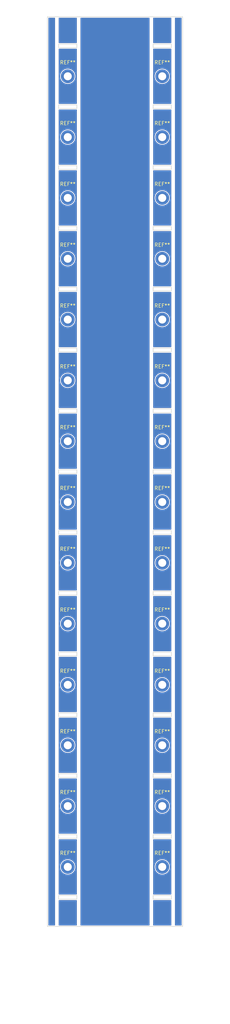
<source format=kicad_pcb>
(kicad_pcb (version 20171130) (host pcbnew "(5.1.8)-1")

  (general
    (thickness 1.6)
    (drawings 163)
    (tracks 0)
    (zones 0)
    (modules 28)
    (nets 1)
  )

  (page A4)
  (layers
    (0 F.Cu signal)
    (31 B.Cu signal)
    (32 B.Adhes user)
    (33 F.Adhes user)
    (34 B.Paste user)
    (35 F.Paste user)
    (36 B.SilkS user)
    (37 F.SilkS user)
    (38 B.Mask user)
    (39 F.Mask user)
    (40 Dwgs.User user)
    (41 Cmts.User user)
    (42 Eco1.User user)
    (43 Eco2.User user)
    (44 Edge.Cuts user)
    (45 Margin user)
    (46 B.CrtYd user)
    (47 F.CrtYd user)
    (48 B.Fab user)
    (49 F.Fab user)
  )

  (setup
    (last_trace_width 0.25)
    (trace_clearance 0.2)
    (zone_clearance 0.508)
    (zone_45_only no)
    (trace_min 0.2)
    (via_size 0.8)
    (via_drill 0.4)
    (via_min_size 0.4)
    (via_min_drill 0.3)
    (uvia_size 0.3)
    (uvia_drill 0.1)
    (uvias_allowed no)
    (uvia_min_size 0.2)
    (uvia_min_drill 0.1)
    (edge_width 0.05)
    (segment_width 0.2)
    (pcb_text_width 0.3)
    (pcb_text_size 1.5 1.5)
    (mod_edge_width 0.12)
    (mod_text_size 1 1)
    (mod_text_width 0.15)
    (pad_size 1.524 1.524)
    (pad_drill 0.762)
    (pad_to_mask_clearance 0)
    (aux_axis_origin 0 0)
    (visible_elements 7FFFFFFF)
    (pcbplotparams
      (layerselection 0x010cc_ffffffff)
      (usegerberextensions false)
      (usegerberattributes true)
      (usegerberadvancedattributes true)
      (creategerberjobfile true)
      (excludeedgelayer true)
      (linewidth 0.100000)
      (plotframeref false)
      (viasonmask false)
      (mode 1)
      (useauxorigin false)
      (hpglpennumber 1)
      (hpglpenspeed 20)
      (hpglpendiameter 15.000000)
      (psnegative false)
      (psa4output false)
      (plotreference true)
      (plotvalue true)
      (plotinvisibletext false)
      (padsonsilk false)
      (subtractmaskfromsilk false)
      (outputformat 1)
      (mirror false)
      (drillshape 0)
      (scaleselection 1)
      (outputdirectory ""))
  )

  (net 0 "")

  (net_class Default "This is the default net class."
    (clearance 0.2)
    (trace_width 0.25)
    (via_dia 0.8)
    (via_drill 0.4)
    (uvia_dia 0.3)
    (uvia_drill 0.1)
  )

  (module MountingHole:MountingHole_2.2mm_M2_DIN965_Pad_TopBottom locked (layer F.Cu) (tedit 56D1B4CB) (tstamp 614B8801)
    (at 121.5 255.55)
    (descr "Mounting Hole 2.2mm, M2, DIN965")
    (tags "mounting hole 2.2mm m2 din965")
    (attr virtual)
    (fp_text reference REF** (at 0 -3.8) (layer F.SilkS)
      (effects (font (size 1 1) (thickness 0.15)))
    )
    (fp_text value MountingHole_2.2mm_M2_DIN965_Pad_TopBottom (at 0 3.8) (layer F.Fab)
      (effects (font (size 1 1) (thickness 0.15)))
    )
    (fp_circle (center 0 0) (end 1.9 0) (layer Cmts.User) (width 0.15))
    (fp_circle (center 0 0) (end 2.15 0) (layer F.CrtYd) (width 0.05))
    (fp_text user %R (at 0.3 0) (layer F.Fab)
      (effects (font (size 1 1) (thickness 0.15)))
    )
    (pad 1 thru_hole circle (at 0 0) (size 2.6 2.6) (drill 2.2) (layers *.Cu *.Mask))
    (pad 1 connect circle (at 0 0) (size 3.8 3.8) (layers F.Cu F.Mask))
    (pad 1 connect circle (at 0 0) (size 3.8 3.8) (layers B.Cu B.Mask))
  )

  (module MountingHole:MountingHole_2.2mm_M2_DIN965_Pad_TopBottom locked (layer F.Cu) (tedit 56D1B4CB) (tstamp 614B87F8)
    (at 95.5 255.55)
    (descr "Mounting Hole 2.2mm, M2, DIN965")
    (tags "mounting hole 2.2mm m2 din965")
    (attr virtual)
    (fp_text reference REF** (at 0 -3.8) (layer F.SilkS)
      (effects (font (size 1 1) (thickness 0.15)))
    )
    (fp_text value MountingHole_2.2mm_M2_DIN965_Pad_TopBottom (at 0 3.8) (layer F.Fab)
      (effects (font (size 1 1) (thickness 0.15)))
    )
    (fp_circle (center 0 0) (end 1.9 0) (layer Cmts.User) (width 0.15))
    (fp_circle (center 0 0) (end 2.15 0) (layer F.CrtYd) (width 0.05))
    (fp_text user %R (at 0.3 0) (layer F.Fab)
      (effects (font (size 1 1) (thickness 0.15)))
    )
    (pad 1 thru_hole circle (at 0 0) (size 2.6 2.6) (drill 2.2) (layers *.Cu *.Mask))
    (pad 1 connect circle (at 0 0) (size 3.8 3.8) (layers F.Cu F.Mask))
    (pad 1 connect circle (at 0 0) (size 3.8 3.8) (layers B.Cu B.Mask))
  )

  (module MountingHole:MountingHole_2.2mm_M2_DIN965_Pad_TopBottom locked (layer F.Cu) (tedit 56D1B4CB) (tstamp 614B87DC)
    (at 121.5 238.85)
    (descr "Mounting Hole 2.2mm, M2, DIN965")
    (tags "mounting hole 2.2mm m2 din965")
    (attr virtual)
    (fp_text reference REF** (at 0 -3.8) (layer F.SilkS)
      (effects (font (size 1 1) (thickness 0.15)))
    )
    (fp_text value MountingHole_2.2mm_M2_DIN965_Pad_TopBottom (at 0 3.8) (layer F.Fab)
      (effects (font (size 1 1) (thickness 0.15)))
    )
    (fp_text user %R (at 0.3 0) (layer F.Fab)
      (effects (font (size 1 1) (thickness 0.15)))
    )
    (fp_circle (center 0 0) (end 2.15 0) (layer F.CrtYd) (width 0.05))
    (fp_circle (center 0 0) (end 1.9 0) (layer Cmts.User) (width 0.15))
    (pad 1 connect circle (at 0 0) (size 3.8 3.8) (layers B.Cu B.Mask))
    (pad 1 connect circle (at 0 0) (size 3.8 3.8) (layers F.Cu F.Mask))
    (pad 1 thru_hole circle (at 0 0) (size 2.6 2.6) (drill 2.2) (layers *.Cu *.Mask))
  )

  (module MountingHole:MountingHole_2.2mm_M2_DIN965_Pad_TopBottom locked (layer F.Cu) (tedit 56D1B4CB) (tstamp 614B87D3)
    (at 95.5 238.85)
    (descr "Mounting Hole 2.2mm, M2, DIN965")
    (tags "mounting hole 2.2mm m2 din965")
    (attr virtual)
    (fp_text reference REF** (at 0 -3.8) (layer F.SilkS)
      (effects (font (size 1 1) (thickness 0.15)))
    )
    (fp_text value MountingHole_2.2mm_M2_DIN965_Pad_TopBottom (at 0 3.8) (layer F.Fab)
      (effects (font (size 1 1) (thickness 0.15)))
    )
    (fp_text user %R (at 0.3 0) (layer F.Fab)
      (effects (font (size 1 1) (thickness 0.15)))
    )
    (fp_circle (center 0 0) (end 2.15 0) (layer F.CrtYd) (width 0.05))
    (fp_circle (center 0 0) (end 1.9 0) (layer Cmts.User) (width 0.15))
    (pad 1 connect circle (at 0 0) (size 3.8 3.8) (layers B.Cu B.Mask))
    (pad 1 connect circle (at 0 0) (size 3.8 3.8) (layers F.Cu F.Mask))
    (pad 1 thru_hole circle (at 0 0) (size 2.6 2.6) (drill 2.2) (layers *.Cu *.Mask))
  )

  (module MountingHole:MountingHole_2.2mm_M2_DIN965_Pad_TopBottom locked (layer F.Cu) (tedit 56D1B4CB) (tstamp 614B8719)
    (at 95.5 222.15)
    (descr "Mounting Hole 2.2mm, M2, DIN965")
    (tags "mounting hole 2.2mm m2 din965")
    (attr virtual)
    (fp_text reference REF** (at 0 -3.8) (layer F.SilkS)
      (effects (font (size 1 1) (thickness 0.15)))
    )
    (fp_text value MountingHole_2.2mm_M2_DIN965_Pad_TopBottom (at 0 3.8) (layer F.Fab)
      (effects (font (size 1 1) (thickness 0.15)))
    )
    (fp_circle (center 0 0) (end 1.9 0) (layer Cmts.User) (width 0.15))
    (fp_circle (center 0 0) (end 2.15 0) (layer F.CrtYd) (width 0.05))
    (fp_text user %R (at 0.3 0) (layer F.Fab)
      (effects (font (size 1 1) (thickness 0.15)))
    )
    (pad 1 thru_hole circle (at 0 0) (size 2.6 2.6) (drill 2.2) (layers *.Cu *.Mask))
    (pad 1 connect circle (at 0 0) (size 3.8 3.8) (layers F.Cu F.Mask))
    (pad 1 connect circle (at 0 0) (size 3.8 3.8) (layers B.Cu B.Mask))
  )

  (module MountingHole:MountingHole_2.2mm_M2_DIN965_Pad_TopBottom locked (layer F.Cu) (tedit 56D1B4CB) (tstamp 614B8710)
    (at 121.5 222.15)
    (descr "Mounting Hole 2.2mm, M2, DIN965")
    (tags "mounting hole 2.2mm m2 din965")
    (attr virtual)
    (fp_text reference REF** (at 0 -3.8) (layer F.SilkS)
      (effects (font (size 1 1) (thickness 0.15)))
    )
    (fp_text value MountingHole_2.2mm_M2_DIN965_Pad_TopBottom (at 0 3.8) (layer F.Fab)
      (effects (font (size 1 1) (thickness 0.15)))
    )
    (fp_circle (center 0 0) (end 1.9 0) (layer Cmts.User) (width 0.15))
    (fp_circle (center 0 0) (end 2.15 0) (layer F.CrtYd) (width 0.05))
    (fp_text user %R (at 0.3 0) (layer F.Fab)
      (effects (font (size 1 1) (thickness 0.15)))
    )
    (pad 1 thru_hole circle (at 0 0) (size 2.6 2.6) (drill 2.2) (layers *.Cu *.Mask))
    (pad 1 connect circle (at 0 0) (size 3.8 3.8) (layers F.Cu F.Mask))
    (pad 1 connect circle (at 0 0) (size 3.8 3.8) (layers B.Cu B.Mask))
  )

  (module MountingHole:MountingHole_2.2mm_M2_DIN965_Pad_TopBottom locked (layer F.Cu) (tedit 56D1B4CB) (tstamp 614B8594)
    (at 121.5 188.75)
    (descr "Mounting Hole 2.2mm, M2, DIN965")
    (tags "mounting hole 2.2mm m2 din965")
    (attr virtual)
    (fp_text reference REF** (at 0 -3.8) (layer F.SilkS)
      (effects (font (size 1 1) (thickness 0.15)))
    )
    (fp_text value MountingHole_2.2mm_M2_DIN965_Pad_TopBottom (at 0 3.8) (layer F.Fab)
      (effects (font (size 1 1) (thickness 0.15)))
    )
    (fp_text user %R (at 0.3 0) (layer F.Fab)
      (effects (font (size 1 1) (thickness 0.15)))
    )
    (fp_circle (center 0 0) (end 2.15 0) (layer F.CrtYd) (width 0.05))
    (fp_circle (center 0 0) (end 1.9 0) (layer Cmts.User) (width 0.15))
    (pad 1 connect circle (at 0 0) (size 3.8 3.8) (layers B.Cu B.Mask))
    (pad 1 connect circle (at 0 0) (size 3.8 3.8) (layers F.Cu F.Mask))
    (pad 1 thru_hole circle (at 0 0) (size 2.6 2.6) (drill 2.2) (layers *.Cu *.Mask))
  )

  (module MountingHole:MountingHole_2.2mm_M2_DIN965_Pad_TopBottom locked (layer F.Cu) (tedit 56D1B4CB) (tstamp 614B858B)
    (at 95.5 188.75)
    (descr "Mounting Hole 2.2mm, M2, DIN965")
    (tags "mounting hole 2.2mm m2 din965")
    (attr virtual)
    (fp_text reference REF** (at 0 -3.8) (layer F.SilkS)
      (effects (font (size 1 1) (thickness 0.15)))
    )
    (fp_text value MountingHole_2.2mm_M2_DIN965_Pad_TopBottom (at 0 3.8) (layer F.Fab)
      (effects (font (size 1 1) (thickness 0.15)))
    )
    (fp_text user %R (at 0.3 0) (layer F.Fab)
      (effects (font (size 1 1) (thickness 0.15)))
    )
    (fp_circle (center 0 0) (end 2.15 0) (layer F.CrtYd) (width 0.05))
    (fp_circle (center 0 0) (end 1.9 0) (layer Cmts.User) (width 0.15))
    (pad 1 connect circle (at 0 0) (size 3.8 3.8) (layers B.Cu B.Mask))
    (pad 1 connect circle (at 0 0) (size 3.8 3.8) (layers F.Cu F.Mask))
    (pad 1 thru_hole circle (at 0 0) (size 2.6 2.6) (drill 2.2) (layers *.Cu *.Mask))
  )

  (module MountingHole:MountingHole_2.2mm_M2_DIN965_Pad_TopBottom locked (layer F.Cu) (tedit 56D1B4CB) (tstamp 614B8658)
    (at 121.5 205.55)
    (descr "Mounting Hole 2.2mm, M2, DIN965")
    (tags "mounting hole 2.2mm m2 din965")
    (attr virtual)
    (fp_text reference REF** (at 0 -3.8) (layer F.SilkS)
      (effects (font (size 1 1) (thickness 0.15)))
    )
    (fp_text value MountingHole_2.2mm_M2_DIN965_Pad_TopBottom (at 0 3.8) (layer F.Fab)
      (effects (font (size 1 1) (thickness 0.15)))
    )
    (fp_text user %R (at 0.3 0) (layer F.Fab)
      (effects (font (size 1 1) (thickness 0.15)))
    )
    (fp_circle (center 0 0) (end 2.15 0) (layer F.CrtYd) (width 0.05))
    (fp_circle (center 0 0) (end 1.9 0) (layer Cmts.User) (width 0.15))
    (pad 1 connect circle (at 0 0) (size 3.8 3.8) (layers B.Cu B.Mask))
    (pad 1 connect circle (at 0 0) (size 3.8 3.8) (layers F.Cu F.Mask))
    (pad 1 thru_hole circle (at 0 0) (size 2.6 2.6) (drill 2.2) (layers *.Cu *.Mask))
  )

  (module MountingHole:MountingHole_2.2mm_M2_DIN965_Pad_TopBottom locked (layer F.Cu) (tedit 56D1B4CB) (tstamp 614B863D)
    (at 95.5 205.55)
    (descr "Mounting Hole 2.2mm, M2, DIN965")
    (tags "mounting hole 2.2mm m2 din965")
    (attr virtual)
    (fp_text reference REF** (at 0 -3.8) (layer F.SilkS)
      (effects (font (size 1 1) (thickness 0.15)))
    )
    (fp_text value MountingHole_2.2mm_M2_DIN965_Pad_TopBottom (at 0 3.8) (layer F.Fab)
      (effects (font (size 1 1) (thickness 0.15)))
    )
    (fp_text user %R (at 0.3 0) (layer F.Fab)
      (effects (font (size 1 1) (thickness 0.15)))
    )
    (fp_circle (center 0 0) (end 2.15 0) (layer F.CrtYd) (width 0.05))
    (fp_circle (center 0 0) (end 1.9 0) (layer Cmts.User) (width 0.15))
    (pad 1 connect circle (at 0 0) (size 3.8 3.8) (layers B.Cu B.Mask))
    (pad 1 connect circle (at 0 0) (size 3.8 3.8) (layers F.Cu F.Mask))
    (pad 1 thru_hole circle (at 0 0) (size 2.6 2.6) (drill 2.2) (layers *.Cu *.Mask))
  )

  (module MountingHole:MountingHole_2.2mm_M2_DIN965_Pad_TopBottom locked (layer F.Cu) (tedit 56D1B4CB) (tstamp 614B8504)
    (at 95.5 172.05)
    (descr "Mounting Hole 2.2mm, M2, DIN965")
    (tags "mounting hole 2.2mm m2 din965")
    (attr virtual)
    (fp_text reference REF** (at 0 -3.8) (layer F.SilkS)
      (effects (font (size 1 1) (thickness 0.15)))
    )
    (fp_text value MountingHole_2.2mm_M2_DIN965_Pad_TopBottom (at 0 3.8) (layer F.Fab)
      (effects (font (size 1 1) (thickness 0.15)))
    )
    (fp_circle (center 0 0) (end 1.9 0) (layer Cmts.User) (width 0.15))
    (fp_circle (center 0 0) (end 2.15 0) (layer F.CrtYd) (width 0.05))
    (fp_text user %R (at 0.3 0) (layer F.Fab)
      (effects (font (size 1 1) (thickness 0.15)))
    )
    (pad 1 thru_hole circle (at 0 0) (size 2.6 2.6) (drill 2.2) (layers *.Cu *.Mask))
    (pad 1 connect circle (at 0 0) (size 3.8 3.8) (layers F.Cu F.Mask))
    (pad 1 connect circle (at 0 0) (size 3.8 3.8) (layers B.Cu B.Mask))
  )

  (module MountingHole:MountingHole_2.2mm_M2_DIN965_Pad_TopBottom locked (layer F.Cu) (tedit 56D1B4CB) (tstamp 614B84FB)
    (at 121.5 172.05)
    (descr "Mounting Hole 2.2mm, M2, DIN965")
    (tags "mounting hole 2.2mm m2 din965")
    (attr virtual)
    (fp_text reference REF** (at 0 -3.8) (layer F.SilkS)
      (effects (font (size 1 1) (thickness 0.15)))
    )
    (fp_text value MountingHole_2.2mm_M2_DIN965_Pad_TopBottom (at 0 3.8) (layer F.Fab)
      (effects (font (size 1 1) (thickness 0.15)))
    )
    (fp_circle (center 0 0) (end 1.9 0) (layer Cmts.User) (width 0.15))
    (fp_circle (center 0 0) (end 2.15 0) (layer F.CrtYd) (width 0.05))
    (fp_text user %R (at 0.3 0) (layer F.Fab)
      (effects (font (size 1 1) (thickness 0.15)))
    )
    (pad 1 thru_hole circle (at 0 0) (size 2.6 2.6) (drill 2.2) (layers *.Cu *.Mask))
    (pad 1 connect circle (at 0 0) (size 3.8 3.8) (layers F.Cu F.Mask))
    (pad 1 connect circle (at 0 0) (size 3.8 3.8) (layers B.Cu B.Mask))
  )

  (module MountingHole:MountingHole_2.2mm_M2_DIN965_Pad_TopBottom locked (layer F.Cu) (tedit 56D1B4CB) (tstamp 614B8491)
    (at 95.5 155.35)
    (descr "Mounting Hole 2.2mm, M2, DIN965")
    (tags "mounting hole 2.2mm m2 din965")
    (attr virtual)
    (fp_text reference REF** (at 0 -3.8) (layer F.SilkS)
      (effects (font (size 1 1) (thickness 0.15)))
    )
    (fp_text value MountingHole_2.2mm_M2_DIN965_Pad_TopBottom (at 0 3.8) (layer F.Fab)
      (effects (font (size 1 1) (thickness 0.15)))
    )
    (fp_circle (center 0 0) (end 1.9 0) (layer Cmts.User) (width 0.15))
    (fp_circle (center 0 0) (end 2.15 0) (layer F.CrtYd) (width 0.05))
    (fp_text user %R (at 0.3 0) (layer F.Fab)
      (effects (font (size 1 1) (thickness 0.15)))
    )
    (pad 1 thru_hole circle (at 0 0) (size 2.6 2.6) (drill 2.2) (layers *.Cu *.Mask))
    (pad 1 connect circle (at 0 0) (size 3.8 3.8) (layers F.Cu F.Mask))
    (pad 1 connect circle (at 0 0) (size 3.8 3.8) (layers B.Cu B.Mask))
  )

  (module MountingHole:MountingHole_2.2mm_M2_DIN965_Pad_TopBottom locked (layer F.Cu) (tedit 56D1B4CB) (tstamp 614B8488)
    (at 121.5 155.35)
    (descr "Mounting Hole 2.2mm, M2, DIN965")
    (tags "mounting hole 2.2mm m2 din965")
    (attr virtual)
    (fp_text reference REF** (at 0 -3.8) (layer F.SilkS)
      (effects (font (size 1 1) (thickness 0.15)))
    )
    (fp_text value MountingHole_2.2mm_M2_DIN965_Pad_TopBottom (at 0 3.8) (layer F.Fab)
      (effects (font (size 1 1) (thickness 0.15)))
    )
    (fp_circle (center 0 0) (end 1.9 0) (layer Cmts.User) (width 0.15))
    (fp_circle (center 0 0) (end 2.15 0) (layer F.CrtYd) (width 0.05))
    (fp_text user %R (at 0.3 0) (layer F.Fab)
      (effects (font (size 1 1) (thickness 0.15)))
    )
    (pad 1 thru_hole circle (at 0 0) (size 2.6 2.6) (drill 2.2) (layers *.Cu *.Mask))
    (pad 1 connect circle (at 0 0) (size 3.8 3.8) (layers F.Cu F.Mask))
    (pad 1 connect circle (at 0 0) (size 3.8 3.8) (layers B.Cu B.Mask))
  )

  (module MountingHole:MountingHole_2.2mm_M2_DIN965_Pad_TopBottom locked (layer F.Cu) (tedit 56D1B4CB) (tstamp 614B846B)
    (at 95.5 138.65)
    (descr "Mounting Hole 2.2mm, M2, DIN965")
    (tags "mounting hole 2.2mm m2 din965")
    (attr virtual)
    (fp_text reference REF** (at 0 -3.8) (layer F.SilkS)
      (effects (font (size 1 1) (thickness 0.15)))
    )
    (fp_text value MountingHole_2.2mm_M2_DIN965_Pad_TopBottom (at 0 3.8) (layer F.Fab)
      (effects (font (size 1 1) (thickness 0.15)))
    )
    (fp_text user %R (at 0.3 0) (layer F.Fab)
      (effects (font (size 1 1) (thickness 0.15)))
    )
    (fp_circle (center 0 0) (end 2.15 0) (layer F.CrtYd) (width 0.05))
    (fp_circle (center 0 0) (end 1.9 0) (layer Cmts.User) (width 0.15))
    (pad 1 connect circle (at 0 0) (size 3.8 3.8) (layers B.Cu B.Mask))
    (pad 1 connect circle (at 0 0) (size 3.8 3.8) (layers F.Cu F.Mask))
    (pad 1 thru_hole circle (at 0 0) (size 2.6 2.6) (drill 2.2) (layers *.Cu *.Mask))
  )

  (module MountingHole:MountingHole_2.2mm_M2_DIN965_Pad_TopBottom locked (layer F.Cu) (tedit 56D1B4CB) (tstamp 614B8462)
    (at 121.5 138.65)
    (descr "Mounting Hole 2.2mm, M2, DIN965")
    (tags "mounting hole 2.2mm m2 din965")
    (attr virtual)
    (fp_text reference REF** (at 0 -3.8) (layer F.SilkS)
      (effects (font (size 1 1) (thickness 0.15)))
    )
    (fp_text value MountingHole_2.2mm_M2_DIN965_Pad_TopBottom (at 0 3.8) (layer F.Fab)
      (effects (font (size 1 1) (thickness 0.15)))
    )
    (fp_text user %R (at 0.3 0) (layer F.Fab)
      (effects (font (size 1 1) (thickness 0.15)))
    )
    (fp_circle (center 0 0) (end 2.15 0) (layer F.CrtYd) (width 0.05))
    (fp_circle (center 0 0) (end 1.9 0) (layer Cmts.User) (width 0.15))
    (pad 1 connect circle (at 0 0) (size 3.8 3.8) (layers B.Cu B.Mask))
    (pad 1 connect circle (at 0 0) (size 3.8 3.8) (layers F.Cu F.Mask))
    (pad 1 thru_hole circle (at 0 0) (size 2.6 2.6) (drill 2.2) (layers *.Cu *.Mask))
  )

  (module MountingHole:MountingHole_2.2mm_M2_DIN965_Pad_TopBottom locked (layer F.Cu) (tedit 56D1B4CB) (tstamp 614B8445)
    (at 95.5 121.95)
    (descr "Mounting Hole 2.2mm, M2, DIN965")
    (tags "mounting hole 2.2mm m2 din965")
    (attr virtual)
    (fp_text reference REF** (at 0 -3.8) (layer F.SilkS)
      (effects (font (size 1 1) (thickness 0.15)))
    )
    (fp_text value MountingHole_2.2mm_M2_DIN965_Pad_TopBottom (at 0 3.8) (layer F.Fab)
      (effects (font (size 1 1) (thickness 0.15)))
    )
    (fp_circle (center 0 0) (end 1.9 0) (layer Cmts.User) (width 0.15))
    (fp_circle (center 0 0) (end 2.15 0) (layer F.CrtYd) (width 0.05))
    (fp_text user %R (at 0.3 0) (layer F.Fab)
      (effects (font (size 1 1) (thickness 0.15)))
    )
    (pad 1 thru_hole circle (at 0 0) (size 2.6 2.6) (drill 2.2) (layers *.Cu *.Mask))
    (pad 1 connect circle (at 0 0) (size 3.8 3.8) (layers F.Cu F.Mask))
    (pad 1 connect circle (at 0 0) (size 3.8 3.8) (layers B.Cu B.Mask))
  )

  (module MountingHole:MountingHole_2.2mm_M2_DIN965_Pad_TopBottom locked (layer F.Cu) (tedit 56D1B4CB) (tstamp 614B843C)
    (at 121.5 121.95)
    (descr "Mounting Hole 2.2mm, M2, DIN965")
    (tags "mounting hole 2.2mm m2 din965")
    (attr virtual)
    (fp_text reference REF** (at 0 -3.8) (layer F.SilkS)
      (effects (font (size 1 1) (thickness 0.15)))
    )
    (fp_text value MountingHole_2.2mm_M2_DIN965_Pad_TopBottom (at 0 3.8) (layer F.Fab)
      (effects (font (size 1 1) (thickness 0.15)))
    )
    (fp_circle (center 0 0) (end 1.9 0) (layer Cmts.User) (width 0.15))
    (fp_circle (center 0 0) (end 2.15 0) (layer F.CrtYd) (width 0.05))
    (fp_text user %R (at 0.3 0) (layer F.Fab)
      (effects (font (size 1 1) (thickness 0.15)))
    )
    (pad 1 thru_hole circle (at 0 0) (size 2.6 2.6) (drill 2.2) (layers *.Cu *.Mask))
    (pad 1 connect circle (at 0 0) (size 3.8 3.8) (layers F.Cu F.Mask))
    (pad 1 connect circle (at 0 0) (size 3.8 3.8) (layers B.Cu B.Mask))
  )

  (module MountingHole:MountingHole_2.2mm_M2_DIN965_Pad_TopBottom locked (layer F.Cu) (tedit 56D1B4CB) (tstamp 614B841F)
    (at 121.5 105.25)
    (descr "Mounting Hole 2.2mm, M2, DIN965")
    (tags "mounting hole 2.2mm m2 din965")
    (attr virtual)
    (fp_text reference REF** (at 0 -3.8) (layer F.SilkS)
      (effects (font (size 1 1) (thickness 0.15)))
    )
    (fp_text value MountingHole_2.2mm_M2_DIN965_Pad_TopBottom (at 0 3.8) (layer F.Fab)
      (effects (font (size 1 1) (thickness 0.15)))
    )
    (fp_text user %R (at 0.3 0) (layer F.Fab)
      (effects (font (size 1 1) (thickness 0.15)))
    )
    (fp_circle (center 0 0) (end 2.15 0) (layer F.CrtYd) (width 0.05))
    (fp_circle (center 0 0) (end 1.9 0) (layer Cmts.User) (width 0.15))
    (pad 1 connect circle (at 0 0) (size 3.8 3.8) (layers B.Cu B.Mask))
    (pad 1 connect circle (at 0 0) (size 3.8 3.8) (layers F.Cu F.Mask))
    (pad 1 thru_hole circle (at 0 0) (size 2.6 2.6) (drill 2.2) (layers *.Cu *.Mask))
  )

  (module MountingHole:MountingHole_2.2mm_M2_DIN965_Pad_TopBottom locked (layer F.Cu) (tedit 56D1B4CB) (tstamp 614B8416)
    (at 95.5 105.25)
    (descr "Mounting Hole 2.2mm, M2, DIN965")
    (tags "mounting hole 2.2mm m2 din965")
    (attr virtual)
    (fp_text reference REF** (at 0 -3.8) (layer F.SilkS)
      (effects (font (size 1 1) (thickness 0.15)))
    )
    (fp_text value MountingHole_2.2mm_M2_DIN965_Pad_TopBottom (at 0 3.8) (layer F.Fab)
      (effects (font (size 1 1) (thickness 0.15)))
    )
    (fp_text user %R (at 0.3 0) (layer F.Fab)
      (effects (font (size 1 1) (thickness 0.15)))
    )
    (fp_circle (center 0 0) (end 2.15 0) (layer F.CrtYd) (width 0.05))
    (fp_circle (center 0 0) (end 1.9 0) (layer Cmts.User) (width 0.15))
    (pad 1 connect circle (at 0 0) (size 3.8 3.8) (layers B.Cu B.Mask))
    (pad 1 connect circle (at 0 0) (size 3.8 3.8) (layers F.Cu F.Mask))
    (pad 1 thru_hole circle (at 0 0) (size 2.6 2.6) (drill 2.2) (layers *.Cu *.Mask))
  )

  (module MountingHole:MountingHole_2.2mm_M2_DIN965_Pad_TopBottom locked (layer F.Cu) (tedit 56D1B4CB) (tstamp 614B7384)
    (at 95.5 88.55)
    (descr "Mounting Hole 2.2mm, M2, DIN965")
    (tags "mounting hole 2.2mm m2 din965")
    (attr virtual)
    (fp_text reference REF** (at 0 -3.8) (layer F.SilkS)
      (effects (font (size 1 1) (thickness 0.15)))
    )
    (fp_text value MountingHole_2.2mm_M2_DIN965_Pad_TopBottom (at 0 3.8) (layer F.Fab)
      (effects (font (size 1 1) (thickness 0.15)))
    )
    (fp_circle (center 0 0) (end 1.9 0) (layer Cmts.User) (width 0.15))
    (fp_circle (center 0 0) (end 2.15 0) (layer F.CrtYd) (width 0.05))
    (fp_text user %R (at 0.3 0) (layer F.Fab)
      (effects (font (size 1 1) (thickness 0.15)))
    )
    (pad 1 thru_hole circle (at 0 0) (size 2.6 2.6) (drill 2.2) (layers *.Cu *.Mask))
    (pad 1 connect circle (at 0 0) (size 3.8 3.8) (layers F.Cu F.Mask))
    (pad 1 connect circle (at 0 0) (size 3.8 3.8) (layers B.Cu B.Mask))
  )

  (module MountingHole:MountingHole_2.2mm_M2_DIN965_Pad_TopBottom locked (layer F.Cu) (tedit 56D1B4CB) (tstamp 614B737B)
    (at 121.5 88.55)
    (descr "Mounting Hole 2.2mm, M2, DIN965")
    (tags "mounting hole 2.2mm m2 din965")
    (attr virtual)
    (fp_text reference REF** (at 0 -3.8) (layer F.SilkS)
      (effects (font (size 1 1) (thickness 0.15)))
    )
    (fp_text value MountingHole_2.2mm_M2_DIN965_Pad_TopBottom (at 0 3.8) (layer F.Fab)
      (effects (font (size 1 1) (thickness 0.15)))
    )
    (fp_circle (center 0 0) (end 1.9 0) (layer Cmts.User) (width 0.15))
    (fp_circle (center 0 0) (end 2.15 0) (layer F.CrtYd) (width 0.05))
    (fp_text user %R (at 0.3 0) (layer F.Fab)
      (effects (font (size 1 1) (thickness 0.15)))
    )
    (pad 1 thru_hole circle (at 0 0) (size 2.6 2.6) (drill 2.2) (layers *.Cu *.Mask))
    (pad 1 connect circle (at 0 0) (size 3.8 3.8) (layers F.Cu F.Mask))
    (pad 1 connect circle (at 0 0) (size 3.8 3.8) (layers B.Cu B.Mask))
  )

  (module MountingHole:MountingHole_2.2mm_M2_DIN965_Pad_TopBottom locked (layer F.Cu) (tedit 56D1B4CB) (tstamp 614B735E)
    (at 95.5 71.85)
    (descr "Mounting Hole 2.2mm, M2, DIN965")
    (tags "mounting hole 2.2mm m2 din965")
    (attr virtual)
    (fp_text reference REF** (at 0 -3.8) (layer F.SilkS)
      (effects (font (size 1 1) (thickness 0.15)))
    )
    (fp_text value MountingHole_2.2mm_M2_DIN965_Pad_TopBottom (at 0 3.8) (layer F.Fab)
      (effects (font (size 1 1) (thickness 0.15)))
    )
    (fp_circle (center 0 0) (end 2.15 0) (layer F.CrtYd) (width 0.05))
    (fp_circle (center 0 0) (end 1.9 0) (layer Cmts.User) (width 0.15))
    (fp_text user %R (at 0.3 0) (layer F.Fab)
      (effects (font (size 1 1) (thickness 0.15)))
    )
    (pad 1 connect circle (at 0 0) (size 3.8 3.8) (layers B.Cu B.Mask))
    (pad 1 connect circle (at 0 0) (size 3.8 3.8) (layers F.Cu F.Mask))
    (pad 1 thru_hole circle (at 0 0) (size 2.6 2.6) (drill 2.2) (layers *.Cu *.Mask))
  )

  (module MountingHole:MountingHole_2.2mm_M2_DIN965_Pad_TopBottom locked (layer F.Cu) (tedit 56D1B4CB) (tstamp 614B7355)
    (at 121.5 71.85)
    (descr "Mounting Hole 2.2mm, M2, DIN965")
    (tags "mounting hole 2.2mm m2 din965")
    (attr virtual)
    (fp_text reference REF** (at 0 -3.8) (layer F.SilkS)
      (effects (font (size 1 1) (thickness 0.15)))
    )
    (fp_text value MountingHole_2.2mm_M2_DIN965_Pad_TopBottom (at 0 3.8) (layer F.Fab)
      (effects (font (size 1 1) (thickness 0.15)))
    )
    (fp_circle (center 0 0) (end 2.15 0) (layer F.CrtYd) (width 0.05))
    (fp_circle (center 0 0) (end 1.9 0) (layer Cmts.User) (width 0.15))
    (fp_text user %R (at 0.3 0) (layer F.Fab)
      (effects (font (size 1 1) (thickness 0.15)))
    )
    (pad 1 connect circle (at 0 0) (size 3.8 3.8) (layers B.Cu B.Mask))
    (pad 1 connect circle (at 0 0) (size 3.8 3.8) (layers F.Cu F.Mask))
    (pad 1 thru_hole circle (at 0 0) (size 2.6 2.6) (drill 2.2) (layers *.Cu *.Mask))
  )

  (module MountingHole:MountingHole_2.2mm_M2_DIN965_Pad_TopBottom locked (layer F.Cu) (tedit 56D1B4CB) (tstamp 614B7338)
    (at 95.5 55.15)
    (descr "Mounting Hole 2.2mm, M2, DIN965")
    (tags "mounting hole 2.2mm m2 din965")
    (attr virtual)
    (fp_text reference REF** (at 0 -3.8) (layer F.SilkS)
      (effects (font (size 1 1) (thickness 0.15)))
    )
    (fp_text value MountingHole_2.2mm_M2_DIN965_Pad_TopBottom (at 0 3.8) (layer F.Fab)
      (effects (font (size 1 1) (thickness 0.15)))
    )
    (fp_circle (center 0 0) (end 1.9 0) (layer Cmts.User) (width 0.15))
    (fp_circle (center 0 0) (end 2.15 0) (layer F.CrtYd) (width 0.05))
    (fp_text user %R (at 0.3 0) (layer F.Fab)
      (effects (font (size 1 1) (thickness 0.15)))
    )
    (pad 1 thru_hole circle (at 0 0) (size 2.6 2.6) (drill 2.2) (layers *.Cu *.Mask))
    (pad 1 connect circle (at 0 0) (size 3.8 3.8) (layers F.Cu F.Mask))
    (pad 1 connect circle (at 0 0) (size 3.8 3.8) (layers B.Cu B.Mask))
  )

  (module MountingHole:MountingHole_2.2mm_M2_DIN965_Pad_TopBottom locked (layer F.Cu) (tedit 56D1B4CB) (tstamp 614B732F)
    (at 121.5 55.15)
    (descr "Mounting Hole 2.2mm, M2, DIN965")
    (tags "mounting hole 2.2mm m2 din965")
    (attr virtual)
    (fp_text reference REF** (at 0 -3.8) (layer F.SilkS)
      (effects (font (size 1 1) (thickness 0.15)))
    )
    (fp_text value MountingHole_2.2mm_M2_DIN965_Pad_TopBottom (at 0 3.8) (layer F.Fab)
      (effects (font (size 1 1) (thickness 0.15)))
    )
    (fp_circle (center 0 0) (end 1.9 0) (layer Cmts.User) (width 0.15))
    (fp_circle (center 0 0) (end 2.15 0) (layer F.CrtYd) (width 0.05))
    (fp_text user %R (at 0.3 0) (layer F.Fab)
      (effects (font (size 1 1) (thickness 0.15)))
    )
    (pad 1 thru_hole circle (at 0 0) (size 2.6 2.6) (drill 2.2) (layers *.Cu *.Mask))
    (pad 1 connect circle (at 0 0) (size 3.8 3.8) (layers F.Cu F.Mask))
    (pad 1 connect circle (at 0 0) (size 3.8 3.8) (layers B.Cu B.Mask))
  )

  (module MountingHole:MountingHole_2.2mm_M2_DIN965_Pad_TopBottom locked (layer F.Cu) (tedit 56D1B4CB) (tstamp 614B7129)
    (at 121.5 38.45)
    (descr "Mounting Hole 2.2mm, M2, DIN965")
    (tags "mounting hole 2.2mm m2 din965")
    (attr virtual)
    (fp_text reference REF** (at 0 -3.8) (layer F.SilkS)
      (effects (font (size 1 1) (thickness 0.15)))
    )
    (fp_text value MountingHole_2.2mm_M2_DIN965_Pad_TopBottom (at 0 3.8) (layer F.Fab)
      (effects (font (size 1 1) (thickness 0.15)))
    )
    (fp_circle (center 0 0) (end 2.15 0) (layer F.CrtYd) (width 0.05))
    (fp_circle (center 0 0) (end 1.9 0) (layer Cmts.User) (width 0.15))
    (fp_text user %R (at 0.3 0) (layer F.Fab)
      (effects (font (size 1 1) (thickness 0.15)))
    )
    (pad 1 connect circle (at 0 0) (size 3.8 3.8) (layers B.Cu B.Mask))
    (pad 1 connect circle (at 0 0) (size 3.8 3.8) (layers F.Cu F.Mask))
    (pad 1 thru_hole circle (at 0 0) (size 2.6 2.6) (drill 2.2) (layers *.Cu *.Mask))
  )

  (module MountingHole:MountingHole_2.2mm_M2_DIN965_Pad_TopBottom locked (layer F.Cu) (tedit 56D1B4CB) (tstamp 614B70A4)
    (at 95.5 38.45)
    (descr "Mounting Hole 2.2mm, M2, DIN965")
    (tags "mounting hole 2.2mm m2 din965")
    (attr virtual)
    (fp_text reference REF** (at 0 -3.8) (layer F.SilkS)
      (effects (font (size 1 1) (thickness 0.15)))
    )
    (fp_text value MountingHole_2.2mm_M2_DIN965_Pad_TopBottom (at 0 3.8) (layer F.Fab)
      (effects (font (size 1 1) (thickness 0.15)))
    )
    (fp_circle (center 0 0) (end 2.15 0) (layer F.CrtYd) (width 0.05))
    (fp_circle (center 0 0) (end 1.9 0) (layer Cmts.User) (width 0.15))
    (fp_text user %R (at 0.3 0) (layer F.Fab)
      (effects (font (size 1 1) (thickness 0.15)))
    )
    (pad 1 connect circle (at 0 0) (size 3.8 3.8) (layers B.Cu B.Mask))
    (pad 1 connect circle (at 0 0) (size 3.8 3.8) (layers F.Cu F.Mask))
    (pad 1 thru_hole circle (at 0 0) (size 2.6 2.6) (drill 2.2) (layers *.Cu *.Mask))
  )

  (gr_line (start 93 264.6) (end 98 264.6) (layer Dwgs.User) (width 0.15) (tstamp 614B880A))
  (gr_line (start 93 247.9) (end 98 247.9) (layer Dwgs.User) (width 0.15) (tstamp 614B87D2))
  (gr_line (start 93 231.2) (end 98 231.2) (layer Dwgs.User) (width 0.15) (tstamp 614B870F))
  (gr_line (start 93 197.8) (end 98 197.8) (layer Dwgs.User) (width 0.15) (tstamp 614B858A))
  (gr_line (start 93 214.5) (end 98 214.5) (layer Dwgs.User) (width 0.15) (tstamp 614B8520))
  (gr_line (start 93 181.1) (end 98 181.1) (layer Dwgs.User) (width 0.15) (tstamp 614B84FA))
  (gr_line (start 93 164.4) (end 98 164.4) (layer Dwgs.User) (width 0.15) (tstamp 614B8487))
  (gr_line (start 93 147.7) (end 98 147.7) (layer Dwgs.User) (width 0.15) (tstamp 614B8461))
  (gr_line (start 93 131) (end 98 131) (layer Dwgs.User) (width 0.15) (tstamp 614B843B))
  (gr_line (start 93 114.3) (end 98 114.3) (layer Dwgs.User) (width 0.15) (tstamp 614B8415))
  (gr_line (start 93 97.6) (end 98 97.6) (layer Dwgs.User) (width 0.15) (tstamp 614B737A))
  (gr_line (start 93 80.9) (end 98 80.9) (layer Dwgs.User) (width 0.15) (tstamp 614B7354))
  (gr_line (start 93 64.2) (end 98 64.2) (layer Dwgs.User) (width 0.15) (tstamp 614B732E))
  (gr_line (start 93 47.5) (end 98 47.5) (layer Dwgs.User) (width 0.15))
  (gr_text "Make 3.2mm holes in middle\n" (at 106.9 44.8) (layer Dwgs.User)
    (effects (font (size 1.5 1.5) (thickness 0.15)))
  )
  (dimension 37.2 (width 0.15) (layer Dwgs.User)
    (gr_text "37,200 mm" (at 108.5 18.4) (layer Dwgs.User)
      (effects (font (size 1 1) (thickness 0.15)))
    )
    (feature1 (pts (xy 127.1 22.1) (xy 127.1 19.113579)))
    (feature2 (pts (xy 89.9 22.1) (xy 89.9 19.113579)))
    (crossbar (pts (xy 89.9 19.7) (xy 127.1 19.7)))
    (arrow1a (pts (xy 127.1 19.7) (xy 125.973496 20.286421)))
    (arrow1b (pts (xy 127.1 19.7) (xy 125.973496 19.113579)))
    (arrow2a (pts (xy 89.9 19.7) (xy 91.026504 20.286421)))
    (arrow2b (pts (xy 89.9 19.7) (xy 91.026504 19.113579)))
  )
  (gr_line (start 98 47.3) (end 98 46.3) (layer Edge.Cuts) (width 0.15) (tstamp 6149FB07))
  (gr_line (start 98 64) (end 98 63) (layer Edge.Cuts) (width 0.15) (tstamp 6149FB02))
  (gr_line (start 98 80.7) (end 98 79.7) (layer Edge.Cuts) (width 0.15) (tstamp 6149FAFE))
  (gr_line (start 98 97.4) (end 98 96.4) (layer Edge.Cuts) (width 0.15) (tstamp 6149FAFC))
  (gr_line (start 98 114.1) (end 98 113.1) (layer Edge.Cuts) (width 0.15) (tstamp 6149FAFA))
  (gr_line (start 98 130.8) (end 98 129.8) (layer Edge.Cuts) (width 0.15) (tstamp 6149FAF8))
  (gr_line (start 98 147.5) (end 98 146.5) (layer Edge.Cuts) (width 0.15) (tstamp 6149FAF6))
  (gr_line (start 98 164.2) (end 98 163.2) (layer Edge.Cuts) (width 0.15) (tstamp 6149FAF4))
  (gr_line (start 98 180.9) (end 98 179.9) (layer Edge.Cuts) (width 0.15) (tstamp 6149FAF2))
  (gr_line (start 98 197.6) (end 98 196.6) (layer Edge.Cuts) (width 0.15) (tstamp 6149FAEC))
  (gr_line (start 98 214.3) (end 98 213.3) (layer Edge.Cuts) (width 0.15) (tstamp 6149FAEA))
  (gr_line (start 98 231) (end 98 230) (layer Edge.Cuts) (width 0.15) (tstamp 6149FAE8))
  (gr_line (start 98 264.4) (end 98 263.4) (layer Edge.Cuts) (width 0.15) (tstamp 6149FAE6))
  (gr_line (start 98 247.7) (end 98 246.7) (layer Edge.Cuts) (width 0.15) (tstamp 6149FAE1))
  (gr_line (start 93 47.3) (end 93 46.3) (layer Edge.Cuts) (width 0.15) (tstamp 6149FAB2))
  (gr_line (start 98 47.3) (end 93 47.3) (layer Edge.Cuts) (width 0.15) (tstamp 6149FAB1))
  (gr_line (start 93 263.4) (end 98 263.4) (layer Edge.Cuts) (width 0.15) (tstamp 6149FAB0))
  (gr_line (start 98 231) (end 93 231) (layer Edge.Cuts) (width 0.15) (tstamp 6149FAAF))
  (gr_line (start 93 213.3) (end 98 213.3) (layer Edge.Cuts) (width 0.15) (tstamp 6149FAAE))
  (gr_line (start 98 264.4) (end 93 264.4) (layer Edge.Cuts) (width 0.15) (tstamp 6149FAAD))
  (gr_line (start 98 247.7) (end 93 247.7) (layer Edge.Cuts) (width 0.15) (tstamp 6149FAAC))
  (gr_line (start 98 214.3) (end 93 214.3) (layer Edge.Cuts) (width 0.15) (tstamp 6149FAAB))
  (gr_line (start 93 214.3) (end 93 213.3) (layer Edge.Cuts) (width 0.15) (tstamp 6149FAAA))
  (gr_line (start 93 246.7) (end 98 246.7) (layer Edge.Cuts) (width 0.15) (tstamp 6149FAA9))
  (gr_line (start 93 264.4) (end 93 263.4) (layer Edge.Cuts) (width 0.15) (tstamp 6149FAA8))
  (gr_line (start 93 247.7) (end 93 246.7) (layer Edge.Cuts) (width 0.15) (tstamp 6149FAA7))
  (gr_line (start 93 230) (end 98 230) (layer Edge.Cuts) (width 0.15) (tstamp 6149FAA6))
  (gr_line (start 93 231) (end 93 230) (layer Edge.Cuts) (width 0.15) (tstamp 6149FAA5))
  (gr_line (start 93 46.3) (end 98 46.3) (layer Edge.Cuts) (width 0.15) (tstamp 6149FAA4))
  (gr_line (start 93 80.7) (end 93 79.7) (layer Edge.Cuts) (width 0.15) (tstamp 6149FAA3))
  (gr_line (start 93 129.8) (end 98 129.8) (layer Edge.Cuts) (width 0.15) (tstamp 6149FAA2))
  (gr_line (start 98 130.8) (end 93 130.8) (layer Edge.Cuts) (width 0.15) (tstamp 6149FAA1))
  (gr_line (start 93 97.4) (end 93 96.4) (layer Edge.Cuts) (width 0.15) (tstamp 6149FAA0))
  (gr_line (start 93 79.7) (end 98 79.7) (layer Edge.Cuts) (width 0.15) (tstamp 6149FA9F))
  (gr_line (start 98 80.7) (end 93 80.7) (layer Edge.Cuts) (width 0.15) (tstamp 6149FA9E))
  (gr_line (start 93 96.4) (end 98 96.4) (layer Edge.Cuts) (width 0.15) (tstamp 6149FA9D))
  (gr_line (start 93 63) (end 98 63) (layer Edge.Cuts) (width 0.15) (tstamp 6149FA9C))
  (gr_line (start 93 64) (end 93 63) (layer Edge.Cuts) (width 0.15) (tstamp 6149FA9B))
  (gr_line (start 98 64) (end 93 64) (layer Edge.Cuts) (width 0.15) (tstamp 6149FA9A))
  (gr_line (start 98 97.4) (end 93 97.4) (layer Edge.Cuts) (width 0.15) (tstamp 6149FA99))
  (gr_line (start 93 130.8) (end 93 129.8) (layer Edge.Cuts) (width 0.15) (tstamp 6149FA98))
  (gr_line (start 93 163.2) (end 98 163.2) (layer Edge.Cuts) (width 0.15) (tstamp 6149FA97))
  (gr_line (start 93 196.6) (end 98 196.6) (layer Edge.Cuts) (width 0.15) (tstamp 6149FA96))
  (gr_line (start 93 146.5) (end 98 146.5) (layer Edge.Cuts) (width 0.15) (tstamp 6149FA95))
  (gr_line (start 93 147.5) (end 93 146.5) (layer Edge.Cuts) (width 0.15) (tstamp 6149FA94))
  (gr_line (start 98 114.1) (end 93 114.1) (layer Edge.Cuts) (width 0.15) (tstamp 6149FA93))
  (gr_line (start 98 147.5) (end 93 147.5) (layer Edge.Cuts) (width 0.15) (tstamp 6149FA92))
  (gr_line (start 98 180.9) (end 93 180.9) (layer Edge.Cuts) (width 0.15) (tstamp 6149FA91))
  (gr_line (start 93 179.9) (end 98 179.9) (layer Edge.Cuts) (width 0.15) (tstamp 6149FA90))
  (gr_line (start 93 114.1) (end 93 113.1) (layer Edge.Cuts) (width 0.15) (tstamp 6149FA8F))
  (gr_line (start 98 197.6) (end 93 197.6) (layer Edge.Cuts) (width 0.15) (tstamp 6149FA8E))
  (gr_line (start 93 197.6) (end 93 196.6) (layer Edge.Cuts) (width 0.15) (tstamp 6149FA8D))
  (gr_line (start 93 113.1) (end 98 113.1) (layer Edge.Cuts) (width 0.15) (tstamp 6149FA8C))
  (gr_line (start 93 164.2) (end 93 163.2) (layer Edge.Cuts) (width 0.15) (tstamp 6149FA8B))
  (gr_line (start 93 180.9) (end 93 179.9) (layer Edge.Cuts) (width 0.15) (tstamp 6149FA8A))
  (gr_line (start 98 164.2) (end 93 164.2) (layer Edge.Cuts) (width 0.15) (tstamp 6149FA89))
  (dimension 21 (width 0.15) (layer Dwgs.User)
    (gr_text "21,000 mm" (at 108.5 31.399999) (layer Dwgs.User)
      (effects (font (size 1 1) (thickness 0.15)))
    )
    (feature1 (pts (xy 119 30) (xy 119 30.68642)))
    (feature2 (pts (xy 98 30) (xy 98 30.68642)))
    (crossbar (pts (xy 98 30.099999) (xy 119 30.099999)))
    (arrow1a (pts (xy 119 30.099999) (xy 117.873496 30.68642)))
    (arrow1b (pts (xy 119 30.099999) (xy 117.873496 29.513578)))
    (arrow2a (pts (xy 98 30.099999) (xy 99.126504 30.68642)))
    (arrow2b (pts (xy 98 30.099999) (xy 99.126504 29.513578)))
  )
  (dimension 249.8 (width 0.15) (layer Dwgs.User)
    (gr_text "249,800 mm" (at 130.3 147 270) (layer Dwgs.User)
      (effects (font (size 1 1) (thickness 0.15)))
    )
    (feature1 (pts (xy 127.1 271.9) (xy 129.586421 271.9)))
    (feature2 (pts (xy 127.1 22.1) (xy 129.586421 22.1)))
    (crossbar (pts (xy 129 22.1) (xy 129 271.9)))
    (arrow1a (pts (xy 129 271.9) (xy 128.413579 270.773496)))
    (arrow1b (pts (xy 129 271.9) (xy 129.586421 270.773496)))
    (arrow2a (pts (xy 129 22.1) (xy 128.413579 23.226504)))
    (arrow2b (pts (xy 129 22.1) (xy 129.586421 23.226504)))
  )
  (dimension 8 (width 0.15) (layer Dwgs.User)
    (gr_text "8,000 mm" (at 126.2 26.1 90) (layer Dwgs.User)
      (effects (font (size 1 1) (thickness 0.15)))
    )
    (feature1 (pts (xy 124.016905 22.1) (xy 125.486421 22.1)))
    (feature2 (pts (xy 124.016905 30.1) (xy 125.486421 30.1)))
    (crossbar (pts (xy 124.9 30.1) (xy 124.9 22.1)))
    (arrow1a (pts (xy 124.9 22.1) (xy 125.486421 23.226504)))
    (arrow1b (pts (xy 124.9 22.1) (xy 124.313579 23.226504)))
    (arrow2a (pts (xy 124.9 30.1) (xy 125.486421 28.973496)))
    (arrow2b (pts (xy 124.9 30.1) (xy 124.313579 28.973496)))
  )
  (dimension 8 (width 0.15) (layer Dwgs.User)
    (gr_text "8,000 mm" (at 115.4 267.9 270) (layer Dwgs.User)
      (effects (font (size 1 1) (thickness 0.15)))
    )
    (feature1 (pts (xy 119 271.9) (xy 116.113579 271.9)))
    (feature2 (pts (xy 119 263.9) (xy 116.113579 263.9)))
    (crossbar (pts (xy 116.7 263.9) (xy 116.7 271.9)))
    (arrow1a (pts (xy 116.7 271.9) (xy 116.113579 270.773496)))
    (arrow1b (pts (xy 116.7 271.9) (xy 117.286421 270.773496)))
    (arrow2a (pts (xy 116.7 263.9) (xy 116.113579 265.026504)))
    (arrow2b (pts (xy 116.7 263.9) (xy 117.286421 265.026504)))
  )
  (gr_line (start 124 247.7) (end 119 247.7) (layer Edge.Cuts) (width 0.15) (tstamp 6149F9E7))
  (gr_line (start 119 231) (end 119 230) (layer Edge.Cuts) (width 0.15) (tstamp 6149F9E6))
  (gr_line (start 119 246.7) (end 124 246.7) (layer Edge.Cuts) (width 0.15) (tstamp 6149F9E5))
  (gr_line (start 124 231) (end 119 231) (layer Edge.Cuts) (width 0.15) (tstamp 6149F9E4))
  (gr_line (start 119 247.7) (end 119 246.7) (layer Edge.Cuts) (width 0.15) (tstamp 6149F9E3))
  (gr_line (start 119 263.4) (end 124 263.4) (layer Edge.Cuts) (width 0.15) (tstamp 6149F9E2))
  (gr_line (start 119 230) (end 124 230) (layer Edge.Cuts) (width 0.15) (tstamp 6149F9E1))
  (gr_line (start 119 264.4) (end 119 263.4) (layer Edge.Cuts) (width 0.15) (tstamp 6149F9E0))
  (gr_line (start 124 264.4) (end 119 264.4) (layer Edge.Cuts) (width 0.15) (tstamp 6149F9DF))
  (gr_line (start 124 246.7) (end 124 247.7) (layer Edge.Cuts) (width 0.15) (tstamp 6149F9DE))
  (gr_line (start 124 263.4) (end 124 264.4) (layer Edge.Cuts) (width 0.15) (tstamp 6149F9DD))
  (gr_line (start 124 230) (end 124 231) (layer Edge.Cuts) (width 0.15) (tstamp 6149F9DC))
  (gr_line (start 124 214.3) (end 119 214.3) (layer Edge.Cuts) (width 0.15) (tstamp 6149F9D5))
  (gr_line (start 119 213.3) (end 124 213.3) (layer Edge.Cuts) (width 0.15) (tstamp 6149F9D4))
  (gr_line (start 119 214.3) (end 119 213.3) (layer Edge.Cuts) (width 0.15) (tstamp 6149F9D3))
  (gr_line (start 124 213.3) (end 124 214.3) (layer Edge.Cuts) (width 0.15) (tstamp 6149F9D2))
  (dimension 16.7 (width 0.15) (layer Dwgs.User)
    (gr_text "16,700 mm" (at 122.7 256.05 270) (layer Dwgs.User)
      (effects (font (size 1 1) (thickness 0.15)))
    )
    (feature1 (pts (xy 124 264.4) (xy 123.413579 264.4)))
    (feature2 (pts (xy 124 247.7) (xy 123.413579 247.7)))
    (crossbar (pts (xy 124 247.7) (xy 124 264.4)))
    (arrow1a (pts (xy 124 264.4) (xy 123.413579 263.273496)))
    (arrow1b (pts (xy 124 264.4) (xy 124.586421 263.273496)))
    (arrow2a (pts (xy 124 247.7) (xy 123.413579 248.826504)))
    (arrow2b (pts (xy 124 247.7) (xy 124.586421 248.826504)))
  )
  (dimension 16.7 (width 0.15) (layer Dwgs.User)
    (gr_text "16,700 mm" (at 122.7 239.35 270) (layer Dwgs.User)
      (effects (font (size 1 1) (thickness 0.15)))
    )
    (feature1 (pts (xy 124 247.7) (xy 123.413579 247.7)))
    (feature2 (pts (xy 124 231) (xy 123.413579 231)))
    (crossbar (pts (xy 124 231) (xy 124 247.7)))
    (arrow1a (pts (xy 124 247.7) (xy 123.413579 246.573496)))
    (arrow1b (pts (xy 124 247.7) (xy 124.586421 246.573496)))
    (arrow2a (pts (xy 124 231) (xy 123.413579 232.126504)))
    (arrow2b (pts (xy 124 231) (xy 124.586421 232.126504)))
  )
  (dimension 16.7 (width 0.15) (layer Dwgs.User)
    (gr_text "16,700 mm" (at 122.7 222.65 270) (layer Dwgs.User)
      (effects (font (size 1 1) (thickness 0.15)))
    )
    (feature1 (pts (xy 124 231) (xy 123.413579 231)))
    (feature2 (pts (xy 124 214.3) (xy 123.413579 214.3)))
    (crossbar (pts (xy 124 214.3) (xy 124 231)))
    (arrow1a (pts (xy 124 231) (xy 123.413579 229.873496)))
    (arrow1b (pts (xy 124 231) (xy 124.586421 229.873496)))
    (arrow2a (pts (xy 124 214.3) (xy 123.413579 215.426504)))
    (arrow2b (pts (xy 124 214.3) (xy 124.586421 215.426504)))
  )
  (dimension 16.7 (width 0.15) (layer Dwgs.User)
    (gr_text "16,700 mm" (at 122.7 205.95 270) (layer Dwgs.User)
      (effects (font (size 1 1) (thickness 0.15)))
    )
    (feature1 (pts (xy 124 214.3) (xy 123.413579 214.3)))
    (feature2 (pts (xy 124 197.6) (xy 123.413579 197.6)))
    (crossbar (pts (xy 124 197.6) (xy 124 214.3)))
    (arrow1a (pts (xy 124 214.3) (xy 123.413579 213.173496)))
    (arrow1b (pts (xy 124 214.3) (xy 124.586421 213.173496)))
    (arrow2a (pts (xy 124 197.6) (xy 123.413579 198.726504)))
    (arrow2b (pts (xy 124 197.6) (xy 124.586421 198.726504)))
  )
  (dimension 16.7 (width 0.15) (layer Dwgs.User)
    (gr_text "16,700 mm" (at 122.7 189.25 270) (layer Dwgs.User)
      (effects (font (size 1 1) (thickness 0.15)))
    )
    (feature1 (pts (xy 124 197.6) (xy 123.413579 197.6)))
    (feature2 (pts (xy 124 180.9) (xy 123.413579 180.9)))
    (crossbar (pts (xy 124 180.9) (xy 124 197.6)))
    (arrow1a (pts (xy 124 197.6) (xy 123.413579 196.473496)))
    (arrow1b (pts (xy 124 197.6) (xy 124.586421 196.473496)))
    (arrow2a (pts (xy 124 180.9) (xy 123.413579 182.026504)))
    (arrow2b (pts (xy 124 180.9) (xy 124.586421 182.026504)))
  )
  (dimension 16.7 (width 0.15) (layer Dwgs.User)
    (gr_text "16,700 mm" (at 122.7 172.55 270) (layer Dwgs.User)
      (effects (font (size 1 1) (thickness 0.15)))
    )
    (feature1 (pts (xy 124 180.9) (xy 123.413579 180.9)))
    (feature2 (pts (xy 124 164.2) (xy 123.413579 164.2)))
    (crossbar (pts (xy 124 164.2) (xy 124 180.9)))
    (arrow1a (pts (xy 124 180.9) (xy 123.413579 179.773496)))
    (arrow1b (pts (xy 124 180.9) (xy 124.586421 179.773496)))
    (arrow2a (pts (xy 124 164.2) (xy 123.413579 165.326504)))
    (arrow2b (pts (xy 124 164.2) (xy 124.586421 165.326504)))
  )
  (dimension 16.7 (width 0.15) (layer Dwgs.User)
    (gr_text "16,700 mm" (at 122.7 155.85 270) (layer Dwgs.User)
      (effects (font (size 1 1) (thickness 0.15)))
    )
    (feature1 (pts (xy 124 164.2) (xy 123.413579 164.2)))
    (feature2 (pts (xy 124 147.5) (xy 123.413579 147.5)))
    (crossbar (pts (xy 124 147.5) (xy 124 164.2)))
    (arrow1a (pts (xy 124 164.2) (xy 123.413579 163.073496)))
    (arrow1b (pts (xy 124 164.2) (xy 124.586421 163.073496)))
    (arrow2a (pts (xy 124 147.5) (xy 123.413579 148.626504)))
    (arrow2b (pts (xy 124 147.5) (xy 124.586421 148.626504)))
  )
  (gr_line (start 124 113.1) (end 124 114.1) (layer Edge.Cuts) (width 0.15) (tstamp 6149F9B2))
  (gr_line (start 124 114.1) (end 119 114.1) (layer Edge.Cuts) (width 0.15) (tstamp 6149F9B1))
  (gr_line (start 119 113.1) (end 124 113.1) (layer Edge.Cuts) (width 0.15) (tstamp 6149F9B0))
  (gr_line (start 119 114.1) (end 119 113.1) (layer Edge.Cuts) (width 0.15) (tstamp 6149F9AF))
  (gr_line (start 119 179.9) (end 124 179.9) (layer Edge.Cuts) (width 0.15) (tstamp 6149F9AA))
  (gr_line (start 124 179.9) (end 124 180.9) (layer Edge.Cuts) (width 0.15) (tstamp 6149F9A9))
  (gr_line (start 124 180.9) (end 119 180.9) (layer Edge.Cuts) (width 0.15) (tstamp 6149F9A8))
  (gr_line (start 119 180.9) (end 119 179.9) (layer Edge.Cuts) (width 0.15) (tstamp 6149F9A7))
  (gr_line (start 119 196.6) (end 124 196.6) (layer Edge.Cuts) (width 0.15) (tstamp 6149F9A2))
  (gr_line (start 119 197.6) (end 119 196.6) (layer Edge.Cuts) (width 0.15) (tstamp 6149F9A1))
  (gr_line (start 124 197.6) (end 119 197.6) (layer Edge.Cuts) (width 0.15) (tstamp 6149F9A0))
  (gr_line (start 124 196.6) (end 124 197.6) (layer Edge.Cuts) (width 0.15) (tstamp 6149F99F))
  (gr_line (start 119 163.2) (end 124 163.2) (layer Edge.Cuts) (width 0.15) (tstamp 6149F98A))
  (gr_line (start 119 164.2) (end 119 163.2) (layer Edge.Cuts) (width 0.15) (tstamp 6149F989))
  (gr_line (start 124 164.2) (end 119 164.2) (layer Edge.Cuts) (width 0.15) (tstamp 6149F988))
  (gr_line (start 124 163.2) (end 124 164.2) (layer Edge.Cuts) (width 0.15) (tstamp 6149F987))
  (gr_line (start 124 147.5) (end 119 147.5) (layer Edge.Cuts) (width 0.15) (tstamp 6149F982))
  (gr_line (start 119 146.5) (end 124 146.5) (layer Edge.Cuts) (width 0.15) (tstamp 6149F981))
  (gr_line (start 119 147.5) (end 119 146.5) (layer Edge.Cuts) (width 0.15) (tstamp 6149F980))
  (gr_line (start 124 146.5) (end 124 147.5) (layer Edge.Cuts) (width 0.15) (tstamp 6149F97F))
  (dimension 16.7 (width 0.15) (layer Dwgs.User)
    (gr_text "16,700 mm" (at 122.7 139.15 270) (layer Dwgs.User)
      (effects (font (size 1 1) (thickness 0.15)))
    )
    (feature1 (pts (xy 124 147.5) (xy 123.413579 147.5)))
    (feature2 (pts (xy 124 130.8) (xy 123.413579 130.8)))
    (crossbar (pts (xy 124 130.8) (xy 124 147.5)))
    (arrow1a (pts (xy 124 147.5) (xy 123.413579 146.373496)))
    (arrow1b (pts (xy 124 147.5) (xy 124.586421 146.373496)))
    (arrow2a (pts (xy 124 130.8) (xy 123.413579 131.926504)))
    (arrow2b (pts (xy 124 130.8) (xy 124.586421 131.926504)))
  )
  (dimension 16.7 (width 0.15) (layer Dwgs.User)
    (gr_text "16,700 mm" (at 122.7 122.45 270) (layer Dwgs.User)
      (effects (font (size 1 1) (thickness 0.15)))
    )
    (feature1 (pts (xy 124 130.8) (xy 123.413579 130.8)))
    (feature2 (pts (xy 124 114.1) (xy 123.413579 114.1)))
    (crossbar (pts (xy 124 114.1) (xy 124 130.8)))
    (arrow1a (pts (xy 124 130.8) (xy 123.413579 129.673496)))
    (arrow1b (pts (xy 124 130.8) (xy 124.586421 129.673496)))
    (arrow2a (pts (xy 124 114.1) (xy 123.413579 115.226504)))
    (arrow2b (pts (xy 124 114.1) (xy 124.586421 115.226504)))
  )
  (dimension 16.7 (width 0.15) (layer Dwgs.User)
    (gr_text "16,700 mm" (at 122.7 105.75 270) (layer Dwgs.User)
      (effects (font (size 1 1) (thickness 0.15)))
    )
    (feature1 (pts (xy 124 114.1) (xy 123.413579 114.1)))
    (feature2 (pts (xy 124 97.4) (xy 123.413579 97.4)))
    (crossbar (pts (xy 124 97.4) (xy 124 114.1)))
    (arrow1a (pts (xy 124 114.1) (xy 123.413579 112.973496)))
    (arrow1b (pts (xy 124 114.1) (xy 124.586421 112.973496)))
    (arrow2a (pts (xy 124 97.4) (xy 123.413579 98.526504)))
    (arrow2b (pts (xy 124 97.4) (xy 124.586421 98.526504)))
  )
  (gr_line (start 119 64) (end 119 63) (layer Edge.Cuts) (width 0.15) (tstamp 6149F95C))
  (gr_line (start 119 63) (end 124 63) (layer Edge.Cuts) (width 0.15) (tstamp 6149F95B))
  (gr_line (start 124 64) (end 119 64) (layer Edge.Cuts) (width 0.15) (tstamp 6149F95A))
  (gr_line (start 124 63) (end 124 64) (layer Edge.Cuts) (width 0.15) (tstamp 6149F959))
  (gr_line (start 119 80.7) (end 119 79.7) (layer Edge.Cuts) (width 0.15) (tstamp 6149F954))
  (gr_line (start 119 79.7) (end 124 79.7) (layer Edge.Cuts) (width 0.15) (tstamp 6149F953))
  (gr_line (start 124 80.7) (end 119 80.7) (layer Edge.Cuts) (width 0.15) (tstamp 6149F952))
  (gr_line (start 124 79.7) (end 124 80.7) (layer Edge.Cuts) (width 0.15) (tstamp 6149F951))
  (gr_line (start 119 96.4) (end 124 96.4) (layer Edge.Cuts) (width 0.15) (tstamp 6149F94C))
  (gr_line (start 124 97.4) (end 119 97.4) (layer Edge.Cuts) (width 0.15) (tstamp 6149F94B))
  (gr_line (start 119 97.4) (end 119 96.4) (layer Edge.Cuts) (width 0.15) (tstamp 6149F94A))
  (gr_line (start 124 96.4) (end 124 97.4) (layer Edge.Cuts) (width 0.15) (tstamp 6149F949))
  (gr_line (start 119 130.8) (end 119 129.8) (layer Edge.Cuts) (width 0.15) (tstamp 6149F944))
  (gr_line (start 124 130.8) (end 119 130.8) (layer Edge.Cuts) (width 0.15) (tstamp 6149F943))
  (gr_line (start 124 129.8) (end 124 130.8) (layer Edge.Cuts) (width 0.15) (tstamp 6149F942))
  (gr_line (start 119 129.8) (end 124 129.8) (layer Edge.Cuts) (width 0.15) (tstamp 6149F941))
  (dimension 16.7 (width 0.15) (layer Dwgs.User)
    (gr_text "16,700 mm" (at 125.4 89.05 270) (layer Dwgs.User)
      (effects (font (size 1 1) (thickness 0.15)))
    )
    (feature1 (pts (xy 124 97.4) (xy 124.686421 97.4)))
    (feature2 (pts (xy 124 80.7) (xy 124.686421 80.7)))
    (crossbar (pts (xy 124.1 80.7) (xy 124.1 97.4)))
    (arrow1a (pts (xy 124.1 97.4) (xy 123.513579 96.273496)))
    (arrow1b (pts (xy 124.1 97.4) (xy 124.686421 96.273496)))
    (arrow2a (pts (xy 124.1 80.7) (xy 123.513579 81.826504)))
    (arrow2b (pts (xy 124.1 80.7) (xy 124.686421 81.826504)))
  )
  (dimension 16.7 (width 0.15) (layer Dwgs.User)
    (gr_text "16,700 mm" (at 122.7 72.35 270) (layer Dwgs.User)
      (effects (font (size 1 1) (thickness 0.15)))
    )
    (feature1 (pts (xy 124 80.7) (xy 123.413579 80.7)))
    (feature2 (pts (xy 124 64) (xy 123.413579 64)))
    (crossbar (pts (xy 124 64) (xy 124 80.7)))
    (arrow1a (pts (xy 124 80.7) (xy 123.413579 79.573496)))
    (arrow1b (pts (xy 124 80.7) (xy 124.586421 79.573496)))
    (arrow2a (pts (xy 124 64) (xy 123.413579 65.126504)))
    (arrow2b (pts (xy 124 64) (xy 124.586421 65.126504)))
  )
  (dimension 16.7 (width 0.15) (layer Dwgs.User)
    (gr_text "16,700 mm" (at 122.7 55.65 270) (layer Dwgs.User)
      (effects (font (size 1 1) (thickness 0.15)))
    )
    (feature1 (pts (xy 124 64) (xy 123.413579 64)))
    (feature2 (pts (xy 124 47.3) (xy 123.413579 47.3)))
    (crossbar (pts (xy 124 47.3) (xy 124 64)))
    (arrow1a (pts (xy 124 64) (xy 123.413579 62.873496)))
    (arrow1b (pts (xy 124 64) (xy 124.586421 62.873496)))
    (arrow2a (pts (xy 124 47.3) (xy 123.413579 48.426504)))
    (arrow2b (pts (xy 124 47.3) (xy 124.586421 48.426504)))
  )
  (gr_line (start 124 46.3) (end 124 47.3) (layer Edge.Cuts) (width 0.15) (tstamp 6149F937))
  (gr_line (start 119 46.3) (end 124 46.3) (layer Edge.Cuts) (width 0.15) (tstamp 6149F936))
  (gr_line (start 119 47.3) (end 119 46.3) (layer Edge.Cuts) (width 0.15) (tstamp 6149F935))
  (gr_line (start 124 47.3) (end 119 47.3) (layer Edge.Cuts) (width 0.15) (tstamp 6149F934))
  (dimension 16.7 (width 0.15) (layer Dwgs.User)
    (gr_text "16,700 mm" (at 122.7 38.95 270) (layer Dwgs.User)
      (effects (font (size 1 1) (thickness 0.15)))
    )
    (feature1 (pts (xy 124 47.3) (xy 123.413579 47.3)))
    (feature2 (pts (xy 124 30.6) (xy 123.413579 30.6)))
    (crossbar (pts (xy 124 30.6) (xy 124 47.3)))
    (arrow1a (pts (xy 124 47.3) (xy 123.413579 46.173496)))
    (arrow1b (pts (xy 124 47.3) (xy 124.586421 46.173496)))
    (arrow2a (pts (xy 124 30.6) (xy 123.413579 31.726504)))
    (arrow2b (pts (xy 124 30.6) (xy 124.586421 31.726504)))
  )
  (gr_line (start 124 29.6) (end 124 30.6) (layer Edge.Cuts) (width 0.15) (tstamp 6149F921))
  (gr_line (start 119 29.6) (end 124 29.6) (layer Edge.Cuts) (width 0.15) (tstamp 6149F920))
  (gr_line (start 119 30.6) (end 119 29.6) (layer Edge.Cuts) (width 0.15) (tstamp 6149F91F))
  (gr_line (start 124 30.6) (end 119 30.6) (layer Edge.Cuts) (width 0.15) (tstamp 6149F91E))
  (dimension 2.5 (width 0.15) (layer Dwgs.User)
    (gr_text "2,500 mm" (at 120.25 35.2) (layer Dwgs.User)
      (effects (font (size 1 1) (thickness 0.15)))
    )
    (feature1 (pts (xy 119 26.7) (xy 119 34.486421)))
    (feature2 (pts (xy 121.5 26.7) (xy 121.5 34.486421)))
    (crossbar (pts (xy 121.5 33.9) (xy 119 33.9)))
    (arrow1a (pts (xy 119 33.9) (xy 120.126504 33.313579)))
    (arrow1b (pts (xy 119 33.9) (xy 120.126504 34.486421)))
    (arrow2a (pts (xy 121.5 33.9) (xy 120.373496 33.313579)))
    (arrow2b (pts (xy 121.5 33.9) (xy 120.373496 34.486421)))
  )
  (dimension 13 (width 0.15) (layer Dwgs.User)
    (gr_text "13,000 mm" (at 115 27.6) (layer Dwgs.User)
      (effects (font (size 1 1) (thickness 0.15)))
    )
    (feature1 (pts (xy 121.5 25.6) (xy 121.5 26.886421)))
    (feature2 (pts (xy 108.5 25.6) (xy 108.5 26.886421)))
    (crossbar (pts (xy 108.5 26.3) (xy 121.5 26.3)))
    (arrow1a (pts (xy 121.5 26.3) (xy 120.373496 26.886421)))
    (arrow1b (pts (xy 121.5 26.3) (xy 120.373496 25.713579)))
    (arrow2a (pts (xy 108.5 26.3) (xy 109.626504 26.886421)))
    (arrow2b (pts (xy 108.5 26.3) (xy 109.626504 25.713579)))
  )
  (dimension 2.5 (width 0.15) (layer Dwgs.User)
    (gr_text "2,500 mm" (at 96.75 33.8) (layer Dwgs.User)
      (effects (font (size 1 1) (thickness 0.15)))
    )
    (feature1 (pts (xy 98 27.5) (xy 98 33.086421)))
    (feature2 (pts (xy 95.5 27.5) (xy 95.5 33.086421)))
    (crossbar (pts (xy 95.5 32.5) (xy 98 32.5)))
    (arrow1a (pts (xy 98 32.5) (xy 96.873496 33.086421)))
    (arrow1b (pts (xy 98 32.5) (xy 96.873496 31.913579)))
    (arrow2a (pts (xy 95.5 32.5) (xy 96.626504 33.086421)))
    (arrow2b (pts (xy 95.5 32.5) (xy 96.626504 31.913579)))
  )
  (dimension 13 (width 0.15) (layer Dwgs.User)
    (gr_text "13,000 mm" (at 102 24.3) (layer Dwgs.User)
      (effects (font (size 1 1) (thickness 0.15)))
    )
    (feature1 (pts (xy 95.5 27.6) (xy 95.5 25.013579)))
    (feature2 (pts (xy 108.5 27.6) (xy 108.5 25.013579)))
    (crossbar (pts (xy 108.5 25.6) (xy 95.5 25.6)))
    (arrow1a (pts (xy 95.5 25.6) (xy 96.626504 25.013579)))
    (arrow1b (pts (xy 95.5 25.6) (xy 96.626504 26.186421)))
    (arrow2a (pts (xy 108.5 25.6) (xy 107.373496 25.013579)))
    (arrow2b (pts (xy 108.5 25.6) (xy 107.373496 26.186421)))
  )
  (dimension 18.6 (width 0.15) (layer Dwgs.User)
    (gr_text "18,600 mm" (at 99.2 21.5) (layer Dwgs.User)
      (effects (font (size 1 1) (thickness 0.15)))
    )
    (feature1 (pts (xy 108.5 27.7) (xy 108.5 22.213579)))
    (feature2 (pts (xy 89.9 27.7) (xy 89.9 22.213579)))
    (crossbar (pts (xy 89.9 22.8) (xy 108.5 22.8)))
    (arrow1a (pts (xy 108.5 22.8) (xy 107.373496 23.386421)))
    (arrow1b (pts (xy 108.5 22.8) (xy 107.373496 22.213579)))
    (arrow2a (pts (xy 89.9 22.8) (xy 91.026504 23.386421)))
    (arrow2b (pts (xy 89.9 22.8) (xy 91.026504 22.213579)))
  )
  (gr_line (start 93 30.6) (end 93 29.6) (layer Edge.Cuts) (width 0.15) (tstamp 6149F8F5))
  (gr_line (start 98 30.6) (end 93 30.6) (layer Edge.Cuts) (width 0.15))
  (gr_line (start 98 29.6) (end 98 30.6) (layer Edge.Cuts) (width 0.15))
  (gr_line (start 93 29.6) (end 98 29.6) (layer Edge.Cuts) (width 0.15))
  (gr_line (start 89.9 22.1) (end 89.9 271.9) (layer Edge.Cuts) (width 0.15) (tstamp 6149F8AA))
  (gr_line (start 127.1 271.9) (end 89.9 271.9) (layer Edge.Cuts) (width 0.15) (tstamp 6149F8B2))
  (gr_line (start 127.1 22.1) (end 127.1 271.9) (layer Edge.Cuts) (width 0.15))
  (gr_line (start 89.9 22.1) (end 127.1 22.1) (layer Edge.Cuts) (width 0.15))

  (zone (net 0) (net_name "") (layers F&B.Cu) (tstamp 0) (hatch edge 0.508)
    (connect_pads (clearance 0.508))
    (min_thickness 0.254)
    (keepout (tracks not_allowed) (vias not_allowed) (copperpour not_allowed))
    (fill (arc_segments 32) (thermal_gap 0.508) (thermal_bridge_width 0.508))
    (polygon
      (pts
        (xy 99 298.7) (xy 98 298.7) (xy 98 20.6) (xy 99 20.6)
      )
    )
  )
  (zone (net 0) (net_name "") (layer B.Cu) (tstamp 0) (hatch edge 0.508)
    (connect_pads (clearance 0.2))
    (min_thickness 0.2)
    (fill yes (arc_segments 32) (thermal_gap 0.2) (thermal_bridge_width 0.25))
    (polygon
      (pts
        (xy 131.7 275.9) (xy 85.7 276.2) (xy 86.7 17.5) (xy 132.4 17.5)
      )
    )
    (filled_polygon
      (pts
        (xy 97.9 271.525) (xy 93.1 271.525) (xy 93.1 264.775) (xy 97.9 264.775)
      )
    )
    (filled_polygon
      (pts
        (xy 117.9 271.525) (xy 99.1 271.525) (xy 99.1 22.475) (xy 117.9 22.475)
      )
    )
    (filled_polygon
      (pts
        (xy 123.9 271.525) (xy 119.1 271.525) (xy 119.1 264.775) (xy 123.9 264.775)
      )
    )
    (filled_polygon
      (pts
        (xy 126.725001 271.525) (xy 125.1 271.525) (xy 125.1 22.475) (xy 126.725 22.475)
      )
    )
    (filled_polygon
      (pts
        (xy 91.9 271.525) (xy 90.275 271.525) (xy 90.275 22.475) (xy 91.9 22.475)
      )
    )
    (filled_polygon
      (pts
        (xy 123.9 263.025) (xy 119.1 263.025) (xy 119.1 255.333319) (xy 119.3 255.333319) (xy 119.3 255.766681)
        (xy 119.384545 256.191716) (xy 119.550385 256.592091) (xy 119.791148 256.952418) (xy 120.097582 257.258852) (xy 120.457909 257.499615)
        (xy 120.858284 257.665455) (xy 121.283319 257.75) (xy 121.716681 257.75) (xy 122.141716 257.665455) (xy 122.542091 257.499615)
        (xy 122.902418 257.258852) (xy 123.208852 256.952418) (xy 123.449615 256.592091) (xy 123.615455 256.191716) (xy 123.7 255.766681)
        (xy 123.7 255.333319) (xy 123.615455 254.908284) (xy 123.449615 254.507909) (xy 123.208852 254.147582) (xy 122.902418 253.841148)
        (xy 122.542091 253.600385) (xy 122.141716 253.434545) (xy 121.716681 253.35) (xy 121.283319 253.35) (xy 120.858284 253.434545)
        (xy 120.457909 253.600385) (xy 120.097582 253.841148) (xy 119.791148 254.147582) (xy 119.550385 254.507909) (xy 119.384545 254.908284)
        (xy 119.3 255.333319) (xy 119.1 255.333319) (xy 119.1 248.075) (xy 123.9 248.075)
      )
    )
    (filled_polygon
      (pts
        (xy 97.9 263.025) (xy 93.1 263.025) (xy 93.1 255.333319) (xy 93.3 255.333319) (xy 93.3 255.766681)
        (xy 93.384545 256.191716) (xy 93.550385 256.592091) (xy 93.791148 256.952418) (xy 94.097582 257.258852) (xy 94.457909 257.499615)
        (xy 94.858284 257.665455) (xy 95.283319 257.75) (xy 95.716681 257.75) (xy 96.141716 257.665455) (xy 96.542091 257.499615)
        (xy 96.902418 257.258852) (xy 97.208852 256.952418) (xy 97.449615 256.592091) (xy 97.615455 256.191716) (xy 97.7 255.766681)
        (xy 97.7 255.333319) (xy 97.615455 254.908284) (xy 97.449615 254.507909) (xy 97.208852 254.147582) (xy 96.902418 253.841148)
        (xy 96.542091 253.600385) (xy 96.141716 253.434545) (xy 95.716681 253.35) (xy 95.283319 253.35) (xy 94.858284 253.434545)
        (xy 94.457909 253.600385) (xy 94.097582 253.841148) (xy 93.791148 254.147582) (xy 93.550385 254.507909) (xy 93.384545 254.908284)
        (xy 93.3 255.333319) (xy 93.1 255.333319) (xy 93.1 248.075) (xy 97.9 248.075)
      )
    )
    (filled_polygon
      (pts
        (xy 123.9 246.325) (xy 119.1 246.325) (xy 119.1 238.633319) (xy 119.3 238.633319) (xy 119.3 239.066681)
        (xy 119.384545 239.491716) (xy 119.550385 239.892091) (xy 119.791148 240.252418) (xy 120.097582 240.558852) (xy 120.457909 240.799615)
        (xy 120.858284 240.965455) (xy 121.283319 241.05) (xy 121.716681 241.05) (xy 122.141716 240.965455) (xy 122.542091 240.799615)
        (xy 122.902418 240.558852) (xy 123.208852 240.252418) (xy 123.449615 239.892091) (xy 123.615455 239.491716) (xy 123.7 239.066681)
        (xy 123.7 238.633319) (xy 123.615455 238.208284) (xy 123.449615 237.807909) (xy 123.208852 237.447582) (xy 122.902418 237.141148)
        (xy 122.542091 236.900385) (xy 122.141716 236.734545) (xy 121.716681 236.65) (xy 121.283319 236.65) (xy 120.858284 236.734545)
        (xy 120.457909 236.900385) (xy 120.097582 237.141148) (xy 119.791148 237.447582) (xy 119.550385 237.807909) (xy 119.384545 238.208284)
        (xy 119.3 238.633319) (xy 119.1 238.633319) (xy 119.1 231.375) (xy 123.9 231.375)
      )
    )
    (filled_polygon
      (pts
        (xy 97.9 246.325) (xy 93.1 246.325) (xy 93.1 238.633319) (xy 93.3 238.633319) (xy 93.3 239.066681)
        (xy 93.384545 239.491716) (xy 93.550385 239.892091) (xy 93.791148 240.252418) (xy 94.097582 240.558852) (xy 94.457909 240.799615)
        (xy 94.858284 240.965455) (xy 95.283319 241.05) (xy 95.716681 241.05) (xy 96.141716 240.965455) (xy 96.542091 240.799615)
        (xy 96.902418 240.558852) (xy 97.208852 240.252418) (xy 97.449615 239.892091) (xy 97.615455 239.491716) (xy 97.7 239.066681)
        (xy 97.7 238.633319) (xy 97.615455 238.208284) (xy 97.449615 237.807909) (xy 97.208852 237.447582) (xy 96.902418 237.141148)
        (xy 96.542091 236.900385) (xy 96.141716 236.734545) (xy 95.716681 236.65) (xy 95.283319 236.65) (xy 94.858284 236.734545)
        (xy 94.457909 236.900385) (xy 94.097582 237.141148) (xy 93.791148 237.447582) (xy 93.550385 237.807909) (xy 93.384545 238.208284)
        (xy 93.3 238.633319) (xy 93.1 238.633319) (xy 93.1 231.375) (xy 97.9 231.375)
      )
    )
    (filled_polygon
      (pts
        (xy 123.9 229.625) (xy 119.1 229.625) (xy 119.1 221.933319) (xy 119.3 221.933319) (xy 119.3 222.366681)
        (xy 119.384545 222.791716) (xy 119.550385 223.192091) (xy 119.791148 223.552418) (xy 120.097582 223.858852) (xy 120.457909 224.099615)
        (xy 120.858284 224.265455) (xy 121.283319 224.35) (xy 121.716681 224.35) (xy 122.141716 224.265455) (xy 122.542091 224.099615)
        (xy 122.902418 223.858852) (xy 123.208852 223.552418) (xy 123.449615 223.192091) (xy 123.615455 222.791716) (xy 123.7 222.366681)
        (xy 123.7 221.933319) (xy 123.615455 221.508284) (xy 123.449615 221.107909) (xy 123.208852 220.747582) (xy 122.902418 220.441148)
        (xy 122.542091 220.200385) (xy 122.141716 220.034545) (xy 121.716681 219.95) (xy 121.283319 219.95) (xy 120.858284 220.034545)
        (xy 120.457909 220.200385) (xy 120.097582 220.441148) (xy 119.791148 220.747582) (xy 119.550385 221.107909) (xy 119.384545 221.508284)
        (xy 119.3 221.933319) (xy 119.1 221.933319) (xy 119.1 214.675) (xy 123.9 214.675)
      )
    )
    (filled_polygon
      (pts
        (xy 97.9 229.625) (xy 93.1 229.625) (xy 93.1 221.933319) (xy 93.3 221.933319) (xy 93.3 222.366681)
        (xy 93.384545 222.791716) (xy 93.550385 223.192091) (xy 93.791148 223.552418) (xy 94.097582 223.858852) (xy 94.457909 224.099615)
        (xy 94.858284 224.265455) (xy 95.283319 224.35) (xy 95.716681 224.35) (xy 96.141716 224.265455) (xy 96.542091 224.099615)
        (xy 96.902418 223.858852) (xy 97.208852 223.552418) (xy 97.449615 223.192091) (xy 97.615455 222.791716) (xy 97.7 222.366681)
        (xy 97.7 221.933319) (xy 97.615455 221.508284) (xy 97.449615 221.107909) (xy 97.208852 220.747582) (xy 96.902418 220.441148)
        (xy 96.542091 220.200385) (xy 96.141716 220.034545) (xy 95.716681 219.95) (xy 95.283319 219.95) (xy 94.858284 220.034545)
        (xy 94.457909 220.200385) (xy 94.097582 220.441148) (xy 93.791148 220.747582) (xy 93.550385 221.107909) (xy 93.384545 221.508284)
        (xy 93.3 221.933319) (xy 93.1 221.933319) (xy 93.1 214.675) (xy 97.9 214.675)
      )
    )
    (filled_polygon
      (pts
        (xy 123.9 212.925) (xy 119.1 212.925) (xy 119.1 205.333319) (xy 119.3 205.333319) (xy 119.3 205.766681)
        (xy 119.384545 206.191716) (xy 119.550385 206.592091) (xy 119.791148 206.952418) (xy 120.097582 207.258852) (xy 120.457909 207.499615)
        (xy 120.858284 207.665455) (xy 121.283319 207.75) (xy 121.716681 207.75) (xy 122.141716 207.665455) (xy 122.542091 207.499615)
        (xy 122.902418 207.258852) (xy 123.208852 206.952418) (xy 123.449615 206.592091) (xy 123.615455 206.191716) (xy 123.7 205.766681)
        (xy 123.7 205.333319) (xy 123.615455 204.908284) (xy 123.449615 204.507909) (xy 123.208852 204.147582) (xy 122.902418 203.841148)
        (xy 122.542091 203.600385) (xy 122.141716 203.434545) (xy 121.716681 203.35) (xy 121.283319 203.35) (xy 120.858284 203.434545)
        (xy 120.457909 203.600385) (xy 120.097582 203.841148) (xy 119.791148 204.147582) (xy 119.550385 204.507909) (xy 119.384545 204.908284)
        (xy 119.3 205.333319) (xy 119.1 205.333319) (xy 119.1 197.975) (xy 123.9 197.975)
      )
    )
    (filled_polygon
      (pts
        (xy 97.9 212.925) (xy 93.1 212.925) (xy 93.1 205.333319) (xy 93.3 205.333319) (xy 93.3 205.766681)
        (xy 93.384545 206.191716) (xy 93.550385 206.592091) (xy 93.791148 206.952418) (xy 94.097582 207.258852) (xy 94.457909 207.499615)
        (xy 94.858284 207.665455) (xy 95.283319 207.75) (xy 95.716681 207.75) (xy 96.141716 207.665455) (xy 96.542091 207.499615)
        (xy 96.902418 207.258852) (xy 97.208852 206.952418) (xy 97.449615 206.592091) (xy 97.615455 206.191716) (xy 97.7 205.766681)
        (xy 97.7 205.333319) (xy 97.615455 204.908284) (xy 97.449615 204.507909) (xy 97.208852 204.147582) (xy 96.902418 203.841148)
        (xy 96.542091 203.600385) (xy 96.141716 203.434545) (xy 95.716681 203.35) (xy 95.283319 203.35) (xy 94.858284 203.434545)
        (xy 94.457909 203.600385) (xy 94.097582 203.841148) (xy 93.791148 204.147582) (xy 93.550385 204.507909) (xy 93.384545 204.908284)
        (xy 93.3 205.333319) (xy 93.1 205.333319) (xy 93.1 197.975) (xy 97.9 197.975)
      )
    )
    (filled_polygon
      (pts
        (xy 97.9 196.225) (xy 93.1 196.225) (xy 93.1 188.533319) (xy 93.3 188.533319) (xy 93.3 188.966681)
        (xy 93.384545 189.391716) (xy 93.550385 189.792091) (xy 93.791148 190.152418) (xy 94.097582 190.458852) (xy 94.457909 190.699615)
        (xy 94.858284 190.865455) (xy 95.283319 190.95) (xy 95.716681 190.95) (xy 96.141716 190.865455) (xy 96.542091 190.699615)
        (xy 96.902418 190.458852) (xy 97.208852 190.152418) (xy 97.449615 189.792091) (xy 97.615455 189.391716) (xy 97.7 188.966681)
        (xy 97.7 188.533319) (xy 97.615455 188.108284) (xy 97.449615 187.707909) (xy 97.208852 187.347582) (xy 96.902418 187.041148)
        (xy 96.542091 186.800385) (xy 96.141716 186.634545) (xy 95.716681 186.55) (xy 95.283319 186.55) (xy 94.858284 186.634545)
        (xy 94.457909 186.800385) (xy 94.097582 187.041148) (xy 93.791148 187.347582) (xy 93.550385 187.707909) (xy 93.384545 188.108284)
        (xy 93.3 188.533319) (xy 93.1 188.533319) (xy 93.1 181.275) (xy 97.9 181.275)
      )
    )
    (filled_polygon
      (pts
        (xy 123.9 196.225) (xy 119.1 196.225) (xy 119.1 188.533319) (xy 119.3 188.533319) (xy 119.3 188.966681)
        (xy 119.384545 189.391716) (xy 119.550385 189.792091) (xy 119.791148 190.152418) (xy 120.097582 190.458852) (xy 120.457909 190.699615)
        (xy 120.858284 190.865455) (xy 121.283319 190.95) (xy 121.716681 190.95) (xy 122.141716 190.865455) (xy 122.542091 190.699615)
        (xy 122.902418 190.458852) (xy 123.208852 190.152418) (xy 123.449615 189.792091) (xy 123.615455 189.391716) (xy 123.7 188.966681)
        (xy 123.7 188.533319) (xy 123.615455 188.108284) (xy 123.449615 187.707909) (xy 123.208852 187.347582) (xy 122.902418 187.041148)
        (xy 122.542091 186.800385) (xy 122.141716 186.634545) (xy 121.716681 186.55) (xy 121.283319 186.55) (xy 120.858284 186.634545)
        (xy 120.457909 186.800385) (xy 120.097582 187.041148) (xy 119.791148 187.347582) (xy 119.550385 187.707909) (xy 119.384545 188.108284)
        (xy 119.3 188.533319) (xy 119.1 188.533319) (xy 119.1 181.275) (xy 123.9 181.275)
      )
    )
    (filled_polygon
      (pts
        (xy 97.9 179.525) (xy 93.1 179.525) (xy 93.1 171.833319) (xy 93.3 171.833319) (xy 93.3 172.266681)
        (xy 93.384545 172.691716) (xy 93.550385 173.092091) (xy 93.791148 173.452418) (xy 94.097582 173.758852) (xy 94.457909 173.999615)
        (xy 94.858284 174.165455) (xy 95.283319 174.25) (xy 95.716681 174.25) (xy 96.141716 174.165455) (xy 96.542091 173.999615)
        (xy 96.902418 173.758852) (xy 97.208852 173.452418) (xy 97.449615 173.092091) (xy 97.615455 172.691716) (xy 97.7 172.266681)
        (xy 97.7 171.833319) (xy 97.615455 171.408284) (xy 97.449615 171.007909) (xy 97.208852 170.647582) (xy 96.902418 170.341148)
        (xy 96.542091 170.100385) (xy 96.141716 169.934545) (xy 95.716681 169.85) (xy 95.283319 169.85) (xy 94.858284 169.934545)
        (xy 94.457909 170.100385) (xy 94.097582 170.341148) (xy 93.791148 170.647582) (xy 93.550385 171.007909) (xy 93.384545 171.408284)
        (xy 93.3 171.833319) (xy 93.1 171.833319) (xy 93.1 164.575) (xy 97.9 164.575)
      )
    )
    (filled_polygon
      (pts
        (xy 123.9 179.525) (xy 119.1 179.525) (xy 119.1 171.833319) (xy 119.3 171.833319) (xy 119.3 172.266681)
        (xy 119.384545 172.691716) (xy 119.550385 173.092091) (xy 119.791148 173.452418) (xy 120.097582 173.758852) (xy 120.457909 173.999615)
        (xy 120.858284 174.165455) (xy 121.283319 174.25) (xy 121.716681 174.25) (xy 122.141716 174.165455) (xy 122.542091 173.999615)
        (xy 122.902418 173.758852) (xy 123.208852 173.452418) (xy 123.449615 173.092091) (xy 123.615455 172.691716) (xy 123.7 172.266681)
        (xy 123.7 171.833319) (xy 123.615455 171.408284) (xy 123.449615 171.007909) (xy 123.208852 170.647582) (xy 122.902418 170.341148)
        (xy 122.542091 170.100385) (xy 122.141716 169.934545) (xy 121.716681 169.85) (xy 121.283319 169.85) (xy 120.858284 169.934545)
        (xy 120.457909 170.100385) (xy 120.097582 170.341148) (xy 119.791148 170.647582) (xy 119.550385 171.007909) (xy 119.384545 171.408284)
        (xy 119.3 171.833319) (xy 119.1 171.833319) (xy 119.1 164.575) (xy 123.9 164.575)
      )
    )
    (filled_polygon
      (pts
        (xy 123.9 162.825) (xy 119.1 162.825) (xy 119.1 155.133319) (xy 119.3 155.133319) (xy 119.3 155.566681)
        (xy 119.384545 155.991716) (xy 119.550385 156.392091) (xy 119.791148 156.752418) (xy 120.097582 157.058852) (xy 120.457909 157.299615)
        (xy 120.858284 157.465455) (xy 121.283319 157.55) (xy 121.716681 157.55) (xy 122.141716 157.465455) (xy 122.542091 157.299615)
        (xy 122.902418 157.058852) (xy 123.208852 156.752418) (xy 123.449615 156.392091) (xy 123.615455 155.991716) (xy 123.7 155.566681)
        (xy 123.7 155.133319) (xy 123.615455 154.708284) (xy 123.449615 154.307909) (xy 123.208852 153.947582) (xy 122.902418 153.641148)
        (xy 122.542091 153.400385) (xy 122.141716 153.234545) (xy 121.716681 153.15) (xy 121.283319 153.15) (xy 120.858284 153.234545)
        (xy 120.457909 153.400385) (xy 120.097582 153.641148) (xy 119.791148 153.947582) (xy 119.550385 154.307909) (xy 119.384545 154.708284)
        (xy 119.3 155.133319) (xy 119.1 155.133319) (xy 119.1 147.875) (xy 123.9 147.875)
      )
    )
    (filled_polygon
      (pts
        (xy 97.9 162.825) (xy 93.1 162.825) (xy 93.1 155.133319) (xy 93.3 155.133319) (xy 93.3 155.566681)
        (xy 93.384545 155.991716) (xy 93.550385 156.392091) (xy 93.791148 156.752418) (xy 94.097582 157.058852) (xy 94.457909 157.299615)
        (xy 94.858284 157.465455) (xy 95.283319 157.55) (xy 95.716681 157.55) (xy 96.141716 157.465455) (xy 96.542091 157.299615)
        (xy 96.902418 157.058852) (xy 97.208852 156.752418) (xy 97.449615 156.392091) (xy 97.615455 155.991716) (xy 97.7 155.566681)
        (xy 97.7 155.133319) (xy 97.615455 154.708284) (xy 97.449615 154.307909) (xy 97.208852 153.947582) (xy 96.902418 153.641148)
        (xy 96.542091 153.400385) (xy 96.141716 153.234545) (xy 95.716681 153.15) (xy 95.283319 153.15) (xy 94.858284 153.234545)
        (xy 94.457909 153.400385) (xy 94.097582 153.641148) (xy 93.791148 153.947582) (xy 93.550385 154.307909) (xy 93.384545 154.708284)
        (xy 93.3 155.133319) (xy 93.1 155.133319) (xy 93.1 147.875) (xy 97.9 147.875)
      )
    )
    (filled_polygon
      (pts
        (xy 123.9 146.125) (xy 119.1 146.125) (xy 119.1 138.433319) (xy 119.3 138.433319) (xy 119.3 138.866681)
        (xy 119.384545 139.291716) (xy 119.550385 139.692091) (xy 119.791148 140.052418) (xy 120.097582 140.358852) (xy 120.457909 140.599615)
        (xy 120.858284 140.765455) (xy 121.283319 140.85) (xy 121.716681 140.85) (xy 122.141716 140.765455) (xy 122.542091 140.599615)
        (xy 122.902418 140.358852) (xy 123.208852 140.052418) (xy 123.449615 139.692091) (xy 123.615455 139.291716) (xy 123.7 138.866681)
        (xy 123.7 138.433319) (xy 123.615455 138.008284) (xy 123.449615 137.607909) (xy 123.208852 137.247582) (xy 122.902418 136.941148)
        (xy 122.542091 136.700385) (xy 122.141716 136.534545) (xy 121.716681 136.45) (xy 121.283319 136.45) (xy 120.858284 136.534545)
        (xy 120.457909 136.700385) (xy 120.097582 136.941148) (xy 119.791148 137.247582) (xy 119.550385 137.607909) (xy 119.384545 138.008284)
        (xy 119.3 138.433319) (xy 119.1 138.433319) (xy 119.1 131.175) (xy 123.9 131.175)
      )
    )
    (filled_polygon
      (pts
        (xy 97.9 146.125) (xy 93.1 146.125) (xy 93.1 138.433319) (xy 93.3 138.433319) (xy 93.3 138.866681)
        (xy 93.384545 139.291716) (xy 93.550385 139.692091) (xy 93.791148 140.052418) (xy 94.097582 140.358852) (xy 94.457909 140.599615)
        (xy 94.858284 140.765455) (xy 95.283319 140.85) (xy 95.716681 140.85) (xy 96.141716 140.765455) (xy 96.542091 140.599615)
        (xy 96.902418 140.358852) (xy 97.208852 140.052418) (xy 97.449615 139.692091) (xy 97.615455 139.291716) (xy 97.7 138.866681)
        (xy 97.7 138.433319) (xy 97.615455 138.008284) (xy 97.449615 137.607909) (xy 97.208852 137.247582) (xy 96.902418 136.941148)
        (xy 96.542091 136.700385) (xy 96.141716 136.534545) (xy 95.716681 136.45) (xy 95.283319 136.45) (xy 94.858284 136.534545)
        (xy 94.457909 136.700385) (xy 94.097582 136.941148) (xy 93.791148 137.247582) (xy 93.550385 137.607909) (xy 93.384545 138.008284)
        (xy 93.3 138.433319) (xy 93.1 138.433319) (xy 93.1 131.175) (xy 97.9 131.175)
      )
    )
    (filled_polygon
      (pts
        (xy 97.9 129.425) (xy 93.1 129.425) (xy 93.1 121.733319) (xy 93.3 121.733319) (xy 93.3 122.166681)
        (xy 93.384545 122.591716) (xy 93.550385 122.992091) (xy 93.791148 123.352418) (xy 94.097582 123.658852) (xy 94.457909 123.899615)
        (xy 94.858284 124.065455) (xy 95.283319 124.15) (xy 95.716681 124.15) (xy 96.141716 124.065455) (xy 96.542091 123.899615)
        (xy 96.902418 123.658852) (xy 97.208852 123.352418) (xy 97.449615 122.992091) (xy 97.615455 122.591716) (xy 97.7 122.166681)
        (xy 97.7 121.733319) (xy 97.615455 121.308284) (xy 97.449615 120.907909) (xy 97.208852 120.547582) (xy 96.902418 120.241148)
        (xy 96.542091 120.000385) (xy 96.141716 119.834545) (xy 95.716681 119.75) (xy 95.283319 119.75) (xy 94.858284 119.834545)
        (xy 94.457909 120.000385) (xy 94.097582 120.241148) (xy 93.791148 120.547582) (xy 93.550385 120.907909) (xy 93.384545 121.308284)
        (xy 93.3 121.733319) (xy 93.1 121.733319) (xy 93.1 114.475) (xy 97.9 114.475)
      )
    )
    (filled_polygon
      (pts
        (xy 123.9 129.425) (xy 119.1 129.425) (xy 119.1 121.733319) (xy 119.3 121.733319) (xy 119.3 122.166681)
        (xy 119.384545 122.591716) (xy 119.550385 122.992091) (xy 119.791148 123.352418) (xy 120.097582 123.658852) (xy 120.457909 123.899615)
        (xy 120.858284 124.065455) (xy 121.283319 124.15) (xy 121.716681 124.15) (xy 122.141716 124.065455) (xy 122.542091 123.899615)
        (xy 122.902418 123.658852) (xy 123.208852 123.352418) (xy 123.449615 122.992091) (xy 123.615455 122.591716) (xy 123.7 122.166681)
        (xy 123.7 121.733319) (xy 123.615455 121.308284) (xy 123.449615 120.907909) (xy 123.208852 120.547582) (xy 122.902418 120.241148)
        (xy 122.542091 120.000385) (xy 122.141716 119.834545) (xy 121.716681 119.75) (xy 121.283319 119.75) (xy 120.858284 119.834545)
        (xy 120.457909 120.000385) (xy 120.097582 120.241148) (xy 119.791148 120.547582) (xy 119.550385 120.907909) (xy 119.384545 121.308284)
        (xy 119.3 121.733319) (xy 119.1 121.733319) (xy 119.1 114.475) (xy 123.9 114.475)
      )
    )
    (filled_polygon
      (pts
        (xy 97.9 112.725) (xy 93.1 112.725) (xy 93.1 105.033319) (xy 93.3 105.033319) (xy 93.3 105.466681)
        (xy 93.384545 105.891716) (xy 93.550385 106.292091) (xy 93.791148 106.652418) (xy 94.097582 106.958852) (xy 94.457909 107.199615)
        (xy 94.858284 107.365455) (xy 95.283319 107.45) (xy 95.716681 107.45) (xy 96.141716 107.365455) (xy 96.542091 107.199615)
        (xy 96.902418 106.958852) (xy 97.208852 106.652418) (xy 97.449615 106.292091) (xy 97.615455 105.891716) (xy 97.7 105.466681)
        (xy 97.7 105.033319) (xy 97.615455 104.608284) (xy 97.449615 104.207909) (xy 97.208852 103.847582) (xy 96.902418 103.541148)
        (xy 96.542091 103.300385) (xy 96.141716 103.134545) (xy 95.716681 103.05) (xy 95.283319 103.05) (xy 94.858284 103.134545)
        (xy 94.457909 103.300385) (xy 94.097582 103.541148) (xy 93.791148 103.847582) (xy 93.550385 104.207909) (xy 93.384545 104.608284)
        (xy 93.3 105.033319) (xy 93.1 105.033319) (xy 93.1 97.775) (xy 97.9 97.775)
      )
    )
    (filled_polygon
      (pts
        (xy 123.9 112.725) (xy 119.1 112.725) (xy 119.1 105.033319) (xy 119.3 105.033319) (xy 119.3 105.466681)
        (xy 119.384545 105.891716) (xy 119.550385 106.292091) (xy 119.791148 106.652418) (xy 120.097582 106.958852) (xy 120.457909 107.199615)
        (xy 120.858284 107.365455) (xy 121.283319 107.45) (xy 121.716681 107.45) (xy 122.141716 107.365455) (xy 122.542091 107.199615)
        (xy 122.902418 106.958852) (xy 123.208852 106.652418) (xy 123.449615 106.292091) (xy 123.615455 105.891716) (xy 123.7 105.466681)
        (xy 123.7 105.033319) (xy 123.615455 104.608284) (xy 123.449615 104.207909) (xy 123.208852 103.847582) (xy 122.902418 103.541148)
        (xy 122.542091 103.300385) (xy 122.141716 103.134545) (xy 121.716681 103.05) (xy 121.283319 103.05) (xy 120.858284 103.134545)
        (xy 120.457909 103.300385) (xy 120.097582 103.541148) (xy 119.791148 103.847582) (xy 119.550385 104.207909) (xy 119.384545 104.608284)
        (xy 119.3 105.033319) (xy 119.1 105.033319) (xy 119.1 97.775) (xy 123.9 97.775)
      )
    )
    (filled_polygon
      (pts
        (xy 97.9 96.025) (xy 93.1 96.025) (xy 93.1 88.333319) (xy 93.3 88.333319) (xy 93.3 88.766681)
        (xy 93.384545 89.191716) (xy 93.550385 89.592091) (xy 93.791148 89.952418) (xy 94.097582 90.258852) (xy 94.457909 90.499615)
        (xy 94.858284 90.665455) (xy 95.283319 90.75) (xy 95.716681 90.75) (xy 96.141716 90.665455) (xy 96.542091 90.499615)
        (xy 96.902418 90.258852) (xy 97.208852 89.952418) (xy 97.449615 89.592091) (xy 97.615455 89.191716) (xy 97.7 88.766681)
        (xy 97.7 88.333319) (xy 97.615455 87.908284) (xy 97.449615 87.507909) (xy 97.208852 87.147582) (xy 96.902418 86.841148)
        (xy 96.542091 86.600385) (xy 96.141716 86.434545) (xy 95.716681 86.35) (xy 95.283319 86.35) (xy 94.858284 86.434545)
        (xy 94.457909 86.600385) (xy 94.097582 86.841148) (xy 93.791148 87.147582) (xy 93.550385 87.507909) (xy 93.384545 87.908284)
        (xy 93.3 88.333319) (xy 93.1 88.333319) (xy 93.1 81.075) (xy 97.9 81.075)
      )
    )
    (filled_polygon
      (pts
        (xy 123.9 96.025) (xy 119.1 96.025) (xy 119.1 88.333319) (xy 119.3 88.333319) (xy 119.3 88.766681)
        (xy 119.384545 89.191716) (xy 119.550385 89.592091) (xy 119.791148 89.952418) (xy 120.097582 90.258852) (xy 120.457909 90.499615)
        (xy 120.858284 90.665455) (xy 121.283319 90.75) (xy 121.716681 90.75) (xy 122.141716 90.665455) (xy 122.542091 90.499615)
        (xy 122.902418 90.258852) (xy 123.208852 89.952418) (xy 123.449615 89.592091) (xy 123.615455 89.191716) (xy 123.7 88.766681)
        (xy 123.7 88.333319) (xy 123.615455 87.908284) (xy 123.449615 87.507909) (xy 123.208852 87.147582) (xy 122.902418 86.841148)
        (xy 122.542091 86.600385) (xy 122.141716 86.434545) (xy 121.716681 86.35) (xy 121.283319 86.35) (xy 120.858284 86.434545)
        (xy 120.457909 86.600385) (xy 120.097582 86.841148) (xy 119.791148 87.147582) (xy 119.550385 87.507909) (xy 119.384545 87.908284)
        (xy 119.3 88.333319) (xy 119.1 88.333319) (xy 119.1 81.075) (xy 123.9 81.075)
      )
    )
    (filled_polygon
      (pts
        (xy 97.9 79.325) (xy 93.1 79.325) (xy 93.1 71.633319) (xy 93.3 71.633319) (xy 93.3 72.066681)
        (xy 93.384545 72.491716) (xy 93.550385 72.892091) (xy 93.791148 73.252418) (xy 94.097582 73.558852) (xy 94.457909 73.799615)
        (xy 94.858284 73.965455) (xy 95.283319 74.05) (xy 95.716681 74.05) (xy 96.141716 73.965455) (xy 96.542091 73.799615)
        (xy 96.902418 73.558852) (xy 97.208852 73.252418) (xy 97.449615 72.892091) (xy 97.615455 72.491716) (xy 97.7 72.066681)
        (xy 97.7 71.633319) (xy 97.615455 71.208284) (xy 97.449615 70.807909) (xy 97.208852 70.447582) (xy 96.902418 70.141148)
        (xy 96.542091 69.900385) (xy 96.141716 69.734545) (xy 95.716681 69.65) (xy 95.283319 69.65) (xy 94.858284 69.734545)
        (xy 94.457909 69.900385) (xy 94.097582 70.141148) (xy 93.791148 70.447582) (xy 93.550385 70.807909) (xy 93.384545 71.208284)
        (xy 93.3 71.633319) (xy 93.1 71.633319) (xy 93.1 64.375) (xy 97.9 64.375)
      )
    )
    (filled_polygon
      (pts
        (xy 123.9 79.325) (xy 119.1 79.325) (xy 119.1 71.633319) (xy 119.3 71.633319) (xy 119.3 72.066681)
        (xy 119.384545 72.491716) (xy 119.550385 72.892091) (xy 119.791148 73.252418) (xy 120.097582 73.558852) (xy 120.457909 73.799615)
        (xy 120.858284 73.965455) (xy 121.283319 74.05) (xy 121.716681 74.05) (xy 122.141716 73.965455) (xy 122.542091 73.799615)
        (xy 122.902418 73.558852) (xy 123.208852 73.252418) (xy 123.449615 72.892091) (xy 123.615455 72.491716) (xy 123.7 72.066681)
        (xy 123.7 71.633319) (xy 123.615455 71.208284) (xy 123.449615 70.807909) (xy 123.208852 70.447582) (xy 122.902418 70.141148)
        (xy 122.542091 69.900385) (xy 122.141716 69.734545) (xy 121.716681 69.65) (xy 121.283319 69.65) (xy 120.858284 69.734545)
        (xy 120.457909 69.900385) (xy 120.097582 70.141148) (xy 119.791148 70.447582) (xy 119.550385 70.807909) (xy 119.384545 71.208284)
        (xy 119.3 71.633319) (xy 119.1 71.633319) (xy 119.1 64.375) (xy 123.9 64.375)
      )
    )
    (filled_polygon
      (pts
        (xy 123.9 62.625) (xy 119.1 62.625) (xy 119.1 54.933319) (xy 119.3 54.933319) (xy 119.3 55.366681)
        (xy 119.384545 55.791716) (xy 119.550385 56.192091) (xy 119.791148 56.552418) (xy 120.097582 56.858852) (xy 120.457909 57.099615)
        (xy 120.858284 57.265455) (xy 121.283319 57.35) (xy 121.716681 57.35) (xy 122.141716 57.265455) (xy 122.542091 57.099615)
        (xy 122.902418 56.858852) (xy 123.208852 56.552418) (xy 123.449615 56.192091) (xy 123.615455 55.791716) (xy 123.7 55.366681)
        (xy 123.7 54.933319) (xy 123.615455 54.508284) (xy 123.449615 54.107909) (xy 123.208852 53.747582) (xy 122.902418 53.441148)
        (xy 122.542091 53.200385) (xy 122.141716 53.034545) (xy 121.716681 52.95) (xy 121.283319 52.95) (xy 120.858284 53.034545)
        (xy 120.457909 53.200385) (xy 120.097582 53.441148) (xy 119.791148 53.747582) (xy 119.550385 54.107909) (xy 119.384545 54.508284)
        (xy 119.3 54.933319) (xy 119.1 54.933319) (xy 119.1 47.675) (xy 123.9 47.675)
      )
    )
    (filled_polygon
      (pts
        (xy 97.9 62.625) (xy 93.1 62.625) (xy 93.1 54.933319) (xy 93.3 54.933319) (xy 93.3 55.366681)
        (xy 93.384545 55.791716) (xy 93.550385 56.192091) (xy 93.791148 56.552418) (xy 94.097582 56.858852) (xy 94.457909 57.099615)
        (xy 94.858284 57.265455) (xy 95.283319 57.35) (xy 95.716681 57.35) (xy 96.141716 57.265455) (xy 96.542091 57.099615)
        (xy 96.902418 56.858852) (xy 97.208852 56.552418) (xy 97.449615 56.192091) (xy 97.615455 55.791716) (xy 97.7 55.366681)
        (xy 97.7 54.933319) (xy 97.615455 54.508284) (xy 97.449615 54.107909) (xy 97.208852 53.747582) (xy 96.902418 53.441148)
        (xy 96.542091 53.200385) (xy 96.141716 53.034545) (xy 95.716681 52.95) (xy 95.283319 52.95) (xy 94.858284 53.034545)
        (xy 94.457909 53.200385) (xy 94.097582 53.441148) (xy 93.791148 53.747582) (xy 93.550385 54.107909) (xy 93.384545 54.508284)
        (xy 93.3 54.933319) (xy 93.1 54.933319) (xy 93.1 47.675) (xy 97.9 47.675)
      )
    )
    (filled_polygon
      (pts
        (xy 123.9 45.925) (xy 119.1 45.925) (xy 119.1 38.233319) (xy 119.3 38.233319) (xy 119.3 38.666681)
        (xy 119.384545 39.091716) (xy 119.550385 39.492091) (xy 119.791148 39.852418) (xy 120.097582 40.158852) (xy 120.457909 40.399615)
        (xy 120.858284 40.565455) (xy 121.283319 40.65) (xy 121.716681 40.65) (xy 122.141716 40.565455) (xy 122.542091 40.399615)
        (xy 122.902418 40.158852) (xy 123.208852 39.852418) (xy 123.449615 39.492091) (xy 123.615455 39.091716) (xy 123.7 38.666681)
        (xy 123.7 38.233319) (xy 123.615455 37.808284) (xy 123.449615 37.407909) (xy 123.208852 37.047582) (xy 122.902418 36.741148)
        (xy 122.542091 36.500385) (xy 122.141716 36.334545) (xy 121.716681 36.25) (xy 121.283319 36.25) (xy 120.858284 36.334545)
        (xy 120.457909 36.500385) (xy 120.097582 36.741148) (xy 119.791148 37.047582) (xy 119.550385 37.407909) (xy 119.384545 37.808284)
        (xy 119.3 38.233319) (xy 119.1 38.233319) (xy 119.1 30.975) (xy 123.9 30.975)
      )
    )
    (filled_polygon
      (pts
        (xy 97.9 45.925) (xy 93.1 45.925) (xy 93.1 38.233319) (xy 93.3 38.233319) (xy 93.3 38.666681)
        (xy 93.384545 39.091716) (xy 93.550385 39.492091) (xy 93.791148 39.852418) (xy 94.097582 40.158852) (xy 94.457909 40.399615)
        (xy 94.858284 40.565455) (xy 95.283319 40.65) (xy 95.716681 40.65) (xy 96.141716 40.565455) (xy 96.542091 40.399615)
        (xy 96.902418 40.158852) (xy 97.208852 39.852418) (xy 97.449615 39.492091) (xy 97.615455 39.091716) (xy 97.7 38.666681)
        (xy 97.7 38.233319) (xy 97.615455 37.808284) (xy 97.449615 37.407909) (xy 97.208852 37.047582) (xy 96.902418 36.741148)
        (xy 96.542091 36.500385) (xy 96.141716 36.334545) (xy 95.716681 36.25) (xy 95.283319 36.25) (xy 94.858284 36.334545)
        (xy 94.457909 36.500385) (xy 94.097582 36.741148) (xy 93.791148 37.047582) (xy 93.550385 37.407909) (xy 93.384545 37.808284)
        (xy 93.3 38.233319) (xy 93.1 38.233319) (xy 93.1 30.975) (xy 97.9 30.975)
      )
    )
    (filled_polygon
      (pts
        (xy 97.9 29.225) (xy 93.1 29.225) (xy 93.1 22.475) (xy 97.9 22.475)
      )
    )
    (filled_polygon
      (pts
        (xy 123.9 29.225) (xy 119.1 29.225) (xy 119.1 22.475) (xy 123.9 22.475)
      )
    )
  )
  (zone (net 0) (net_name "") (layers F&B.Cu) (tstamp 614B816C) (hatch edge 0.508)
    (connect_pads (clearance 0.508))
    (min_thickness 0.254)
    (keepout (tracks not_allowed) (vias not_allowed) (copperpour not_allowed))
    (fill (arc_segments 32) (thermal_gap 0.508) (thermal_bridge_width 0.508))
    (polygon
      (pts
        (xy 119 298.7) (xy 118 298.7) (xy 118 20.6) (xy 119 20.6)
      )
    )
  )
  (zone (net 0) (net_name "") (layer F.Cu) (tstamp 614B8353) (hatch edge 0.508)
    (connect_pads (clearance 0.2))
    (min_thickness 0.2)
    (fill yes (arc_segments 32) (thermal_gap 0.2) (thermal_bridge_width 0.25))
    (polygon
      (pts
        (xy 131.703968 275.973701) (xy 85.703968 276.273701) (xy 86.703968 17.573701) (xy 132.403968 17.573701)
      )
    )
    (filled_polygon
      (pts
        (xy 97.9 271.525) (xy 93.1 271.525) (xy 93.1 264.775) (xy 97.9 264.775)
      )
    )
    (filled_polygon
      (pts
        (xy 117.9 271.525) (xy 99.1 271.525) (xy 99.1 22.475) (xy 117.9 22.475)
      )
    )
    (filled_polygon
      (pts
        (xy 123.9 271.525) (xy 119.1 271.525) (xy 119.1 264.775) (xy 123.9 264.775)
      )
    )
    (filled_polygon
      (pts
        (xy 126.725001 271.525) (xy 125.1 271.525) (xy 125.1 22.475) (xy 126.725 22.475)
      )
    )
    (filled_polygon
      (pts
        (xy 91.9 271.525) (xy 90.275 271.525) (xy 90.275 22.475) (xy 91.9 22.475)
      )
    )
    (filled_polygon
      (pts
        (xy 123.9 263.025) (xy 119.1 263.025) (xy 119.1 255.333319) (xy 119.3 255.333319) (xy 119.3 255.766681)
        (xy 119.384545 256.191716) (xy 119.550385 256.592091) (xy 119.791148 256.952418) (xy 120.097582 257.258852) (xy 120.457909 257.499615)
        (xy 120.858284 257.665455) (xy 121.283319 257.75) (xy 121.716681 257.75) (xy 122.141716 257.665455) (xy 122.542091 257.499615)
        (xy 122.902418 257.258852) (xy 123.208852 256.952418) (xy 123.449615 256.592091) (xy 123.615455 256.191716) (xy 123.7 255.766681)
        (xy 123.7 255.333319) (xy 123.615455 254.908284) (xy 123.449615 254.507909) (xy 123.208852 254.147582) (xy 122.902418 253.841148)
        (xy 122.542091 253.600385) (xy 122.141716 253.434545) (xy 121.716681 253.35) (xy 121.283319 253.35) (xy 120.858284 253.434545)
        (xy 120.457909 253.600385) (xy 120.097582 253.841148) (xy 119.791148 254.147582) (xy 119.550385 254.507909) (xy 119.384545 254.908284)
        (xy 119.3 255.333319) (xy 119.1 255.333319) (xy 119.1 248.075) (xy 123.9 248.075)
      )
    )
    (filled_polygon
      (pts
        (xy 97.9 263.025) (xy 93.1 263.025) (xy 93.1 255.333319) (xy 93.3 255.333319) (xy 93.3 255.766681)
        (xy 93.384545 256.191716) (xy 93.550385 256.592091) (xy 93.791148 256.952418) (xy 94.097582 257.258852) (xy 94.457909 257.499615)
        (xy 94.858284 257.665455) (xy 95.283319 257.75) (xy 95.716681 257.75) (xy 96.141716 257.665455) (xy 96.542091 257.499615)
        (xy 96.902418 257.258852) (xy 97.208852 256.952418) (xy 97.449615 256.592091) (xy 97.615455 256.191716) (xy 97.7 255.766681)
        (xy 97.7 255.333319) (xy 97.615455 254.908284) (xy 97.449615 254.507909) (xy 97.208852 254.147582) (xy 96.902418 253.841148)
        (xy 96.542091 253.600385) (xy 96.141716 253.434545) (xy 95.716681 253.35) (xy 95.283319 253.35) (xy 94.858284 253.434545)
        (xy 94.457909 253.600385) (xy 94.097582 253.841148) (xy 93.791148 254.147582) (xy 93.550385 254.507909) (xy 93.384545 254.908284)
        (xy 93.3 255.333319) (xy 93.1 255.333319) (xy 93.1 248.075) (xy 97.9 248.075)
      )
    )
    (filled_polygon
      (pts
        (xy 123.9 246.325) (xy 119.1 246.325) (xy 119.1 238.633319) (xy 119.3 238.633319) (xy 119.3 239.066681)
        (xy 119.384545 239.491716) (xy 119.550385 239.892091) (xy 119.791148 240.252418) (xy 120.097582 240.558852) (xy 120.457909 240.799615)
        (xy 120.858284 240.965455) (xy 121.283319 241.05) (xy 121.716681 241.05) (xy 122.141716 240.965455) (xy 122.542091 240.799615)
        (xy 122.902418 240.558852) (xy 123.208852 240.252418) (xy 123.449615 239.892091) (xy 123.615455 239.491716) (xy 123.7 239.066681)
        (xy 123.7 238.633319) (xy 123.615455 238.208284) (xy 123.449615 237.807909) (xy 123.208852 237.447582) (xy 122.902418 237.141148)
        (xy 122.542091 236.900385) (xy 122.141716 236.734545) (xy 121.716681 236.65) (xy 121.283319 236.65) (xy 120.858284 236.734545)
        (xy 120.457909 236.900385) (xy 120.097582 237.141148) (xy 119.791148 237.447582) (xy 119.550385 237.807909) (xy 119.384545 238.208284)
        (xy 119.3 238.633319) (xy 119.1 238.633319) (xy 119.1 231.375) (xy 123.9 231.375)
      )
    )
    (filled_polygon
      (pts
        (xy 97.9 246.325) (xy 93.1 246.325) (xy 93.1 238.633319) (xy 93.3 238.633319) (xy 93.3 239.066681)
        (xy 93.384545 239.491716) (xy 93.550385 239.892091) (xy 93.791148 240.252418) (xy 94.097582 240.558852) (xy 94.457909 240.799615)
        (xy 94.858284 240.965455) (xy 95.283319 241.05) (xy 95.716681 241.05) (xy 96.141716 240.965455) (xy 96.542091 240.799615)
        (xy 96.902418 240.558852) (xy 97.208852 240.252418) (xy 97.449615 239.892091) (xy 97.615455 239.491716) (xy 97.7 239.066681)
        (xy 97.7 238.633319) (xy 97.615455 238.208284) (xy 97.449615 237.807909) (xy 97.208852 237.447582) (xy 96.902418 237.141148)
        (xy 96.542091 236.900385) (xy 96.141716 236.734545) (xy 95.716681 236.65) (xy 95.283319 236.65) (xy 94.858284 236.734545)
        (xy 94.457909 236.900385) (xy 94.097582 237.141148) (xy 93.791148 237.447582) (xy 93.550385 237.807909) (xy 93.384545 238.208284)
        (xy 93.3 238.633319) (xy 93.1 238.633319) (xy 93.1 231.375) (xy 97.9 231.375)
      )
    )
    (filled_polygon
      (pts
        (xy 123.9 229.625) (xy 119.1 229.625) (xy 119.1 221.933319) (xy 119.3 221.933319) (xy 119.3 222.366681)
        (xy 119.384545 222.791716) (xy 119.550385 223.192091) (xy 119.791148 223.552418) (xy 120.097582 223.858852) (xy 120.457909 224.099615)
        (xy 120.858284 224.265455) (xy 121.283319 224.35) (xy 121.716681 224.35) (xy 122.141716 224.265455) (xy 122.542091 224.099615)
        (xy 122.902418 223.858852) (xy 123.208852 223.552418) (xy 123.449615 223.192091) (xy 123.615455 222.791716) (xy 123.7 222.366681)
        (xy 123.7 221.933319) (xy 123.615455 221.508284) (xy 123.449615 221.107909) (xy 123.208852 220.747582) (xy 122.902418 220.441148)
        (xy 122.542091 220.200385) (xy 122.141716 220.034545) (xy 121.716681 219.95) (xy 121.283319 219.95) (xy 120.858284 220.034545)
        (xy 120.457909 220.200385) (xy 120.097582 220.441148) (xy 119.791148 220.747582) (xy 119.550385 221.107909) (xy 119.384545 221.508284)
        (xy 119.3 221.933319) (xy 119.1 221.933319) (xy 119.1 214.675) (xy 123.9 214.675)
      )
    )
    (filled_polygon
      (pts
        (xy 97.9 229.625) (xy 93.1 229.625) (xy 93.1 221.933319) (xy 93.3 221.933319) (xy 93.3 222.366681)
        (xy 93.384545 222.791716) (xy 93.550385 223.192091) (xy 93.791148 223.552418) (xy 94.097582 223.858852) (xy 94.457909 224.099615)
        (xy 94.858284 224.265455) (xy 95.283319 224.35) (xy 95.716681 224.35) (xy 96.141716 224.265455) (xy 96.542091 224.099615)
        (xy 96.902418 223.858852) (xy 97.208852 223.552418) (xy 97.449615 223.192091) (xy 97.615455 222.791716) (xy 97.7 222.366681)
        (xy 97.7 221.933319) (xy 97.615455 221.508284) (xy 97.449615 221.107909) (xy 97.208852 220.747582) (xy 96.902418 220.441148)
        (xy 96.542091 220.200385) (xy 96.141716 220.034545) (xy 95.716681 219.95) (xy 95.283319 219.95) (xy 94.858284 220.034545)
        (xy 94.457909 220.200385) (xy 94.097582 220.441148) (xy 93.791148 220.747582) (xy 93.550385 221.107909) (xy 93.384545 221.508284)
        (xy 93.3 221.933319) (xy 93.1 221.933319) (xy 93.1 214.675) (xy 97.9 214.675)
      )
    )
    (filled_polygon
      (pts
        (xy 123.9 212.925) (xy 119.1 212.925) (xy 119.1 205.333319) (xy 119.3 205.333319) (xy 119.3 205.766681)
        (xy 119.384545 206.191716) (xy 119.550385 206.592091) (xy 119.791148 206.952418) (xy 120.097582 207.258852) (xy 120.457909 207.499615)
        (xy 120.858284 207.665455) (xy 121.283319 207.75) (xy 121.716681 207.75) (xy 122.141716 207.665455) (xy 122.542091 207.499615)
        (xy 122.902418 207.258852) (xy 123.208852 206.952418) (xy 123.449615 206.592091) (xy 123.615455 206.191716) (xy 123.7 205.766681)
        (xy 123.7 205.333319) (xy 123.615455 204.908284) (xy 123.449615 204.507909) (xy 123.208852 204.147582) (xy 122.902418 203.841148)
        (xy 122.542091 203.600385) (xy 122.141716 203.434545) (xy 121.716681 203.35) (xy 121.283319 203.35) (xy 120.858284 203.434545)
        (xy 120.457909 203.600385) (xy 120.097582 203.841148) (xy 119.791148 204.147582) (xy 119.550385 204.507909) (xy 119.384545 204.908284)
        (xy 119.3 205.333319) (xy 119.1 205.333319) (xy 119.1 197.975) (xy 123.9 197.975)
      )
    )
    (filled_polygon
      (pts
        (xy 97.9 212.925) (xy 93.1 212.925) (xy 93.1 205.333319) (xy 93.3 205.333319) (xy 93.3 205.766681)
        (xy 93.384545 206.191716) (xy 93.550385 206.592091) (xy 93.791148 206.952418) (xy 94.097582 207.258852) (xy 94.457909 207.499615)
        (xy 94.858284 207.665455) (xy 95.283319 207.75) (xy 95.716681 207.75) (xy 96.141716 207.665455) (xy 96.542091 207.499615)
        (xy 96.902418 207.258852) (xy 97.208852 206.952418) (xy 97.449615 206.592091) (xy 97.615455 206.191716) (xy 97.7 205.766681)
        (xy 97.7 205.333319) (xy 97.615455 204.908284) (xy 97.449615 204.507909) (xy 97.208852 204.147582) (xy 96.902418 203.841148)
        (xy 96.542091 203.600385) (xy 96.141716 203.434545) (xy 95.716681 203.35) (xy 95.283319 203.35) (xy 94.858284 203.434545)
        (xy 94.457909 203.600385) (xy 94.097582 203.841148) (xy 93.791148 204.147582) (xy 93.550385 204.507909) (xy 93.384545 204.908284)
        (xy 93.3 205.333319) (xy 93.1 205.333319) (xy 93.1 197.975) (xy 97.9 197.975)
      )
    )
    (filled_polygon
      (pts
        (xy 97.9 196.225) (xy 93.1 196.225) (xy 93.1 188.533319) (xy 93.3 188.533319) (xy 93.3 188.966681)
        (xy 93.384545 189.391716) (xy 93.550385 189.792091) (xy 93.791148 190.152418) (xy 94.097582 190.458852) (xy 94.457909 190.699615)
        (xy 94.858284 190.865455) (xy 95.283319 190.95) (xy 95.716681 190.95) (xy 96.141716 190.865455) (xy 96.542091 190.699615)
        (xy 96.902418 190.458852) (xy 97.208852 190.152418) (xy 97.449615 189.792091) (xy 97.615455 189.391716) (xy 97.7 188.966681)
        (xy 97.7 188.533319) (xy 97.615455 188.108284) (xy 97.449615 187.707909) (xy 97.208852 187.347582) (xy 96.902418 187.041148)
        (xy 96.542091 186.800385) (xy 96.141716 186.634545) (xy 95.716681 186.55) (xy 95.283319 186.55) (xy 94.858284 186.634545)
        (xy 94.457909 186.800385) (xy 94.097582 187.041148) (xy 93.791148 187.347582) (xy 93.550385 187.707909) (xy 93.384545 188.108284)
        (xy 93.3 188.533319) (xy 93.1 188.533319) (xy 93.1 181.275) (xy 97.9 181.275)
      )
    )
    (filled_polygon
      (pts
        (xy 123.9 196.225) (xy 119.1 196.225) (xy 119.1 188.533319) (xy 119.3 188.533319) (xy 119.3 188.966681)
        (xy 119.384545 189.391716) (xy 119.550385 189.792091) (xy 119.791148 190.152418) (xy 120.097582 190.458852) (xy 120.457909 190.699615)
        (xy 120.858284 190.865455) (xy 121.283319 190.95) (xy 121.716681 190.95) (xy 122.141716 190.865455) (xy 122.542091 190.699615)
        (xy 122.902418 190.458852) (xy 123.208852 190.152418) (xy 123.449615 189.792091) (xy 123.615455 189.391716) (xy 123.7 188.966681)
        (xy 123.7 188.533319) (xy 123.615455 188.108284) (xy 123.449615 187.707909) (xy 123.208852 187.347582) (xy 122.902418 187.041148)
        (xy 122.542091 186.800385) (xy 122.141716 186.634545) (xy 121.716681 186.55) (xy 121.283319 186.55) (xy 120.858284 186.634545)
        (xy 120.457909 186.800385) (xy 120.097582 187.041148) (xy 119.791148 187.347582) (xy 119.550385 187.707909) (xy 119.384545 188.108284)
        (xy 119.3 188.533319) (xy 119.1 188.533319) (xy 119.1 181.275) (xy 123.9 181.275)
      )
    )
    (filled_polygon
      (pts
        (xy 97.9 179.525) (xy 93.1 179.525) (xy 93.1 171.833319) (xy 93.3 171.833319) (xy 93.3 172.266681)
        (xy 93.384545 172.691716) (xy 93.550385 173.092091) (xy 93.791148 173.452418) (xy 94.097582 173.758852) (xy 94.457909 173.999615)
        (xy 94.858284 174.165455) (xy 95.283319 174.25) (xy 95.716681 174.25) (xy 96.141716 174.165455) (xy 96.542091 173.999615)
        (xy 96.902418 173.758852) (xy 97.208852 173.452418) (xy 97.449615 173.092091) (xy 97.615455 172.691716) (xy 97.7 172.266681)
        (xy 97.7 171.833319) (xy 97.615455 171.408284) (xy 97.449615 171.007909) (xy 97.208852 170.647582) (xy 96.902418 170.341148)
        (xy 96.542091 170.100385) (xy 96.141716 169.934545) (xy 95.716681 169.85) (xy 95.283319 169.85) (xy 94.858284 169.934545)
        (xy 94.457909 170.100385) (xy 94.097582 170.341148) (xy 93.791148 170.647582) (xy 93.550385 171.007909) (xy 93.384545 171.408284)
        (xy 93.3 171.833319) (xy 93.1 171.833319) (xy 93.1 164.575) (xy 97.9 164.575)
      )
    )
    (filled_polygon
      (pts
        (xy 123.9 179.525) (xy 119.1 179.525) (xy 119.1 171.833319) (xy 119.3 171.833319) (xy 119.3 172.266681)
        (xy 119.384545 172.691716) (xy 119.550385 173.092091) (xy 119.791148 173.452418) (xy 120.097582 173.758852) (xy 120.457909 173.999615)
        (xy 120.858284 174.165455) (xy 121.283319 174.25) (xy 121.716681 174.25) (xy 122.141716 174.165455) (xy 122.542091 173.999615)
        (xy 122.902418 173.758852) (xy 123.208852 173.452418) (xy 123.449615 173.092091) (xy 123.615455 172.691716) (xy 123.7 172.266681)
        (xy 123.7 171.833319) (xy 123.615455 171.408284) (xy 123.449615 171.007909) (xy 123.208852 170.647582) (xy 122.902418 170.341148)
        (xy 122.542091 170.100385) (xy 122.141716 169.934545) (xy 121.716681 169.85) (xy 121.283319 169.85) (xy 120.858284 169.934545)
        (xy 120.457909 170.100385) (xy 120.097582 170.341148) (xy 119.791148 170.647582) (xy 119.550385 171.007909) (xy 119.384545 171.408284)
        (xy 119.3 171.833319) (xy 119.1 171.833319) (xy 119.1 164.575) (xy 123.9 164.575)
      )
    )
    (filled_polygon
      (pts
        (xy 123.9 162.825) (xy 119.1 162.825) (xy 119.1 155.133319) (xy 119.3 155.133319) (xy 119.3 155.566681)
        (xy 119.384545 155.991716) (xy 119.550385 156.392091) (xy 119.791148 156.752418) (xy 120.097582 157.058852) (xy 120.457909 157.299615)
        (xy 120.858284 157.465455) (xy 121.283319 157.55) (xy 121.716681 157.55) (xy 122.141716 157.465455) (xy 122.542091 157.299615)
        (xy 122.902418 157.058852) (xy 123.208852 156.752418) (xy 123.449615 156.392091) (xy 123.615455 155.991716) (xy 123.7 155.566681)
        (xy 123.7 155.133319) (xy 123.615455 154.708284) (xy 123.449615 154.307909) (xy 123.208852 153.947582) (xy 122.902418 153.641148)
        (xy 122.542091 153.400385) (xy 122.141716 153.234545) (xy 121.716681 153.15) (xy 121.283319 153.15) (xy 120.858284 153.234545)
        (xy 120.457909 153.400385) (xy 120.097582 153.641148) (xy 119.791148 153.947582) (xy 119.550385 154.307909) (xy 119.384545 154.708284)
        (xy 119.3 155.133319) (xy 119.1 155.133319) (xy 119.1 147.875) (xy 123.9 147.875)
      )
    )
    (filled_polygon
      (pts
        (xy 97.9 162.825) (xy 93.1 162.825) (xy 93.1 155.133319) (xy 93.3 155.133319) (xy 93.3 155.566681)
        (xy 93.384545 155.991716) (xy 93.550385 156.392091) (xy 93.791148 156.752418) (xy 94.097582 157.058852) (xy 94.457909 157.299615)
        (xy 94.858284 157.465455) (xy 95.283319 157.55) (xy 95.716681 157.55) (xy 96.141716 157.465455) (xy 96.542091 157.299615)
        (xy 96.902418 157.058852) (xy 97.208852 156.752418) (xy 97.449615 156.392091) (xy 97.615455 155.991716) (xy 97.7 155.566681)
        (xy 97.7 155.133319) (xy 97.615455 154.708284) (xy 97.449615 154.307909) (xy 97.208852 153.947582) (xy 96.902418 153.641148)
        (xy 96.542091 153.400385) (xy 96.141716 153.234545) (xy 95.716681 153.15) (xy 95.283319 153.15) (xy 94.858284 153.234545)
        (xy 94.457909 153.400385) (xy 94.097582 153.641148) (xy 93.791148 153.947582) (xy 93.550385 154.307909) (xy 93.384545 154.708284)
        (xy 93.3 155.133319) (xy 93.1 155.133319) (xy 93.1 147.875) (xy 97.9 147.875)
      )
    )
    (filled_polygon
      (pts
        (xy 123.9 146.125) (xy 119.1 146.125) (xy 119.1 138.433319) (xy 119.3 138.433319) (xy 119.3 138.866681)
        (xy 119.384545 139.291716) (xy 119.550385 139.692091) (xy 119.791148 140.052418) (xy 120.097582 140.358852) (xy 120.457909 140.599615)
        (xy 120.858284 140.765455) (xy 121.283319 140.85) (xy 121.716681 140.85) (xy 122.141716 140.765455) (xy 122.542091 140.599615)
        (xy 122.902418 140.358852) (xy 123.208852 140.052418) (xy 123.449615 139.692091) (xy 123.615455 139.291716) (xy 123.7 138.866681)
        (xy 123.7 138.433319) (xy 123.615455 138.008284) (xy 123.449615 137.607909) (xy 123.208852 137.247582) (xy 122.902418 136.941148)
        (xy 122.542091 136.700385) (xy 122.141716 136.534545) (xy 121.716681 136.45) (xy 121.283319 136.45) (xy 120.858284 136.534545)
        (xy 120.457909 136.700385) (xy 120.097582 136.941148) (xy 119.791148 137.247582) (xy 119.550385 137.607909) (xy 119.384545 138.008284)
        (xy 119.3 138.433319) (xy 119.1 138.433319) (xy 119.1 131.175) (xy 123.9 131.175)
      )
    )
    (filled_polygon
      (pts
        (xy 97.9 146.125) (xy 93.1 146.125) (xy 93.1 138.433319) (xy 93.3 138.433319) (xy 93.3 138.866681)
        (xy 93.384545 139.291716) (xy 93.550385 139.692091) (xy 93.791148 140.052418) (xy 94.097582 140.358852) (xy 94.457909 140.599615)
        (xy 94.858284 140.765455) (xy 95.283319 140.85) (xy 95.716681 140.85) (xy 96.141716 140.765455) (xy 96.542091 140.599615)
        (xy 96.902418 140.358852) (xy 97.208852 140.052418) (xy 97.449615 139.692091) (xy 97.615455 139.291716) (xy 97.7 138.866681)
        (xy 97.7 138.433319) (xy 97.615455 138.008284) (xy 97.449615 137.607909) (xy 97.208852 137.247582) (xy 96.902418 136.941148)
        (xy 96.542091 136.700385) (xy 96.141716 136.534545) (xy 95.716681 136.45) (xy 95.283319 136.45) (xy 94.858284 136.534545)
        (xy 94.457909 136.700385) (xy 94.097582 136.941148) (xy 93.791148 137.247582) (xy 93.550385 137.607909) (xy 93.384545 138.008284)
        (xy 93.3 138.433319) (xy 93.1 138.433319) (xy 93.1 131.175) (xy 97.9 131.175)
      )
    )
    (filled_polygon
      (pts
        (xy 97.9 129.425) (xy 93.1 129.425) (xy 93.1 121.733319) (xy 93.3 121.733319) (xy 93.3 122.166681)
        (xy 93.384545 122.591716) (xy 93.550385 122.992091) (xy 93.791148 123.352418) (xy 94.097582 123.658852) (xy 94.457909 123.899615)
        (xy 94.858284 124.065455) (xy 95.283319 124.15) (xy 95.716681 124.15) (xy 96.141716 124.065455) (xy 96.542091 123.899615)
        (xy 96.902418 123.658852) (xy 97.208852 123.352418) (xy 97.449615 122.992091) (xy 97.615455 122.591716) (xy 97.7 122.166681)
        (xy 97.7 121.733319) (xy 97.615455 121.308284) (xy 97.449615 120.907909) (xy 97.208852 120.547582) (xy 96.902418 120.241148)
        (xy 96.542091 120.000385) (xy 96.141716 119.834545) (xy 95.716681 119.75) (xy 95.283319 119.75) (xy 94.858284 119.834545)
        (xy 94.457909 120.000385) (xy 94.097582 120.241148) (xy 93.791148 120.547582) (xy 93.550385 120.907909) (xy 93.384545 121.308284)
        (xy 93.3 121.733319) (xy 93.1 121.733319) (xy 93.1 114.475) (xy 97.9 114.475)
      )
    )
    (filled_polygon
      (pts
        (xy 123.9 129.425) (xy 119.1 129.425) (xy 119.1 121.733319) (xy 119.3 121.733319) (xy 119.3 122.166681)
        (xy 119.384545 122.591716) (xy 119.550385 122.992091) (xy 119.791148 123.352418) (xy 120.097582 123.658852) (xy 120.457909 123.899615)
        (xy 120.858284 124.065455) (xy 121.283319 124.15) (xy 121.716681 124.15) (xy 122.141716 124.065455) (xy 122.542091 123.899615)
        (xy 122.902418 123.658852) (xy 123.208852 123.352418) (xy 123.449615 122.992091) (xy 123.615455 122.591716) (xy 123.7 122.166681)
        (xy 123.7 121.733319) (xy 123.615455 121.308284) (xy 123.449615 120.907909) (xy 123.208852 120.547582) (xy 122.902418 120.241148)
        (xy 122.542091 120.000385) (xy 122.141716 119.834545) (xy 121.716681 119.75) (xy 121.283319 119.75) (xy 120.858284 119.834545)
        (xy 120.457909 120.000385) (xy 120.097582 120.241148) (xy 119.791148 120.547582) (xy 119.550385 120.907909) (xy 119.384545 121.308284)
        (xy 119.3 121.733319) (xy 119.1 121.733319) (xy 119.1 114.475) (xy 123.9 114.475)
      )
    )
    (filled_polygon
      (pts
        (xy 97.9 112.725) (xy 93.1 112.725) (xy 93.1 105.033319) (xy 93.3 105.033319) (xy 93.3 105.466681)
        (xy 93.384545 105.891716) (xy 93.550385 106.292091) (xy 93.791148 106.652418) (xy 94.097582 106.958852) (xy 94.457909 107.199615)
        (xy 94.858284 107.365455) (xy 95.283319 107.45) (xy 95.716681 107.45) (xy 96.141716 107.365455) (xy 96.542091 107.199615)
        (xy 96.902418 106.958852) (xy 97.208852 106.652418) (xy 97.449615 106.292091) (xy 97.615455 105.891716) (xy 97.7 105.466681)
        (xy 97.7 105.033319) (xy 97.615455 104.608284) (xy 97.449615 104.207909) (xy 97.208852 103.847582) (xy 96.902418 103.541148)
        (xy 96.542091 103.300385) (xy 96.141716 103.134545) (xy 95.716681 103.05) (xy 95.283319 103.05) (xy 94.858284 103.134545)
        (xy 94.457909 103.300385) (xy 94.097582 103.541148) (xy 93.791148 103.847582) (xy 93.550385 104.207909) (xy 93.384545 104.608284)
        (xy 93.3 105.033319) (xy 93.1 105.033319) (xy 93.1 97.775) (xy 97.9 97.775)
      )
    )
    (filled_polygon
      (pts
        (xy 123.9 112.725) (xy 119.1 112.725) (xy 119.1 105.033319) (xy 119.3 105.033319) (xy 119.3 105.466681)
        (xy 119.384545 105.891716) (xy 119.550385 106.292091) (xy 119.791148 106.652418) (xy 120.097582 106.958852) (xy 120.457909 107.199615)
        (xy 120.858284 107.365455) (xy 121.283319 107.45) (xy 121.716681 107.45) (xy 122.141716 107.365455) (xy 122.542091 107.199615)
        (xy 122.902418 106.958852) (xy 123.208852 106.652418) (xy 123.449615 106.292091) (xy 123.615455 105.891716) (xy 123.7 105.466681)
        (xy 123.7 105.033319) (xy 123.615455 104.608284) (xy 123.449615 104.207909) (xy 123.208852 103.847582) (xy 122.902418 103.541148)
        (xy 122.542091 103.300385) (xy 122.141716 103.134545) (xy 121.716681 103.05) (xy 121.283319 103.05) (xy 120.858284 103.134545)
        (xy 120.457909 103.300385) (xy 120.097582 103.541148) (xy 119.791148 103.847582) (xy 119.550385 104.207909) (xy 119.384545 104.608284)
        (xy 119.3 105.033319) (xy 119.1 105.033319) (xy 119.1 97.775) (xy 123.9 97.775)
      )
    )
    (filled_polygon
      (pts
        (xy 97.9 96.025) (xy 93.1 96.025) (xy 93.1 88.333319) (xy 93.3 88.333319) (xy 93.3 88.766681)
        (xy 93.384545 89.191716) (xy 93.550385 89.592091) (xy 93.791148 89.952418) (xy 94.097582 90.258852) (xy 94.457909 90.499615)
        (xy 94.858284 90.665455) (xy 95.283319 90.75) (xy 95.716681 90.75) (xy 96.141716 90.665455) (xy 96.542091 90.499615)
        (xy 96.902418 90.258852) (xy 97.208852 89.952418) (xy 97.449615 89.592091) (xy 97.615455 89.191716) (xy 97.7 88.766681)
        (xy 97.7 88.333319) (xy 97.615455 87.908284) (xy 97.449615 87.507909) (xy 97.208852 87.147582) (xy 96.902418 86.841148)
        (xy 96.542091 86.600385) (xy 96.141716 86.434545) (xy 95.716681 86.35) (xy 95.283319 86.35) (xy 94.858284 86.434545)
        (xy 94.457909 86.600385) (xy 94.097582 86.841148) (xy 93.791148 87.147582) (xy 93.550385 87.507909) (xy 93.384545 87.908284)
        (xy 93.3 88.333319) (xy 93.1 88.333319) (xy 93.1 81.075) (xy 97.9 81.075)
      )
    )
    (filled_polygon
      (pts
        (xy 123.9 96.025) (xy 119.1 96.025) (xy 119.1 88.333319) (xy 119.3 88.333319) (xy 119.3 88.766681)
        (xy 119.384545 89.191716) (xy 119.550385 89.592091) (xy 119.791148 89.952418) (xy 120.097582 90.258852) (xy 120.457909 90.499615)
        (xy 120.858284 90.665455) (xy 121.283319 90.75) (xy 121.716681 90.75) (xy 122.141716 90.665455) (xy 122.542091 90.499615)
        (xy 122.902418 90.258852) (xy 123.208852 89.952418) (xy 123.449615 89.592091) (xy 123.615455 89.191716) (xy 123.7 88.766681)
        (xy 123.7 88.333319) (xy 123.615455 87.908284) (xy 123.449615 87.507909) (xy 123.208852 87.147582) (xy 122.902418 86.841148)
        (xy 122.542091 86.600385) (xy 122.141716 86.434545) (xy 121.716681 86.35) (xy 121.283319 86.35) (xy 120.858284 86.434545)
        (xy 120.457909 86.600385) (xy 120.097582 86.841148) (xy 119.791148 87.147582) (xy 119.550385 87.507909) (xy 119.384545 87.908284)
        (xy 119.3 88.333319) (xy 119.1 88.333319) (xy 119.1 81.075) (xy 123.9 81.075)
      )
    )
    (filled_polygon
      (pts
        (xy 97.9 79.325) (xy 93.1 79.325) (xy 93.1 71.633319) (xy 93.3 71.633319) (xy 93.3 72.066681)
        (xy 93.384545 72.491716) (xy 93.550385 72.892091) (xy 93.791148 73.252418) (xy 94.097582 73.558852) (xy 94.457909 73.799615)
        (xy 94.858284 73.965455) (xy 95.283319 74.05) (xy 95.716681 74.05) (xy 96.141716 73.965455) (xy 96.542091 73.799615)
        (xy 96.902418 73.558852) (xy 97.208852 73.252418) (xy 97.449615 72.892091) (xy 97.615455 72.491716) (xy 97.7 72.066681)
        (xy 97.7 71.633319) (xy 97.615455 71.208284) (xy 97.449615 70.807909) (xy 97.208852 70.447582) (xy 96.902418 70.141148)
        (xy 96.542091 69.900385) (xy 96.141716 69.734545) (xy 95.716681 69.65) (xy 95.283319 69.65) (xy 94.858284 69.734545)
        (xy 94.457909 69.900385) (xy 94.097582 70.141148) (xy 93.791148 70.447582) (xy 93.550385 70.807909) (xy 93.384545 71.208284)
        (xy 93.3 71.633319) (xy 93.1 71.633319) (xy 93.1 64.375) (xy 97.9 64.375)
      )
    )
    (filled_polygon
      (pts
        (xy 123.9 79.325) (xy 119.1 79.325) (xy 119.1 71.633319) (xy 119.3 71.633319) (xy 119.3 72.066681)
        (xy 119.384545 72.491716) (xy 119.550385 72.892091) (xy 119.791148 73.252418) (xy 120.097582 73.558852) (xy 120.457909 73.799615)
        (xy 120.858284 73.965455) (xy 121.283319 74.05) (xy 121.716681 74.05) (xy 122.141716 73.965455) (xy 122.542091 73.799615)
        (xy 122.902418 73.558852) (xy 123.208852 73.252418) (xy 123.449615 72.892091) (xy 123.615455 72.491716) (xy 123.7 72.066681)
        (xy 123.7 71.633319) (xy 123.615455 71.208284) (xy 123.449615 70.807909) (xy 123.208852 70.447582) (xy 122.902418 70.141148)
        (xy 122.542091 69.900385) (xy 122.141716 69.734545) (xy 121.716681 69.65) (xy 121.283319 69.65) (xy 120.858284 69.734545)
        (xy 120.457909 69.900385) (xy 120.097582 70.141148) (xy 119.791148 70.447582) (xy 119.550385 70.807909) (xy 119.384545 71.208284)
        (xy 119.3 71.633319) (xy 119.1 71.633319) (xy 119.1 64.375) (xy 123.9 64.375)
      )
    )
    (filled_polygon
      (pts
        (xy 123.9 62.625) (xy 119.1 62.625) (xy 119.1 54.933319) (xy 119.3 54.933319) (xy 119.3 55.366681)
        (xy 119.384545 55.791716) (xy 119.550385 56.192091) (xy 119.791148 56.552418) (xy 120.097582 56.858852) (xy 120.457909 57.099615)
        (xy 120.858284 57.265455) (xy 121.283319 57.35) (xy 121.716681 57.35) (xy 122.141716 57.265455) (xy 122.542091 57.099615)
        (xy 122.902418 56.858852) (xy 123.208852 56.552418) (xy 123.449615 56.192091) (xy 123.615455 55.791716) (xy 123.7 55.366681)
        (xy 123.7 54.933319) (xy 123.615455 54.508284) (xy 123.449615 54.107909) (xy 123.208852 53.747582) (xy 122.902418 53.441148)
        (xy 122.542091 53.200385) (xy 122.141716 53.034545) (xy 121.716681 52.95) (xy 121.283319 52.95) (xy 120.858284 53.034545)
        (xy 120.457909 53.200385) (xy 120.097582 53.441148) (xy 119.791148 53.747582) (xy 119.550385 54.107909) (xy 119.384545 54.508284)
        (xy 119.3 54.933319) (xy 119.1 54.933319) (xy 119.1 47.675) (xy 123.9 47.675)
      )
    )
    (filled_polygon
      (pts
        (xy 97.9 62.625) (xy 93.1 62.625) (xy 93.1 54.933319) (xy 93.3 54.933319) (xy 93.3 55.366681)
        (xy 93.384545 55.791716) (xy 93.550385 56.192091) (xy 93.791148 56.552418) (xy 94.097582 56.858852) (xy 94.457909 57.099615)
        (xy 94.858284 57.265455) (xy 95.283319 57.35) (xy 95.716681 57.35) (xy 96.141716 57.265455) (xy 96.542091 57.099615)
        (xy 96.902418 56.858852) (xy 97.208852 56.552418) (xy 97.449615 56.192091) (xy 97.615455 55.791716) (xy 97.7 55.366681)
        (xy 97.7 54.933319) (xy 97.615455 54.508284) (xy 97.449615 54.107909) (xy 97.208852 53.747582) (xy 96.902418 53.441148)
        (xy 96.542091 53.200385) (xy 96.141716 53.034545) (xy 95.716681 52.95) (xy 95.283319 52.95) (xy 94.858284 53.034545)
        (xy 94.457909 53.200385) (xy 94.097582 53.441148) (xy 93.791148 53.747582) (xy 93.550385 54.107909) (xy 93.384545 54.508284)
        (xy 93.3 54.933319) (xy 93.1 54.933319) (xy 93.1 47.675) (xy 97.9 47.675)
      )
    )
    (filled_polygon
      (pts
        (xy 123.9 45.925) (xy 119.1 45.925) (xy 119.1 38.233319) (xy 119.3 38.233319) (xy 119.3 38.666681)
        (xy 119.384545 39.091716) (xy 119.550385 39.492091) (xy 119.791148 39.852418) (xy 120.097582 40.158852) (xy 120.457909 40.399615)
        (xy 120.858284 40.565455) (xy 121.283319 40.65) (xy 121.716681 40.65) (xy 122.141716 40.565455) (xy 122.542091 40.399615)
        (xy 122.902418 40.158852) (xy 123.208852 39.852418) (xy 123.449615 39.492091) (xy 123.615455 39.091716) (xy 123.7 38.666681)
        (xy 123.7 38.233319) (xy 123.615455 37.808284) (xy 123.449615 37.407909) (xy 123.208852 37.047582) (xy 122.902418 36.741148)
        (xy 122.542091 36.500385) (xy 122.141716 36.334545) (xy 121.716681 36.25) (xy 121.283319 36.25) (xy 120.858284 36.334545)
        (xy 120.457909 36.500385) (xy 120.097582 36.741148) (xy 119.791148 37.047582) (xy 119.550385 37.407909) (xy 119.384545 37.808284)
        (xy 119.3 38.233319) (xy 119.1 38.233319) (xy 119.1 30.975) (xy 123.9 30.975)
      )
    )
    (filled_polygon
      (pts
        (xy 97.9 45.925) (xy 93.1 45.925) (xy 93.1 38.233319) (xy 93.3 38.233319) (xy 93.3 38.666681)
        (xy 93.384545 39.091716) (xy 93.550385 39.492091) (xy 93.791148 39.852418) (xy 94.097582 40.158852) (xy 94.457909 40.399615)
        (xy 94.858284 40.565455) (xy 95.283319 40.65) (xy 95.716681 40.65) (xy 96.141716 40.565455) (xy 96.542091 40.399615)
        (xy 96.902418 40.158852) (xy 97.208852 39.852418) (xy 97.449615 39.492091) (xy 97.615455 39.091716) (xy 97.7 38.666681)
        (xy 97.7 38.233319) (xy 97.615455 37.808284) (xy 97.449615 37.407909) (xy 97.208852 37.047582) (xy 96.902418 36.741148)
        (xy 96.542091 36.500385) (xy 96.141716 36.334545) (xy 95.716681 36.25) (xy 95.283319 36.25) (xy 94.858284 36.334545)
        (xy 94.457909 36.500385) (xy 94.097582 36.741148) (xy 93.791148 37.047582) (xy 93.550385 37.407909) (xy 93.384545 37.808284)
        (xy 93.3 38.233319) (xy 93.1 38.233319) (xy 93.1 30.975) (xy 97.9 30.975)
      )
    )
    (filled_polygon
      (pts
        (xy 97.9 29.225) (xy 93.1 29.225) (xy 93.1 22.475) (xy 97.9 22.475)
      )
    )
    (filled_polygon
      (pts
        (xy 123.9 29.225) (xy 119.1 29.225) (xy 119.1 22.475) (xy 123.9 22.475)
      )
    )
  )
  (zone (net 0) (net_name "") (layers F&B.Cu) (tstamp 614B890C) (hatch edge 0.508)
    (connect_pads (clearance 0.508))
    (min_thickness 0.254)
    (keepout (tracks not_allowed) (vias not_allowed) (copperpour not_allowed))
    (fill (arc_segments 32) (thermal_gap 0.508) (thermal_bridge_width 0.508))
    (polygon
      (pts
        (xy 93 297.594092) (xy 92 297.594092) (xy 92 19.494092) (xy 93 19.494092)
      )
    )
  )
  (zone (net 0) (net_name "") (layers F&B.Cu) (tstamp 614B8911) (hatch edge 0.508)
    (connect_pads (clearance 0.508))
    (min_thickness 0.254)
    (keepout (tracks not_allowed) (vias not_allowed) (copperpour not_allowed))
    (fill (arc_segments 32) (thermal_gap 0.508) (thermal_bridge_width 0.508))
    (polygon
      (pts
        (xy 125 297.914897) (xy 124 297.914897) (xy 124 19.814897) (xy 125 19.814897)
      )
    )
  )
  (zone (net 0) (net_name "") (layer B.Mask) (tstamp 0) (hatch edge 0.508)
    (connect_pads (clearance 0.508))
    (min_thickness 0.254)
    (fill yes (arc_segments 32) (thermal_gap 0.508) (thermal_bridge_width 0.508))
    (polygon
      (pts
        (xy 124 34) (xy 119 34) (xy 119 26) (xy 124 26)
      )
    )
    (filled_polygon
      (pts
        (xy 123.873 33.873) (xy 119.127 33.873) (xy 119.127 30.6) (xy 123.873 30.6)
      )
    )
    (filled_polygon
      (pts
        (xy 123.873 29.6) (xy 119.127 29.6) (xy 119.127 26.127) (xy 123.873 26.127)
      )
    )
  )
  (zone (net 0) (net_name "") (layer F.Mask) (tstamp 614B8CA7) (hatch edge 0.508)
    (connect_pads (clearance 0.508))
    (min_thickness 0.254)
    (fill yes (arc_segments 32) (thermal_gap 0.508) (thermal_bridge_width 0.508))
    (polygon
      (pts
        (xy 124 34) (xy 119 34) (xy 119 26) (xy 124 26)
      )
    )
    (filled_polygon
      (pts
        (xy 123.873 33.873) (xy 119.127 33.873) (xy 119.127 30.6) (xy 123.873 30.6)
      )
    )
    (filled_polygon
      (pts
        (xy 123.873 29.6) (xy 119.127 29.6) (xy 119.127 26.127) (xy 123.873 26.127)
      )
    )
  )
  (zone (net 0) (net_name "") (layer B.Mask) (tstamp 614B9047) (hatch edge 0.508)
    (connect_pads (clearance 0.508))
    (min_thickness 0.254)
    (fill yes (arc_segments 32) (thermal_gap 0.508) (thermal_bridge_width 0.508))
    (polygon
      (pts
        (xy 98 34) (xy 93 34) (xy 93 26) (xy 98 26)
      )
    )
    (filled_polygon
      (pts
        (xy 97.873 33.873) (xy 93.127 33.873) (xy 93.127 30.6) (xy 97.873 30.6)
      )
    )
    (filled_polygon
      (pts
        (xy 97.873 29.6) (xy 93.127 29.6) (xy 93.127 26.127) (xy 97.873 26.127)
      )
    )
  )
  (zone (net 0) (net_name "") (layer F.Mask) (tstamp 614B9048) (hatch edge 0.508)
    (connect_pads (clearance 0.508))
    (min_thickness 0.254)
    (fill yes (arc_segments 32) (thermal_gap 0.508) (thermal_bridge_width 0.508))
    (polygon
      (pts
        (xy 98 34) (xy 93 34) (xy 93 26) (xy 98 26)
      )
    )
    (filled_polygon
      (pts
        (xy 97.873 33.873) (xy 93.127 33.873) (xy 93.127 30.6) (xy 97.873 30.6)
      )
    )
    (filled_polygon
      (pts
        (xy 97.873 29.6) (xy 93.127 29.6) (xy 93.127 26.127) (xy 97.873 26.127)
      )
    )
  )
  (zone (net 0) (net_name "") (layer F.Mask) (tstamp 614B9051) (hatch edge 0.508)
    (connect_pads (clearance 0.508))
    (min_thickness 0.254)
    (fill yes (arc_segments 32) (thermal_gap 0.508) (thermal_bridge_width 0.508))
    (polygon
      (pts
        (xy 98 51) (xy 93 51) (xy 93 43) (xy 98 43)
      )
    )
    (filled_polygon
      (pts
        (xy 97.873 50.873) (xy 93.127 50.873) (xy 93.127 47.3) (xy 97.873 47.3)
      )
    )
    (filled_polygon
      (pts
        (xy 97.873 46.3) (xy 93.127 46.3) (xy 93.127 43.127) (xy 97.873 43.127)
      )
    )
  )
  (zone (net 0) (net_name "") (layer B.Mask) (tstamp 614B9052) (hatch edge 0.508)
    (connect_pads (clearance 0.508))
    (min_thickness 0.254)
    (fill yes (arc_segments 32) (thermal_gap 0.508) (thermal_bridge_width 0.508))
    (polygon
      (pts
        (xy 98 51) (xy 93 51) (xy 93 43) (xy 98 43)
      )
    )
    (filled_polygon
      (pts
        (xy 97.873 50.873) (xy 93.127 50.873) (xy 93.127 47.3) (xy 97.873 47.3)
      )
    )
    (filled_polygon
      (pts
        (xy 97.873 46.3) (xy 93.127 46.3) (xy 93.127 43.127) (xy 97.873 43.127)
      )
    )
  )
  (zone (net 0) (net_name "") (layer F.Mask) (tstamp 614B9061) (hatch edge 0.508)
    (connect_pads (clearance 0.508))
    (min_thickness 0.254)
    (fill yes (arc_segments 32) (thermal_gap 0.508) (thermal_bridge_width 0.508))
    (polygon
      (pts
        (xy 98 67.7) (xy 93 67.7) (xy 93 59.7) (xy 98 59.7)
      )
    )
    (filled_polygon
      (pts
        (xy 97.873 67.573) (xy 93.127 67.573) (xy 93.127 64) (xy 97.873 64)
      )
    )
    (filled_polygon
      (pts
        (xy 97.873 63) (xy 93.127 63) (xy 93.127 59.827) (xy 97.873 59.827)
      )
    )
  )
  (zone (net 0) (net_name "") (layer B.Mask) (tstamp 614B9062) (hatch edge 0.508)
    (connect_pads (clearance 0.508))
    (min_thickness 0.254)
    (fill yes (arc_segments 32) (thermal_gap 0.508) (thermal_bridge_width 0.508))
    (polygon
      (pts
        (xy 98 67.7) (xy 93 67.7) (xy 93 59.7) (xy 98 59.7)
      )
    )
    (filled_polygon
      (pts
        (xy 97.873 67.573) (xy 93.127 67.573) (xy 93.127 64) (xy 97.873 64)
      )
    )
    (filled_polygon
      (pts
        (xy 97.873 63) (xy 93.127 63) (xy 93.127 59.827) (xy 97.873 59.827)
      )
    )
  )
  (zone (net 0) (net_name "") (layer B.Mask) (tstamp 614B9065) (hatch edge 0.508)
    (connect_pads (clearance 0.508))
    (min_thickness 0.254)
    (fill yes (arc_segments 32) (thermal_gap 0.508) (thermal_bridge_width 0.508))
    (polygon
      (pts
        (xy 98 84.4) (xy 93 84.4) (xy 93 76.4) (xy 98 76.4)
      )
    )
    (filled_polygon
      (pts
        (xy 97.873 84.273) (xy 93.127 84.273) (xy 93.127 80.7) (xy 97.873 80.7)
      )
    )
    (filled_polygon
      (pts
        (xy 97.873 79.7) (xy 93.127 79.7) (xy 93.127 76.527) (xy 97.873 76.527)
      )
    )
  )
  (zone (net 0) (net_name "") (layer F.Mask) (tstamp 614B9066) (hatch edge 0.508)
    (connect_pads (clearance 0.508))
    (min_thickness 0.254)
    (fill yes (arc_segments 32) (thermal_gap 0.508) (thermal_bridge_width 0.508))
    (polygon
      (pts
        (xy 98 84.4) (xy 93 84.4) (xy 93 76.4) (xy 98 76.4)
      )
    )
    (filled_polygon
      (pts
        (xy 97.873 84.273) (xy 93.127 84.273) (xy 93.127 80.7) (xy 97.873 80.7)
      )
    )
    (filled_polygon
      (pts
        (xy 97.873 79.7) (xy 93.127 79.7) (xy 93.127 76.527) (xy 97.873 76.527)
      )
    )
  )
  (zone (net 0) (net_name "") (layer B.Mask) (tstamp 614B9069) (hatch edge 0.508)
    (connect_pads (clearance 0.508))
    (min_thickness 0.254)
    (fill yes (arc_segments 32) (thermal_gap 0.508) (thermal_bridge_width 0.508))
    (polygon
      (pts
        (xy 98 101.1) (xy 93 101.1) (xy 93 93.1) (xy 98 93.1)
      )
    )
    (filled_polygon
      (pts
        (xy 97.873 100.973) (xy 93.127 100.973) (xy 93.127 97.4) (xy 97.873 97.4)
      )
    )
    (filled_polygon
      (pts
        (xy 97.873 96.4) (xy 93.127 96.4) (xy 93.127 93.227) (xy 97.873 93.227)
      )
    )
  )
  (zone (net 0) (net_name "") (layer F.Mask) (tstamp 614B906A) (hatch edge 0.508)
    (connect_pads (clearance 0.508))
    (min_thickness 0.254)
    (fill yes (arc_segments 32) (thermal_gap 0.508) (thermal_bridge_width 0.508))
    (polygon
      (pts
        (xy 98 101.1) (xy 93 101.1) (xy 93 93.1) (xy 98 93.1)
      )
    )
    (filled_polygon
      (pts
        (xy 97.873 100.973) (xy 93.127 100.973) (xy 93.127 97.4) (xy 97.873 97.4)
      )
    )
    (filled_polygon
      (pts
        (xy 97.873 96.4) (xy 93.127 96.4) (xy 93.127 93.227) (xy 97.873 93.227)
      )
    )
  )
  (zone (net 0) (net_name "") (layer B.Mask) (tstamp 614B906D) (hatch edge 0.508)
    (connect_pads (clearance 0.508))
    (min_thickness 0.254)
    (fill yes (arc_segments 32) (thermal_gap 0.508) (thermal_bridge_width 0.508))
    (polygon
      (pts
        (xy 98 118) (xy 93 118) (xy 93 110) (xy 98 110)
      )
    )
    (filled_polygon
      (pts
        (xy 97.873 117.873) (xy 93.127 117.873) (xy 93.127 114.1) (xy 97.873 114.1)
      )
    )
    (filled_polygon
      (pts
        (xy 97.873 113.1) (xy 93.127 113.1) (xy 93.127 110.127) (xy 97.873 110.127)
      )
    )
  )
  (zone (net 0) (net_name "") (layer F.Mask) (tstamp 614B906E) (hatch edge 0.508)
    (connect_pads (clearance 0.508))
    (min_thickness 0.254)
    (fill yes (arc_segments 32) (thermal_gap 0.508) (thermal_bridge_width 0.508))
    (polygon
      (pts
        (xy 98 118) (xy 93 118) (xy 93 110) (xy 98 110)
      )
    )
    (filled_polygon
      (pts
        (xy 97.873 117.873) (xy 93.127 117.873) (xy 93.127 114.1) (xy 97.873 114.1)
      )
    )
    (filled_polygon
      (pts
        (xy 97.873 113.1) (xy 93.127 113.1) (xy 93.127 110.127) (xy 97.873 110.127)
      )
    )
  )
  (zone (net 0) (net_name "") (layer B.Mask) (tstamp 614B9071) (hatch edge 0.508)
    (connect_pads (clearance 0.508))
    (min_thickness 0.254)
    (fill yes (arc_segments 32) (thermal_gap 0.508) (thermal_bridge_width 0.508))
    (polygon
      (pts
        (xy 98 134.5) (xy 93 134.5) (xy 93 126.5) (xy 98 126.5)
      )
    )
    (filled_polygon
      (pts
        (xy 97.873 134.373) (xy 93.127 134.373) (xy 93.127 130.8) (xy 97.873 130.8)
      )
    )
    (filled_polygon
      (pts
        (xy 97.873 129.8) (xy 93.127 129.8) (xy 93.127 126.627) (xy 97.873 126.627)
      )
    )
  )
  (zone (net 0) (net_name "") (layer F.Mask) (tstamp 614B9072) (hatch edge 0.508)
    (connect_pads (clearance 0.508))
    (min_thickness 0.254)
    (fill yes (arc_segments 32) (thermal_gap 0.508) (thermal_bridge_width 0.508))
    (polygon
      (pts
        (xy 98 134.5) (xy 93 134.5) (xy 93 126.5) (xy 98 126.5)
      )
    )
    (filled_polygon
      (pts
        (xy 97.873 134.373) (xy 93.127 134.373) (xy 93.127 130.8) (xy 97.873 130.8)
      )
    )
    (filled_polygon
      (pts
        (xy 97.873 129.8) (xy 93.127 129.8) (xy 93.127 126.627) (xy 97.873 126.627)
      )
    )
  )
  (zone (net 0) (net_name "") (layer F.Mask) (tstamp 614B9075) (hatch edge 0.508)
    (connect_pads (clearance 0.508))
    (min_thickness 0.254)
    (fill yes (arc_segments 32) (thermal_gap 0.508) (thermal_bridge_width 0.508))
    (polygon
      (pts
        (xy 98 151.2) (xy 93 151.2) (xy 93 143.2) (xy 98 143.2)
      )
    )
    (filled_polygon
      (pts
        (xy 97.873 151.073) (xy 93.127 151.073) (xy 93.127 147.5) (xy 97.873 147.5)
      )
    )
    (filled_polygon
      (pts
        (xy 97.873 146.5) (xy 93.127 146.5) (xy 93.127 143.327) (xy 97.873 143.327)
      )
    )
  )
  (zone (net 0) (net_name "") (layer B.Mask) (tstamp 614B9076) (hatch edge 0.508)
    (connect_pads (clearance 0.508))
    (min_thickness 0.254)
    (fill yes (arc_segments 32) (thermal_gap 0.508) (thermal_bridge_width 0.508))
    (polygon
      (pts
        (xy 98 151.2) (xy 93 151.2) (xy 93 143.2) (xy 98 143.2)
      )
    )
    (filled_polygon
      (pts
        (xy 97.873 151.073) (xy 93.127 151.073) (xy 93.127 147.5) (xy 97.873 147.5)
      )
    )
    (filled_polygon
      (pts
        (xy 97.873 146.5) (xy 93.127 146.5) (xy 93.127 143.327) (xy 97.873 143.327)
      )
    )
  )
  (zone (net 0) (net_name "") (layer F.Mask) (tstamp 614B9079) (hatch edge 0.508)
    (connect_pads (clearance 0.508))
    (min_thickness 0.254)
    (fill yes (arc_segments 32) (thermal_gap 0.508) (thermal_bridge_width 0.508))
    (polygon
      (pts
        (xy 98 167.9) (xy 93 167.9) (xy 93 159.9) (xy 98 159.9)
      )
    )
    (filled_polygon
      (pts
        (xy 97.873 167.773) (xy 93.127 167.773) (xy 93.127 164.2) (xy 97.873 164.2)
      )
    )
    (filled_polygon
      (pts
        (xy 97.873 163.2) (xy 93.127 163.2) (xy 93.127 160.027) (xy 97.873 160.027)
      )
    )
  )
  (zone (net 0) (net_name "") (layer B.Mask) (tstamp 614B907A) (hatch edge 0.508)
    (connect_pads (clearance 0.508))
    (min_thickness 0.254)
    (fill yes (arc_segments 32) (thermal_gap 0.508) (thermal_bridge_width 0.508))
    (polygon
      (pts
        (xy 98 167.9) (xy 93 167.9) (xy 93 159.9) (xy 98 159.9)
      )
    )
    (filled_polygon
      (pts
        (xy 97.873 167.773) (xy 93.127 167.773) (xy 93.127 164.2) (xy 97.873 164.2)
      )
    )
    (filled_polygon
      (pts
        (xy 97.873 163.2) (xy 93.127 163.2) (xy 93.127 160.027) (xy 97.873 160.027)
      )
    )
  )
  (zone (net 0) (net_name "") (layer B.Mask) (tstamp 614B907D) (hatch edge 0.508)
    (connect_pads (clearance 0.508))
    (min_thickness 0.254)
    (fill yes (arc_segments 32) (thermal_gap 0.508) (thermal_bridge_width 0.508))
    (polygon
      (pts
        (xy 98 184.6) (xy 93 184.6) (xy 93 176.6) (xy 98 176.6)
      )
    )
    (filled_polygon
      (pts
        (xy 97.873 184.473) (xy 93.127 184.473) (xy 93.127 180.9) (xy 97.873 180.9)
      )
    )
    (filled_polygon
      (pts
        (xy 97.873 179.9) (xy 93.127 179.9) (xy 93.127 176.727) (xy 97.873 176.727)
      )
    )
  )
  (zone (net 0) (net_name "") (layer F.Mask) (tstamp 614B907E) (hatch edge 0.508)
    (connect_pads (clearance 0.508))
    (min_thickness 0.254)
    (fill yes (arc_segments 32) (thermal_gap 0.508) (thermal_bridge_width 0.508))
    (polygon
      (pts
        (xy 97.989798 184.5) (xy 92.989798 184.5) (xy 92.989798 176.5) (xy 97.989798 176.5)
      )
    )
    (filled_polygon
      (pts
        (xy 97.862798 184.373) (xy 93.116798 184.373) (xy 93.116798 180.9) (xy 97.862798 180.9)
      )
    )
    (filled_polygon
      (pts
        (xy 97.862798 179.9) (xy 93.116798 179.9) (xy 93.116798 176.627) (xy 97.862798 176.627)
      )
    )
  )
  (zone (net 0) (net_name "") (layer B.Mask) (tstamp 614B9081) (hatch edge 0.508)
    (connect_pads (clearance 0.508))
    (min_thickness 0.254)
    (fill yes (arc_segments 32) (thermal_gap 0.508) (thermal_bridge_width 0.508))
    (polygon
      (pts
        (xy 98 201.3) (xy 93 201.3) (xy 93 193.3) (xy 98 193.3)
      )
    )
    (filled_polygon
      (pts
        (xy 97.873 201.173) (xy 93.127 201.173) (xy 93.127 197.6) (xy 97.873 197.6)
      )
    )
    (filled_polygon
      (pts
        (xy 97.873 196.6) (xy 93.127 196.6) (xy 93.127 193.427) (xy 97.873 193.427)
      )
    )
  )
  (zone (net 0) (net_name "") (layer F.Mask) (tstamp 614B9082) (hatch edge 0.508)
    (connect_pads (clearance 0.508))
    (min_thickness 0.254)
    (fill yes (arc_segments 32) (thermal_gap 0.508) (thermal_bridge_width 0.508))
    (polygon
      (pts
        (xy 98 201.3) (xy 93 201.3) (xy 93 193.3) (xy 98 193.3)
      )
    )
    (filled_polygon
      (pts
        (xy 97.873 201.173) (xy 93.127 201.173) (xy 93.127 197.6) (xy 97.873 197.6)
      )
    )
    (filled_polygon
      (pts
        (xy 97.873 196.6) (xy 93.127 196.6) (xy 93.127 193.427) (xy 97.873 193.427)
      )
    )
  )
  (zone (net 0) (net_name "") (layer F.Mask) (tstamp 614B9085) (hatch edge 0.508)
    (connect_pads (clearance 0.508))
    (min_thickness 0.254)
    (fill yes (arc_segments 32) (thermal_gap 0.508) (thermal_bridge_width 0.508))
    (polygon
      (pts
        (xy 98 218.1) (xy 93 218.1) (xy 93 210.1) (xy 98 210.1)
      )
    )
    (filled_polygon
      (pts
        (xy 97.873 217.973) (xy 93.127 217.973) (xy 93.127 214.3) (xy 97.873 214.3)
      )
    )
    (filled_polygon
      (pts
        (xy 97.873 213.3) (xy 93.127 213.3) (xy 93.127 210.227) (xy 97.873 210.227)
      )
    )
  )
  (zone (net 0) (net_name "") (layer B.Mask) (tstamp 614B9086) (hatch edge 0.508)
    (connect_pads (clearance 0.508))
    (min_thickness 0.254)
    (fill yes (arc_segments 32) (thermal_gap 0.508) (thermal_bridge_width 0.508))
    (polygon
      (pts
        (xy 98 218.1) (xy 93 218.1) (xy 93 210.1) (xy 98 210.1)
      )
    )
    (filled_polygon
      (pts
        (xy 97.873 217.973) (xy 93.127 217.973) (xy 93.127 214.3) (xy 97.873 214.3)
      )
    )
    (filled_polygon
      (pts
        (xy 97.873 213.3) (xy 93.127 213.3) (xy 93.127 210.227) (xy 97.873 210.227)
      )
    )
  )
  (zone (net 0) (net_name "") (layer B.Mask) (tstamp 614B9089) (hatch edge 0.508)
    (connect_pads (clearance 0.508))
    (min_thickness 0.254)
    (fill yes (arc_segments 32) (thermal_gap 0.508) (thermal_bridge_width 0.508))
    (polygon
      (pts
        (xy 98 234.7) (xy 93 234.7) (xy 93 226.7) (xy 98 226.7)
      )
    )
    (filled_polygon
      (pts
        (xy 97.873 234.573) (xy 93.127 234.573) (xy 93.127 231) (xy 97.873 231)
      )
    )
    (filled_polygon
      (pts
        (xy 97.873 230) (xy 93.127 230) (xy 93.127 226.827) (xy 97.873 226.827)
      )
    )
  )
  (zone (net 0) (net_name "") (layer F.Mask) (tstamp 614B908A) (hatch edge 0.508)
    (connect_pads (clearance 0.508))
    (min_thickness 0.254)
    (fill yes (arc_segments 32) (thermal_gap 0.508) (thermal_bridge_width 0.508))
    (polygon
      (pts
        (xy 98 234.7) (xy 93 234.7) (xy 93 226.7) (xy 98 226.7)
      )
    )
    (filled_polygon
      (pts
        (xy 97.873 234.573) (xy 93.127 234.573) (xy 93.127 231) (xy 97.873 231)
      )
    )
    (filled_polygon
      (pts
        (xy 97.873 230) (xy 93.127 230) (xy 93.127 226.827) (xy 97.873 226.827)
      )
    )
  )
  (zone (net 0) (net_name "") (layer B.Mask) (tstamp 614B9093) (hatch edge 0.508)
    (connect_pads (clearance 0.508))
    (min_thickness 0.254)
    (fill yes (arc_segments 32) (thermal_gap 0.508) (thermal_bridge_width 0.508))
    (polygon
      (pts
        (xy 98 251.4) (xy 93 251.4) (xy 93 243.4) (xy 98 243.4)
      )
    )
    (filled_polygon
      (pts
        (xy 97.873 251.273) (xy 93.127 251.273) (xy 93.127 247.7) (xy 97.873 247.7)
      )
    )
    (filled_polygon
      (pts
        (xy 97.873 246.7) (xy 93.127 246.7) (xy 93.127 243.527) (xy 97.873 243.527)
      )
    )
  )
  (zone (net 0) (net_name "") (layer F.Mask) (tstamp 614B9094) (hatch edge 0.508)
    (connect_pads (clearance 0.508))
    (min_thickness 0.254)
    (fill yes (arc_segments 32) (thermal_gap 0.508) (thermal_bridge_width 0.508))
    (polygon
      (pts
        (xy 98 251.4) (xy 93 251.4) (xy 93 243.4) (xy 98 243.4)
      )
    )
    (filled_polygon
      (pts
        (xy 97.873 251.273) (xy 93.127 251.273) (xy 93.127 247.7) (xy 97.873 247.7)
      )
    )
    (filled_polygon
      (pts
        (xy 97.873 246.7) (xy 93.127 246.7) (xy 93.127 243.527) (xy 97.873 243.527)
      )
    )
  )
  (zone (net 0) (net_name "") (layer B.Mask) (tstamp 614B9097) (hatch edge 0.508)
    (connect_pads (clearance 0.508))
    (min_thickness 0.254)
    (fill yes (arc_segments 32) (thermal_gap 0.508) (thermal_bridge_width 0.508))
    (polygon
      (pts
        (xy 98 268) (xy 93 268) (xy 93 260) (xy 98 260)
      )
    )
    (filled_polygon
      (pts
        (xy 97.873 267.873) (xy 93.127 267.873) (xy 93.127 264.4) (xy 97.873 264.4)
      )
    )
    (filled_polygon
      (pts
        (xy 97.873 263.4) (xy 93.127 263.4) (xy 93.127 260.127) (xy 97.873 260.127)
      )
    )
  )
  (zone (net 0) (net_name "") (layer F.Mask) (tstamp 614B9098) (hatch edge 0.508)
    (connect_pads (clearance 0.508))
    (min_thickness 0.254)
    (fill yes (arc_segments 32) (thermal_gap 0.508) (thermal_bridge_width 0.508))
    (polygon
      (pts
        (xy 98 268) (xy 93 268) (xy 93 260) (xy 98 260)
      )
    )
    (filled_polygon
      (pts
        (xy 97.873 267.873) (xy 93.127 267.873) (xy 93.127 264.4) (xy 97.873 264.4)
      )
    )
    (filled_polygon
      (pts
        (xy 97.873 263.4) (xy 93.127 263.4) (xy 93.127 260.127) (xy 97.873 260.127)
      )
    )
  )
  (zone (net 0) (net_name "") (layer B.Mask) (tstamp 614B9181) (hatch edge 0.508)
    (connect_pads (clearance 0.508))
    (min_thickness 0.254)
    (fill yes (arc_segments 32) (thermal_gap 0.508) (thermal_bridge_width 0.508))
    (polygon
      (pts
        (xy 124 51) (xy 119 51) (xy 119 43) (xy 124 43)
      )
    )
    (filled_polygon
      (pts
        (xy 123.873 50.873) (xy 119.127 50.873) (xy 119.127 47.3) (xy 123.873 47.3)
      )
    )
    (filled_polygon
      (pts
        (xy 123.873 46.3) (xy 119.127 46.3) (xy 119.127 43.127) (xy 123.873 43.127)
      )
    )
  )
  (zone (net 0) (net_name "") (layer F.Mask) (tstamp 614B9182) (hatch edge 0.508)
    (connect_pads (clearance 0.508))
    (min_thickness 0.254)
    (fill yes (arc_segments 32) (thermal_gap 0.508) (thermal_bridge_width 0.508))
    (polygon
      (pts
        (xy 124 51) (xy 119 51) (xy 119 43) (xy 124 43)
      )
    )
    (filled_polygon
      (pts
        (xy 123.873 50.873) (xy 119.127 50.873) (xy 119.127 47.3) (xy 123.873 47.3)
      )
    )
    (filled_polygon
      (pts
        (xy 123.873 46.3) (xy 119.127 46.3) (xy 119.127 43.127) (xy 123.873 43.127)
      )
    )
  )
  (zone (net 0) (net_name "") (layer F.Mask) (tstamp 614B9185) (hatch edge 0.508)
    (connect_pads (clearance 0.508))
    (min_thickness 0.254)
    (fill yes (arc_segments 32) (thermal_gap 0.508) (thermal_bridge_width 0.508))
    (polygon
      (pts
        (xy 124 67.7) (xy 119 67.7) (xy 119 59.7) (xy 124 59.7)
      )
    )
    (filled_polygon
      (pts
        (xy 123.873 67.573) (xy 119.127 67.573) (xy 119.127 64) (xy 123.873 64)
      )
    )
    (filled_polygon
      (pts
        (xy 123.873 63) (xy 119.127 63) (xy 119.127 59.827) (xy 123.873 59.827)
      )
    )
  )
  (zone (net 0) (net_name "") (layer B.Mask) (tstamp 614B9186) (hatch edge 0.508)
    (connect_pads (clearance 0.508))
    (min_thickness 0.254)
    (fill yes (arc_segments 32) (thermal_gap 0.508) (thermal_bridge_width 0.508))
    (polygon
      (pts
        (xy 124 67.7) (xy 119 67.7) (xy 119 59.7) (xy 124 59.7)
      )
    )
    (filled_polygon
      (pts
        (xy 123.873 67.573) (xy 119.127 67.573) (xy 119.127 64) (xy 123.873 64)
      )
    )
    (filled_polygon
      (pts
        (xy 123.873 63) (xy 119.127 63) (xy 119.127 59.827) (xy 123.873 59.827)
      )
    )
  )
  (zone (net 0) (net_name "") (layer B.Mask) (tstamp 614B9189) (hatch edge 0.508)
    (connect_pads (clearance 0.508))
    (min_thickness 0.254)
    (fill yes (arc_segments 32) (thermal_gap 0.508) (thermal_bridge_width 0.508))
    (polygon
      (pts
        (xy 124 84.4) (xy 119 84.4) (xy 119 76.4) (xy 124 76.4)
      )
    )
    (filled_polygon
      (pts
        (xy 123.873 84.273) (xy 119.127 84.273) (xy 119.127 80.7) (xy 123.873 80.7)
      )
    )
    (filled_polygon
      (pts
        (xy 123.873 79.7) (xy 119.127 79.7) (xy 119.127 76.527) (xy 123.873 76.527)
      )
    )
  )
  (zone (net 0) (net_name "") (layer F.Mask) (tstamp 614B918A) (hatch edge 0.508)
    (connect_pads (clearance 0.508))
    (min_thickness 0.254)
    (fill yes (arc_segments 32) (thermal_gap 0.508) (thermal_bridge_width 0.508))
    (polygon
      (pts
        (xy 124 84.4) (xy 119 84.4) (xy 119 76.4) (xy 124 76.4)
      )
    )
    (filled_polygon
      (pts
        (xy 123.873 84.273) (xy 119.127 84.273) (xy 119.127 80.7) (xy 123.873 80.7)
      )
    )
    (filled_polygon
      (pts
        (xy 123.873 79.7) (xy 119.127 79.7) (xy 119.127 76.527) (xy 123.873 76.527)
      )
    )
  )
  (zone (net 0) (net_name "") (layer B.Mask) (tstamp 614B918F) (hatch edge 0.508)
    (connect_pads (clearance 0.508))
    (min_thickness 0.254)
    (fill yes (arc_segments 32) (thermal_gap 0.508) (thermal_bridge_width 0.508))
    (polygon
      (pts
        (xy 124 101.1) (xy 119 101.1) (xy 119 93.1) (xy 124 93.1)
      )
    )
    (filled_polygon
      (pts
        (xy 123.873 100.973) (xy 119.127 100.973) (xy 119.127 97.4) (xy 123.873 97.4)
      )
    )
    (filled_polygon
      (pts
        (xy 123.873 96.4) (xy 119.127 96.4) (xy 119.127 93.227) (xy 123.873 93.227)
      )
    )
  )
  (zone (net 0) (net_name "") (layer F.Mask) (tstamp 614B9190) (hatch edge 0.508)
    (connect_pads (clearance 0.508))
    (min_thickness 0.254)
    (fill yes (arc_segments 32) (thermal_gap 0.508) (thermal_bridge_width 0.508))
    (polygon
      (pts
        (xy 124 101.1) (xy 119 101.1) (xy 119 93.1) (xy 124 93.1)
      )
    )
    (filled_polygon
      (pts
        (xy 123.873 100.973) (xy 119.127 100.973) (xy 119.127 97.4) (xy 123.873 97.4)
      )
    )
    (filled_polygon
      (pts
        (xy 123.873 96.4) (xy 119.127 96.4) (xy 119.127 93.227) (xy 123.873 93.227)
      )
    )
  )
  (zone (net 0) (net_name "") (layer B.Mask) (tstamp 614B9193) (hatch edge 0.508)
    (connect_pads (clearance 0.508))
    (min_thickness 0.254)
    (fill yes (arc_segments 32) (thermal_gap 0.508) (thermal_bridge_width 0.508))
    (polygon
      (pts
        (xy 124 118) (xy 119 118) (xy 119 110) (xy 124 110)
      )
    )
    (filled_polygon
      (pts
        (xy 123.873 117.873) (xy 119.127 117.873) (xy 119.127 114.1) (xy 123.873 114.1)
      )
    )
    (filled_polygon
      (pts
        (xy 123.873 113.1) (xy 119.127 113.1) (xy 119.127 110.127) (xy 123.873 110.127)
      )
    )
  )
  (zone (net 0) (net_name "") (layer F.Mask) (tstamp 614B9194) (hatch edge 0.508)
    (connect_pads (clearance 0.508))
    (min_thickness 0.254)
    (fill yes (arc_segments 32) (thermal_gap 0.508) (thermal_bridge_width 0.508))
    (polygon
      (pts
        (xy 124 118) (xy 119 118) (xy 119 110) (xy 124 110)
      )
    )
    (filled_polygon
      (pts
        (xy 123.873 117.873) (xy 119.127 117.873) (xy 119.127 114.1) (xy 123.873 114.1)
      )
    )
    (filled_polygon
      (pts
        (xy 123.873 113.1) (xy 119.127 113.1) (xy 119.127 110.127) (xy 123.873 110.127)
      )
    )
  )
  (zone (net 0) (net_name "") (layer B.Mask) (tstamp 614B9197) (hatch edge 0.508)
    (connect_pads (clearance 0.508))
    (min_thickness 0.254)
    (fill yes (arc_segments 32) (thermal_gap 0.508) (thermal_bridge_width 0.508))
    (polygon
      (pts
        (xy 124 134.5) (xy 119 134.5) (xy 119 126.5) (xy 124 126.5)
      )
    )
    (filled_polygon
      (pts
        (xy 123.873 134.373) (xy 119.127 134.373) (xy 119.127 130.8) (xy 123.873 130.8)
      )
    )
    (filled_polygon
      (pts
        (xy 123.873 129.8) (xy 119.127 129.8) (xy 119.127 126.627) (xy 123.873 126.627)
      )
    )
  )
  (zone (net 0) (net_name "") (layer F.Mask) (tstamp 614B9198) (hatch edge 0.508)
    (connect_pads (clearance 0.508))
    (min_thickness 0.254)
    (fill yes (arc_segments 32) (thermal_gap 0.508) (thermal_bridge_width 0.508))
    (polygon
      (pts
        (xy 124 134.5) (xy 119 134.5) (xy 119 126.5) (xy 124 126.5)
      )
    )
    (filled_polygon
      (pts
        (xy 123.873 134.373) (xy 119.127 134.373) (xy 119.127 130.8) (xy 123.873 130.8)
      )
    )
    (filled_polygon
      (pts
        (xy 123.873 129.8) (xy 119.127 129.8) (xy 119.127 126.627) (xy 123.873 126.627)
      )
    )
  )
  (zone (net 0) (net_name "") (layer F.Mask) (tstamp 614B919B) (hatch edge 0.508)
    (connect_pads (clearance 0.508))
    (min_thickness 0.254)
    (fill yes (arc_segments 32) (thermal_gap 0.508) (thermal_bridge_width 0.508))
    (polygon
      (pts
        (xy 124 151.2) (xy 119 151.2) (xy 119 143.2) (xy 124 143.2)
      )
    )
    (filled_polygon
      (pts
        (xy 123.873 151.073) (xy 119.127 151.073) (xy 119.127 147.5) (xy 123.873 147.5)
      )
    )
    (filled_polygon
      (pts
        (xy 123.873 146.5) (xy 119.127 146.5) (xy 119.127 143.327) (xy 123.873 143.327)
      )
    )
  )
  (zone (net 0) (net_name "") (layer B.Mask) (tstamp 614B919C) (hatch edge 0.508)
    (connect_pads (clearance 0.508))
    (min_thickness 0.254)
    (fill yes (arc_segments 32) (thermal_gap 0.508) (thermal_bridge_width 0.508))
    (polygon
      (pts
        (xy 124 151.2) (xy 119 151.2) (xy 119 143.2) (xy 124 143.2)
      )
    )
    (filled_polygon
      (pts
        (xy 123.873 151.073) (xy 119.127 151.073) (xy 119.127 147.5) (xy 123.873 147.5)
      )
    )
    (filled_polygon
      (pts
        (xy 123.873 146.5) (xy 119.127 146.5) (xy 119.127 143.327) (xy 123.873 143.327)
      )
    )
  )
  (zone (net 0) (net_name "") (layer F.Mask) (tstamp 614B919F) (hatch edge 0.508)
    (connect_pads (clearance 0.508))
    (min_thickness 0.254)
    (fill yes (arc_segments 32) (thermal_gap 0.508) (thermal_bridge_width 0.508))
    (polygon
      (pts
        (xy 124 167.9) (xy 119 167.9) (xy 119 159.9) (xy 124 159.9)
      )
    )
    (filled_polygon
      (pts
        (xy 123.873 167.773) (xy 119.127 167.773) (xy 119.127 164.2) (xy 123.873 164.2)
      )
    )
    (filled_polygon
      (pts
        (xy 123.873 163.2) (xy 119.127 163.2) (xy 119.127 160.027) (xy 123.873 160.027)
      )
    )
  )
  (zone (net 0) (net_name "") (layer B.Mask) (tstamp 614B91A0) (hatch edge 0.508)
    (connect_pads (clearance 0.508))
    (min_thickness 0.254)
    (fill yes (arc_segments 32) (thermal_gap 0.508) (thermal_bridge_width 0.508))
    (polygon
      (pts
        (xy 124 167.9) (xy 119 167.9) (xy 119 159.9) (xy 124 159.9)
      )
    )
    (filled_polygon
      (pts
        (xy 123.873 167.773) (xy 119.127 167.773) (xy 119.127 164.2) (xy 123.873 164.2)
      )
    )
    (filled_polygon
      (pts
        (xy 123.873 163.2) (xy 119.127 163.2) (xy 119.127 160.027) (xy 123.873 160.027)
      )
    )
  )
  (zone (net 0) (net_name "") (layer F.Mask) (tstamp 614B91A3) (hatch edge 0.508)
    (connect_pads (clearance 0.508))
    (min_thickness 0.254)
    (fill yes (arc_segments 32) (thermal_gap 0.508) (thermal_bridge_width 0.508))
    (polygon
      (pts
        (xy 124 184.6) (xy 119 184.6) (xy 119 176.6) (xy 124 176.6)
      )
    )
    (filled_polygon
      (pts
        (xy 123.873 184.473) (xy 119.127 184.473) (xy 119.127 180.9) (xy 123.873 180.9)
      )
    )
    (filled_polygon
      (pts
        (xy 123.873 179.9) (xy 119.127 179.9) (xy 119.127 176.727) (xy 123.873 176.727)
      )
    )
  )
  (zone (net 0) (net_name "") (layer B.Mask) (tstamp 614B91A4) (hatch edge 0.508)
    (connect_pads (clearance 0.508))
    (min_thickness 0.254)
    (fill yes (arc_segments 32) (thermal_gap 0.508) (thermal_bridge_width 0.508))
    (polygon
      (pts
        (xy 124 184.6) (xy 119 184.6) (xy 119 176.6) (xy 124 176.6)
      )
    )
    (filled_polygon
      (pts
        (xy 123.873 184.473) (xy 119.127 184.473) (xy 119.127 180.9) (xy 123.873 180.9)
      )
    )
    (filled_polygon
      (pts
        (xy 123.873 179.9) (xy 119.127 179.9) (xy 119.127 176.727) (xy 123.873 176.727)
      )
    )
  )
  (zone (net 0) (net_name "") (layer F.Mask) (tstamp 614B91A7) (hatch edge 0.508)
    (connect_pads (clearance 0.508))
    (min_thickness 0.254)
    (fill yes (arc_segments 32) (thermal_gap 0.508) (thermal_bridge_width 0.508))
    (polygon
      (pts
        (xy 124 201.3) (xy 119 201.3) (xy 119 193.3) (xy 124 193.3)
      )
    )
    (filled_polygon
      (pts
        (xy 123.873 201.173) (xy 119.127 201.173) (xy 119.127 197.6) (xy 123.873 197.6)
      )
    )
    (filled_polygon
      (pts
        (xy 123.873 196.6) (xy 119.127 196.6) (xy 119.127 193.427) (xy 123.873 193.427)
      )
    )
  )
  (zone (net 0) (net_name "") (layer B.Mask) (tstamp 614B91A8) (hatch edge 0.508)
    (connect_pads (clearance 0.508))
    (min_thickness 0.254)
    (fill yes (arc_segments 32) (thermal_gap 0.508) (thermal_bridge_width 0.508))
    (polygon
      (pts
        (xy 124 201.3) (xy 119 201.3) (xy 119 193.3) (xy 124 193.3)
      )
    )
    (filled_polygon
      (pts
        (xy 123.873 201.173) (xy 119.127 201.173) (xy 119.127 197.6) (xy 123.873 197.6)
      )
    )
    (filled_polygon
      (pts
        (xy 123.873 196.6) (xy 119.127 196.6) (xy 119.127 193.427) (xy 123.873 193.427)
      )
    )
  )
  (zone (net 0) (net_name "") (layer F.Mask) (tstamp 614B91AB) (hatch edge 0.508)
    (connect_pads (clearance 0.508))
    (min_thickness 0.254)
    (fill yes (arc_segments 32) (thermal_gap 0.508) (thermal_bridge_width 0.508))
    (polygon
      (pts
        (xy 124 218.1) (xy 119 218.1) (xy 119 210.1) (xy 124 210.1)
      )
    )
    (filled_polygon
      (pts
        (xy 123.873 217.973) (xy 119.127 217.973) (xy 119.127 214.3) (xy 123.873 214.3)
      )
    )
    (filled_polygon
      (pts
        (xy 123.873 213.3) (xy 119.127 213.3) (xy 119.127 210.227) (xy 123.873 210.227)
      )
    )
  )
  (zone (net 0) (net_name "") (layer B.Mask) (tstamp 614B91AC) (hatch edge 0.508)
    (connect_pads (clearance 0.508))
    (min_thickness 0.254)
    (fill yes (arc_segments 32) (thermal_gap 0.508) (thermal_bridge_width 0.508))
    (polygon
      (pts
        (xy 124 218.1) (xy 119 218.1) (xy 119 210.1) (xy 124 210.1)
      )
    )
    (filled_polygon
      (pts
        (xy 123.873 217.973) (xy 119.127 217.973) (xy 119.127 214.3) (xy 123.873 214.3)
      )
    )
    (filled_polygon
      (pts
        (xy 123.873 213.3) (xy 119.127 213.3) (xy 119.127 210.227) (xy 123.873 210.227)
      )
    )
  )
  (zone (net 0) (net_name "") (layer F.Mask) (tstamp 614B91AF) (hatch edge 0.508)
    (connect_pads (clearance 0.508))
    (min_thickness 0.254)
    (fill yes (arc_segments 32) (thermal_gap 0.508) (thermal_bridge_width 0.508))
    (polygon
      (pts
        (xy 124 234.7) (xy 119 234.7) (xy 119 226.7) (xy 124 226.7)
      )
    )
    (filled_polygon
      (pts
        (xy 123.873 234.573) (xy 119.127 234.573) (xy 119.127 231) (xy 123.873 231)
      )
    )
    (filled_polygon
      (pts
        (xy 123.873 230) (xy 119.127 230) (xy 119.127 226.827) (xy 123.873 226.827)
      )
    )
  )
  (zone (net 0) (net_name "") (layer B.Mask) (tstamp 614B91B0) (hatch edge 0.508)
    (connect_pads (clearance 0.508))
    (min_thickness 0.254)
    (fill yes (arc_segments 32) (thermal_gap 0.508) (thermal_bridge_width 0.508))
    (polygon
      (pts
        (xy 124 234.7) (xy 119 234.7) (xy 119 226.7) (xy 124 226.7)
      )
    )
    (filled_polygon
      (pts
        (xy 123.873 234.573) (xy 119.127 234.573) (xy 119.127 231) (xy 123.873 231)
      )
    )
    (filled_polygon
      (pts
        (xy 123.873 230) (xy 119.127 230) (xy 119.127 226.827) (xy 123.873 226.827)
      )
    )
  )
  (zone (net 0) (net_name "") (layer B.Mask) (tstamp 614B91B3) (hatch edge 0.508)
    (connect_pads (clearance 0.508))
    (min_thickness 0.254)
    (fill yes (arc_segments 32) (thermal_gap 0.508) (thermal_bridge_width 0.508))
    (polygon
      (pts
        (xy 124 251.4) (xy 119 251.4) (xy 119 243.4) (xy 124 243.4)
      )
    )
    (filled_polygon
      (pts
        (xy 123.873 251.273) (xy 119.127 251.273) (xy 119.127 247.7) (xy 123.873 247.7)
      )
    )
    (filled_polygon
      (pts
        (xy 123.873 246.7) (xy 119.127 246.7) (xy 119.127 243.527) (xy 123.873 243.527)
      )
    )
  )
  (zone (net 0) (net_name "") (layer F.Mask) (tstamp 614B91B4) (hatch edge 0.508)
    (connect_pads (clearance 0.508))
    (min_thickness 0.254)
    (fill yes (arc_segments 32) (thermal_gap 0.508) (thermal_bridge_width 0.508))
    (polygon
      (pts
        (xy 124 251.4) (xy 119 251.4) (xy 119 243.4) (xy 124 243.4)
      )
    )
    (filled_polygon
      (pts
        (xy 123.873 251.273) (xy 119.127 251.273) (xy 119.127 247.7) (xy 123.873 247.7)
      )
    )
    (filled_polygon
      (pts
        (xy 123.873 246.7) (xy 119.127 246.7) (xy 119.127 243.527) (xy 123.873 243.527)
      )
    )
  )
  (zone (net 0) (net_name "") (layer B.Mask) (tstamp 614B91B7) (hatch edge 0.508)
    (connect_pads (clearance 0.508))
    (min_thickness 0.254)
    (fill yes (arc_segments 32) (thermal_gap 0.508) (thermal_bridge_width 0.508))
    (polygon
      (pts
        (xy 124 268) (xy 119 268) (xy 119 260) (xy 124 260)
      )
    )
    (filled_polygon
      (pts
        (xy 123.873 267.873) (xy 119.127 267.873) (xy 119.127 264.4) (xy 123.873 264.4)
      )
    )
    (filled_polygon
      (pts
        (xy 123.873 263.4) (xy 119.127 263.4) (xy 119.127 260.127) (xy 123.873 260.127)
      )
    )
  )
  (zone (net 0) (net_name "") (layer F.Mask) (tstamp 614B91B8) (hatch edge 0.508)
    (connect_pads (clearance 0.508))
    (min_thickness 0.254)
    (fill yes (arc_segments 32) (thermal_gap 0.508) (thermal_bridge_width 0.508))
    (polygon
      (pts
        (xy 124 268) (xy 119 268) (xy 119 260) (xy 124 260)
      )
    )
    (filled_polygon
      (pts
        (xy 123.873 267.873) (xy 119.127 267.873) (xy 119.127 264.4) (xy 123.873 264.4)
      )
    )
    (filled_polygon
      (pts
        (xy 123.873 263.4) (xy 119.127 263.4) (xy 119.127 260.127) (xy 123.873 260.127)
      )
    )
  )
)

</source>
